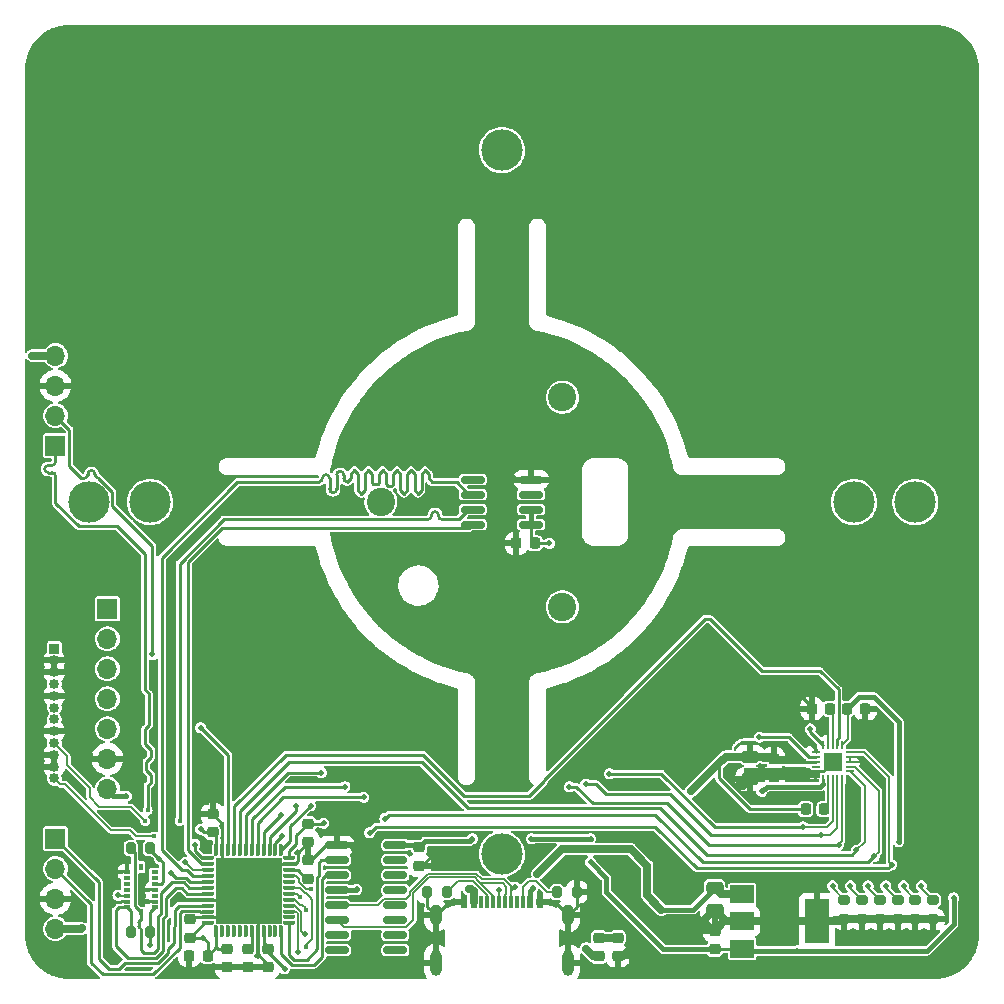
<source format=gbr>
%TF.GenerationSoftware,KiCad,Pcbnew,(6.0.5)*%
%TF.CreationDate,2023-11-22T15:14:02+07:00*%
%TF.ProjectId,view_base,76696577-5f62-4617-9365-2e6b69636164,rev?*%
%TF.SameCoordinates,Original*%
%TF.FileFunction,Copper,L1,Top*%
%TF.FilePolarity,Positive*%
%FSLAX46Y46*%
G04 Gerber Fmt 4.6, Leading zero omitted, Abs format (unit mm)*
G04 Created by KiCad (PCBNEW (6.0.5)) date 2023-11-22 15:14:02*
%MOMM*%
%LPD*%
G01*
G04 APERTURE LIST*
G04 Aperture macros list*
%AMRoundRect*
0 Rectangle with rounded corners*
0 $1 Rounding radius*
0 $2 $3 $4 $5 $6 $7 $8 $9 X,Y pos of 4 corners*
0 Add a 4 corners polygon primitive as box body*
4,1,4,$2,$3,$4,$5,$6,$7,$8,$9,$2,$3,0*
0 Add four circle primitives for the rounded corners*
1,1,$1+$1,$2,$3*
1,1,$1+$1,$4,$5*
1,1,$1+$1,$6,$7*
1,1,$1+$1,$8,$9*
0 Add four rect primitives between the rounded corners*
20,1,$1+$1,$2,$3,$4,$5,0*
20,1,$1+$1,$4,$5,$6,$7,0*
20,1,$1+$1,$6,$7,$8,$9,0*
20,1,$1+$1,$8,$9,$2,$3,0*%
G04 Aperture macros list end*
%TA.AperFunction,ComponentPad*%
%ADD10C,2.400000*%
%TD*%
%TA.AperFunction,ComponentPad*%
%ADD11C,3.500000*%
%TD*%
%TA.AperFunction,SMDPad,CuDef*%
%ADD12R,0.600000X1.090000*%
%TD*%
%TA.AperFunction,SMDPad,CuDef*%
%ADD13R,0.300000X1.090000*%
%TD*%
%TA.AperFunction,ComponentPad*%
%ADD14O,1.000000X2.200000*%
%TD*%
%TA.AperFunction,ComponentPad*%
%ADD15O,1.000000X1.800000*%
%TD*%
%TA.AperFunction,SMDPad,CuDef*%
%ADD16RoundRect,0.200000X0.200000X0.275000X-0.200000X0.275000X-0.200000X-0.275000X0.200000X-0.275000X0*%
%TD*%
%TA.AperFunction,SMDPad,CuDef*%
%ADD17RoundRect,0.200000X-0.200000X-0.275000X0.200000X-0.275000X0.200000X0.275000X-0.200000X0.275000X0*%
%TD*%
%TA.AperFunction,SMDPad,CuDef*%
%ADD18RoundRect,0.008100X0.126900X-0.426900X0.126900X0.426900X-0.126900X0.426900X-0.126900X-0.426900X0*%
%TD*%
%TA.AperFunction,SMDPad,CuDef*%
%ADD19RoundRect,0.008100X0.426900X0.126900X-0.426900X0.126900X-0.426900X-0.126900X0.426900X-0.126900X0*%
%TD*%
%TA.AperFunction,SMDPad,CuDef*%
%ADD20R,5.600000X5.600000*%
%TD*%
%TA.AperFunction,SMDPad,CuDef*%
%ADD21RoundRect,0.225000X-0.250000X0.225000X-0.250000X-0.225000X0.250000X-0.225000X0.250000X0.225000X0*%
%TD*%
%TA.AperFunction,SMDPad,CuDef*%
%ADD22RoundRect,0.250000X-0.475000X0.250000X-0.475000X-0.250000X0.475000X-0.250000X0.475000X0.250000X0*%
%TD*%
%TA.AperFunction,SMDPad,CuDef*%
%ADD23RoundRect,0.225000X-0.225000X-0.250000X0.225000X-0.250000X0.225000X0.250000X-0.225000X0.250000X0*%
%TD*%
%TA.AperFunction,SMDPad,CuDef*%
%ADD24R,2.000000X1.500000*%
%TD*%
%TA.AperFunction,SMDPad,CuDef*%
%ADD25R,2.000000X3.800000*%
%TD*%
%TA.AperFunction,SMDPad,CuDef*%
%ADD26RoundRect,0.150000X-0.825000X-0.150000X0.825000X-0.150000X0.825000X0.150000X-0.825000X0.150000X0*%
%TD*%
%TA.AperFunction,SMDPad,CuDef*%
%ADD27RoundRect,0.050000X0.050000X-0.300000X0.050000X0.300000X-0.050000X0.300000X-0.050000X-0.300000X0*%
%TD*%
%TA.AperFunction,SMDPad,CuDef*%
%ADD28RoundRect,0.050000X0.300000X-0.050000X0.300000X0.050000X-0.300000X0.050000X-0.300000X-0.050000X0*%
%TD*%
%TA.AperFunction,ComponentPad*%
%ADD29C,0.600000*%
%TD*%
%TA.AperFunction,SMDPad,CuDef*%
%ADD30R,1.500000X1.500000*%
%TD*%
%TA.AperFunction,SMDPad,CuDef*%
%ADD31RoundRect,0.225000X0.225000X0.250000X-0.225000X0.250000X-0.225000X-0.250000X0.225000X-0.250000X0*%
%TD*%
%TA.AperFunction,SMDPad,CuDef*%
%ADD32RoundRect,0.150000X0.825000X0.150000X-0.825000X0.150000X-0.825000X-0.150000X0.825000X-0.150000X0*%
%TD*%
%TA.AperFunction,SMDPad,CuDef*%
%ADD33RoundRect,0.200000X-0.275000X0.200000X-0.275000X-0.200000X0.275000X-0.200000X0.275000X0.200000X0*%
%TD*%
%TA.AperFunction,SMDPad,CuDef*%
%ADD34RoundRect,0.225000X0.250000X-0.225000X0.250000X0.225000X-0.250000X0.225000X-0.250000X-0.225000X0*%
%TD*%
%TA.AperFunction,ComponentPad*%
%ADD35R,1.700000X1.700000*%
%TD*%
%TA.AperFunction,ComponentPad*%
%ADD36O,1.700000X1.700000*%
%TD*%
%TA.AperFunction,SMDPad,CuDef*%
%ADD37R,0.590000X0.350000*%
%TD*%
%TA.AperFunction,SMDPad,CuDef*%
%ADD38R,0.350000X0.590000*%
%TD*%
%TA.AperFunction,ComponentPad*%
%ADD39R,0.850000X0.850000*%
%TD*%
%TA.AperFunction,ComponentPad*%
%ADD40O,0.850000X0.850000*%
%TD*%
%TA.AperFunction,ViaPad*%
%ADD41C,0.400000*%
%TD*%
%TA.AperFunction,ViaPad*%
%ADD42C,0.500000*%
%TD*%
%TA.AperFunction,Conductor*%
%ADD43C,0.250000*%
%TD*%
%TA.AperFunction,Conductor*%
%ADD44C,0.650000*%
%TD*%
%TA.AperFunction,Conductor*%
%ADD45C,0.150000*%
%TD*%
%TA.AperFunction,Conductor*%
%ADD46C,0.400000*%
%TD*%
G04 APERTURE END LIST*
D10*
%TO.P,H3,1,1*%
%TO.N,unconnected-(H3-Pad1)*%
X105125400Y-91122500D03*
%TD*%
%TO.P,H1,1,1*%
%TO.N,unconnected-(H1-Pad1)*%
X105125400Y-108877500D03*
%TD*%
%TO.P,H2,1,1*%
%TO.N,unconnected-(H2-Pad1)*%
X89749100Y-100000000D03*
%TD*%
D11*
%TO.P,H4,1,1*%
%TO.N,unconnected-(H4-Pad1)*%
X100000000Y-129800000D03*
%TD*%
%TO.P,H5,1,1*%
%TO.N,unconnected-(H5-Pad1)*%
X70200000Y-100000000D03*
%TD*%
%TO.P,H6,1,1*%
%TO.N,unconnected-(H6-Pad1)*%
X100000000Y-70200000D03*
%TD*%
%TO.P,H7,1,1*%
%TO.N,unconnected-(H7-Pad1)*%
X129800000Y-100000000D03*
%TD*%
D12*
%TO.P,J2,A1,GND*%
%TO.N,GND*%
X96800000Y-133850000D03*
%TO.P,J2,A4,VBUS*%
%TO.N,+5V*%
X97600000Y-133850000D03*
D13*
%TO.P,J2,A5,CC1*%
%TO.N,/USB_CC1*%
X98750000Y-133850000D03*
%TO.P,J2,A6,D+*%
%TO.N,/USB_D+*%
X99750000Y-133850000D03*
%TO.P,J2,A7,D-*%
%TO.N,/USB_D-*%
X100250000Y-133850000D03*
%TO.P,J2,A8,SBU1*%
%TO.N,unconnected-(J2-PadA8)*%
X101250000Y-133850000D03*
D12*
%TO.P,J2,A9,VBUS*%
%TO.N,+5V*%
X102400000Y-133850000D03*
%TO.P,J2,A12,GND*%
%TO.N,GND*%
X103200000Y-133850000D03*
%TO.P,J2,B1,GND*%
X103200000Y-133850000D03*
%TO.P,J2,B4,VBUS*%
%TO.N,+5V*%
X102400000Y-133850000D03*
D13*
%TO.P,J2,B5,CC2*%
%TO.N,/USB_CC2*%
X101750000Y-133850000D03*
%TO.P,J2,B6,D+*%
%TO.N,/USB_D+*%
X100750000Y-133850000D03*
%TO.P,J2,B7,D-*%
%TO.N,/USB_D-*%
X99250000Y-133850000D03*
%TO.P,J2,B8,SBU2*%
%TO.N,unconnected-(J2-PadB8)*%
X98250000Y-133850000D03*
D12*
%TO.P,J2,B9,VBUS*%
%TO.N,+5V*%
X97600000Y-133850000D03*
%TO.P,J2,B12,GND*%
%TO.N,GND*%
X96800000Y-133850000D03*
D14*
%TO.P,J2,S1,SHIELD*%
X94380000Y-139000000D03*
X105620000Y-139000000D03*
D15*
X105620000Y-135000000D03*
X94380000Y-135000000D03*
%TD*%
D16*
%TO.P,R1,1*%
%TO.N,/USB_CC1*%
X95325000Y-133000000D03*
%TO.P,R1,2*%
%TO.N,GND*%
X93675000Y-133000000D03*
%TD*%
D17*
%TO.P,R2,1*%
%TO.N,/USB_CC2*%
X104675000Y-133000000D03*
%TO.P,R2,2*%
%TO.N,GND*%
X106325000Y-133000000D03*
%TD*%
D18*
%TO.P,U2,1,VBAT*%
%TO.N,+3V3*%
X75825000Y-136355000D03*
%TO.P,U2,2,PC13-ANTI_TAMP*%
%TO.N,unconnected-(U2-Pad2)*%
X76325000Y-136355000D03*
%TO.P,U2,3,PC14-OSC32_IN*%
%TO.N,unconnected-(U2-Pad3)*%
X76825000Y-136355000D03*
%TO.P,U2,4,PC15-OSC32_OUT*%
%TO.N,unconnected-(U2-Pad4)*%
X77325000Y-136355000D03*
%TO.P,U2,5,PH0-OSC_IN*%
%TO.N,unconnected-(U2-Pad5)*%
X77825000Y-136355000D03*
%TO.P,U2,6,PH1-OSC_OUT*%
%TO.N,unconnected-(U2-Pad6)*%
X78325000Y-136355000D03*
%TO.P,U2,7,NRST*%
%TO.N,Net-(C12-Pad2)*%
X78825000Y-136355000D03*
%TO.P,U2,8,VSSA*%
%TO.N,GND*%
X79325000Y-136355000D03*
%TO.P,U2,9,VREF+*%
%TO.N,+3V3*%
X79825000Y-136355000D03*
%TO.P,U2,10,PA0-WKUP*%
%TO.N,unconnected-(U2-Pad10)*%
X80325000Y-136355000D03*
%TO.P,U2,11,PA1*%
%TO.N,unconnected-(U2-Pad11)*%
X80825000Y-136355000D03*
%TO.P,U2,12,PA2*%
%TO.N,/USB_SERIAL_RXI*%
X81325000Y-136355000D03*
D19*
%TO.P,U2,13,PA3*%
%TO.N,/USB_SERIAL_TXO*%
X82005000Y-135675000D03*
%TO.P,U2,14,PA4*%
%TO.N,unconnected-(U2-Pad14)*%
X82005000Y-135175000D03*
%TO.P,U2,15,PA5*%
%TO.N,/MAG_CLK*%
X82005000Y-134675000D03*
%TO.P,U2,16,PA6*%
%TO.N,/TMC_WL*%
X82005000Y-134175000D03*
%TO.P,U2,17,PA7*%
%TO.N,/TMC_VL*%
X82005000Y-133675000D03*
%TO.P,U2,18,PB0*%
%TO.N,/GP1*%
X82005000Y-133175000D03*
%TO.P,U2,19,PB1*%
%TO.N,/GP2*%
X82005000Y-132675000D03*
%TO.P,U2,20,PB2*%
%TO.N,unconnected-(U2-Pad20)*%
X82005000Y-132175000D03*
%TO.P,U2,21,PB10*%
%TO.N,/LiD_SCL*%
X82005000Y-131675000D03*
%TO.P,U2,22,VCAP_1*%
%TO.N,Net-(C16-Pad1)*%
X82005000Y-131175000D03*
%TO.P,U2,23,VSS*%
%TO.N,GND*%
X82005000Y-130675000D03*
%TO.P,U2,24,VDD*%
%TO.N,+3V3*%
X82005000Y-130175000D03*
D18*
%TO.P,U2,25,PB12*%
%TO.N,/LCD_CSN*%
X81325000Y-129495000D03*
%TO.P,U2,26,PB13*%
%TO.N,/LCD_SCK*%
X80825000Y-129495000D03*
%TO.P,U2,27,PB14*%
%TO.N,/LCD_DC*%
X80325000Y-129495000D03*
%TO.P,U2,28,PB15*%
%TO.N,/LCD_MOSI*%
X79825000Y-129495000D03*
%TO.P,U2,29,PA8*%
%TO.N,/TMC_UH*%
X79325000Y-129495000D03*
%TO.P,U2,30,PA9*%
%TO.N,/TMC_VH*%
X78825000Y-129495000D03*
%TO.P,U2,31,PA10*%
%TO.N,/TMC_WH*%
X78325000Y-129495000D03*
%TO.P,U2,32,PA11*%
%TO.N,/TMC_UL*%
X77825000Y-129495000D03*
%TO.P,U2,33,PA12*%
%TO.N,/TMC_DIAG*%
X77325000Y-129495000D03*
%TO.P,U2,34,PA13*%
%TO.N,/SWDIO*%
X76825000Y-129495000D03*
%TO.P,U2,35,VSS*%
%TO.N,GND*%
X76325000Y-129495000D03*
%TO.P,U2,36,VDD*%
%TO.N,+3V3*%
X75825000Y-129495000D03*
D19*
%TO.P,U2,37,PA14*%
%TO.N,/SWCLK*%
X75145000Y-130175000D03*
%TO.P,U2,38,PA15*%
%TO.N,/MAG_CSN*%
X75145000Y-130675000D03*
%TO.P,U2,39,PB3*%
%TO.N,/LiD_SDA*%
X75145000Y-131175000D03*
%TO.P,U2,40,PB4*%
%TO.N,/MAG_DO*%
X75145000Y-131675000D03*
%TO.P,U2,41,PB5*%
%TO.N,/LCD_RST*%
X75145000Y-132175000D03*
%TO.P,U2,42,PB6*%
%TO.N,/IMU_SCL*%
X75145000Y-132675000D03*
%TO.P,U2,43,PB7*%
%TO.N,/IMU_SDA*%
X75145000Y-133175000D03*
%TO.P,U2,44,BOOT0*%
%TO.N,GND*%
X75145000Y-133675000D03*
%TO.P,U2,45,PB8*%
%TO.N,/LC_DAT*%
X75145000Y-134175000D03*
%TO.P,U2,46,PB9*%
%TO.N,/LC_CLK*%
X75145000Y-134675000D03*
%TO.P,U2,47,VSS*%
%TO.N,GND*%
X75145000Y-135175000D03*
%TO.P,U2,48,VDD*%
%TO.N,+3V3*%
X75145000Y-135675000D03*
D20*
%TO.P,U2,49,VSS*%
%TO.N,GND*%
X78575000Y-132925000D03*
%TD*%
D21*
%TO.P,C11,1*%
%TO.N,+3V3*%
X93000000Y-129225000D03*
%TO.P,C11,2*%
%TO.N,GND*%
X93000000Y-130775000D03*
%TD*%
D22*
%TO.P,C13,1*%
%TO.N,+5V*%
X121000000Y-121550000D03*
%TO.P,C13,2*%
%TO.N,GND*%
X121000000Y-123450000D03*
%TD*%
D21*
%TO.P,C14,1*%
%TO.N,+5V*%
X123000000Y-121725000D03*
%TO.P,C14,2*%
%TO.N,GND*%
X123000000Y-123275000D03*
%TD*%
D23*
%TO.P,C15,1*%
%TO.N,+5V*%
X125725000Y-126000000D03*
%TO.P,C15,2*%
%TO.N,Net-(C15-Pad2)*%
X127275000Y-126000000D03*
%TD*%
%TO.P,C17,1*%
%TO.N,+3V3*%
X129225000Y-117500000D03*
%TO.P,C17,2*%
%TO.N,GND*%
X130775000Y-117500000D03*
%TD*%
D24*
%TO.P,U6,1,VI*%
%TO.N,+5V*%
X120350000Y-133200000D03*
D25*
%TO.P,U6,2,GND*%
%TO.N,GND*%
X126650000Y-135500000D03*
D24*
X120350000Y-135500000D03*
%TO.P,U6,3,VO*%
%TO.N,+3V3*%
X120350000Y-137800000D03*
%TD*%
D26*
%TO.P,U3,1,GND*%
%TO.N,GND*%
X86025000Y-129055000D03*
%TO.P,U3,2,TXD*%
%TO.N,/USB_SERIAL_TXO*%
X86025000Y-130325000D03*
%TO.P,U3,3,RXD*%
%TO.N,/USB_SERIAL_RXI*%
X86025000Y-131595000D03*
%TO.P,U3,4,V3*%
%TO.N,+3V3*%
X86025000Y-132865000D03*
%TO.P,U3,5,UD+*%
%TO.N,/USB_D+*%
X86025000Y-134135000D03*
%TO.P,U3,6,UD-*%
%TO.N,/USB_D-*%
X86025000Y-135405000D03*
%TO.P,U3,7,NC*%
%TO.N,unconnected-(U3-Pad7)*%
X86025000Y-136675000D03*
%TO.P,U3,8,NC*%
%TO.N,unconnected-(U3-Pad8)*%
X86025000Y-137945000D03*
%TO.P,U3,9,~{CTS}*%
%TO.N,unconnected-(U3-Pad9)*%
X90975000Y-137945000D03*
%TO.P,U3,10,~{DSR}*%
%TO.N,unconnected-(U3-Pad10)*%
X90975000Y-136675000D03*
%TO.P,U3,11,~{RI}*%
%TO.N,unconnected-(U3-Pad11)*%
X90975000Y-135405000D03*
%TO.P,U3,12,~{DCD}*%
%TO.N,unconnected-(U3-Pad12)*%
X90975000Y-134135000D03*
%TO.P,U3,13,~{DTR}*%
%TO.N,unconnected-(U3-Pad13)*%
X90975000Y-132865000D03*
%TO.P,U3,14,~{RTS}*%
%TO.N,unconnected-(U3-Pad14)*%
X90975000Y-131595000D03*
%TO.P,U3,15,R232*%
%TO.N,unconnected-(U3-Pad15)*%
X90975000Y-130325000D03*
%TO.P,U3,16,VCC*%
%TO.N,+3V3*%
X90975000Y-129055000D03*
%TD*%
D27*
%TO.P,U5,1,W*%
%TO.N,Net-(J1-Pad1)*%
X127200000Y-123450000D03*
%TO.P,U5,2,VCP*%
%TO.N,Net-(C15-Pad2)*%
X127600000Y-123450000D03*
%TO.P,U5,3,UH*%
%TO.N,/TMC_UH*%
X128000000Y-123450000D03*
%TO.P,U5,4,VH*%
%TO.N,/TMC_VH*%
X128400000Y-123450000D03*
%TO.P,U5,5,WH*%
%TO.N,/TMC_WH*%
X128800000Y-123450000D03*
D28*
%TO.P,U5,6,UL*%
%TO.N,/TMC_UL*%
X129450000Y-122800000D03*
%TO.P,U5,7,WL*%
%TO.N,/TMC_WL*%
X129450000Y-122400000D03*
%TO.P,U5,8,GND*%
%TO.N,GND*%
X129450000Y-122000000D03*
%TO.P,U5,9,GND*%
X129450000Y-121600000D03*
%TO.P,U5,10,VL*%
%TO.N,/TMC_VL*%
X129450000Y-121200000D03*
D27*
%TO.P,U5,11,VIO/~{STDBY}*%
%TO.N,+3V3*%
X128800000Y-120550000D03*
%TO.P,U5,12,DIAG*%
%TO.N,/TMC_DIAG*%
X128400000Y-120550000D03*
%TO.P,U5,13,1V8OUT*%
%TO.N,Net-(C21-Pad1)*%
X128000000Y-120550000D03*
%TO.P,U5,14,GND*%
%TO.N,GND*%
X127600000Y-120550000D03*
%TO.P,U5,15,U*%
%TO.N,Net-(J1-Pad3)*%
X127200000Y-120550000D03*
D28*
%TO.P,U5,16,BRUV*%
%TO.N,GND*%
X126550000Y-121200000D03*
%TO.P,U5,17,V*%
%TO.N,Net-(J1-Pad2)*%
X126550000Y-121600000D03*
%TO.P,U5,18,VS*%
%TO.N,+5V*%
X126550000Y-122000000D03*
%TO.P,U5,19,NC*%
%TO.N,unconnected-(U5-Pad19)*%
X126550000Y-122400000D03*
%TO.P,U5,20,BRW*%
%TO.N,GND*%
X126550000Y-122800000D03*
D29*
%TO.P,U5,PAD,PAD*%
X127500000Y-122500000D03*
D30*
X128000000Y-122000000D03*
D29*
X128500000Y-121500000D03*
X128500000Y-122500000D03*
X127500000Y-121500000D03*
%TD*%
D31*
%TO.P,C21,1*%
%TO.N,Net-(C21-Pad1)*%
X127775000Y-117500000D03*
%TO.P,C21,2*%
%TO.N,GND*%
X126225000Y-117500000D03*
%TD*%
D32*
%TO.P,U1,1,VDD*%
%TO.N,+3V3*%
X102475000Y-101905000D03*
%TO.P,U1,2,MODE*%
X102475000Y-100635000D03*
%TO.P,U1,3,ANALOG/PWM*%
%TO.N,unconnected-(U1-Pad3)*%
X102475000Y-99365000D03*
%TO.P,U1,4,GND*%
%TO.N,GND*%
X102475000Y-98095000D03*
%TO.P,U1,5,PUSH*%
%TO.N,unconnected-(U1-Pad5)*%
X97525000Y-98095000D03*
%TO.P,U1,6,A/U/SDA/DO*%
%TO.N,/MAG_DO*%
X97525000Y-99365000D03*
%TO.P,U1,7,B/V/SCL/CLK*%
%TO.N,/MAG_CLK*%
X97525000Y-100635000D03*
%TO.P,U1,8,Z/W/CSN*%
%TO.N,/MAG_CSN*%
X97525000Y-101905000D03*
%TD*%
D31*
%TO.P,C20,1*%
%TO.N,+3V3*%
X102775000Y-103500000D03*
%TO.P,C20,2*%
%TO.N,GND*%
X101225000Y-103500000D03*
%TD*%
D33*
%TO.P,R7,1*%
%TO.N,/TMC_UH*%
X129000000Y-133675000D03*
%TO.P,R7,2*%
%TO.N,GND*%
X129000000Y-135325000D03*
%TD*%
%TO.P,R8,1*%
%TO.N,/TMC_VH*%
X130500000Y-133675000D03*
%TO.P,R8,2*%
%TO.N,GND*%
X130500000Y-135325000D03*
%TD*%
%TO.P,R12,1*%
%TO.N,/TMC_VL*%
X136500000Y-133675000D03*
%TO.P,R12,2*%
%TO.N,GND*%
X136500000Y-135325000D03*
%TD*%
%TO.P,R9,1*%
%TO.N,/TMC_WH*%
X132000000Y-133675000D03*
%TO.P,R9,2*%
%TO.N,GND*%
X132000000Y-135325000D03*
%TD*%
%TO.P,R10,1*%
%TO.N,/TMC_UL*%
X133500000Y-133675000D03*
%TO.P,R10,2*%
%TO.N,GND*%
X133500000Y-135325000D03*
%TD*%
%TO.P,R11,1*%
%TO.N,/TMC_WL*%
X135000000Y-133675000D03*
%TO.P,R11,2*%
%TO.N,GND*%
X135000000Y-135325000D03*
%TD*%
D22*
%TO.P,C10,1*%
%TO.N,+5V*%
X118000000Y-132650000D03*
%TO.P,C10,2*%
%TO.N,GND*%
X118000000Y-134550000D03*
%TD*%
D34*
%TO.P,C9,1*%
%TO.N,+3V3*%
X118000000Y-137875000D03*
%TO.P,C9,2*%
%TO.N,GND*%
X118000000Y-136325000D03*
%TD*%
D11*
%TO.P,H8,1,1*%
%TO.N,unconnected-(H8-Pad1)*%
X135000000Y-100000000D03*
%TD*%
%TO.P,H9,1,1*%
%TO.N,unconnected-(H9-Pad1)*%
X65000000Y-100000000D03*
%TD*%
D16*
%TO.P,R3,1*%
%TO.N,+3V3*%
X70222500Y-136425000D03*
%TO.P,R3,2*%
%TO.N,/IMU_SDA*%
X68572500Y-136425000D03*
%TD*%
D35*
%TO.P,J6,1,Pin_1*%
%TO.N,/LCD_RST*%
X66600000Y-109040000D03*
D36*
%TO.P,J6,2,Pin_2*%
%TO.N,/LCD_CSN*%
X66600000Y-111580000D03*
%TO.P,J6,3,Pin_3*%
%TO.N,/LCD_DC*%
X66600000Y-114120000D03*
%TO.P,J6,4,Pin_4*%
%TO.N,/LCD_MOSI*%
X66600000Y-116660000D03*
%TO.P,J6,5,Pin_5*%
%TO.N,/LCD_SCK*%
X66600000Y-119200000D03*
%TO.P,J6,6,Pin_6*%
%TO.N,GND*%
X66600000Y-121740000D03*
%TO.P,J6,7,Pin_7*%
%TO.N,+3V3*%
X66600000Y-124280000D03*
%TD*%
D34*
%TO.P,C1,1*%
%TO.N,+3V3*%
X73600000Y-136875000D03*
%TO.P,C1,2*%
%TO.N,GND*%
X73600000Y-135325000D03*
%TD*%
D31*
%TO.P,C4,1*%
%TO.N,+3V3*%
X75075000Y-138400000D03*
%TO.P,C4,2*%
%TO.N,GND*%
X73525000Y-138400000D03*
%TD*%
D34*
%TO.P,C2,1*%
%TO.N,+3V3*%
X75500000Y-127975000D03*
%TO.P,C2,2*%
%TO.N,GND*%
X75500000Y-126425000D03*
%TD*%
D35*
%TO.P,J5,1,Pin_1*%
%TO.N,/LC_DAT*%
X62200000Y-128500000D03*
D36*
%TO.P,J5,2,Pin_2*%
%TO.N,/LC_CLK*%
X62200000Y-131040000D03*
%TO.P,J5,3,Pin_3*%
%TO.N,GND*%
X62200000Y-133580000D03*
%TO.P,J5,4,Pin_4*%
%TO.N,+3V3*%
X62200000Y-136120000D03*
%TD*%
D34*
%TO.P,C12,1*%
%TO.N,GND*%
X78500000Y-139375000D03*
%TO.P,C12,2*%
%TO.N,Net-(C12-Pad2)*%
X78500000Y-137825000D03*
%TD*%
D21*
%TO.P,C5,1*%
%TO.N,Net-(C3-Pad2)*%
X109800000Y-136900000D03*
%TO.P,C5,2*%
%TO.N,GND*%
X109800000Y-138450000D03*
%TD*%
D16*
%TO.P,R4,1*%
%TO.N,+3V3*%
X70222500Y-129325000D03*
%TO.P,R4,2*%
%TO.N,/IMU_SCL*%
X68572500Y-129325000D03*
%TD*%
D34*
%TO.P,C16,1*%
%TO.N,Net-(C16-Pad1)*%
X83600000Y-131875000D03*
%TO.P,C16,2*%
%TO.N,GND*%
X83600000Y-130325000D03*
%TD*%
D21*
%TO.P,C8,1*%
%TO.N,+3V3*%
X76700000Y-137825000D03*
%TO.P,C8,2*%
%TO.N,GND*%
X76700000Y-139375000D03*
%TD*%
D34*
%TO.P,C3,1*%
%TO.N,+3V3*%
X108200000Y-138450000D03*
%TO.P,C3,2*%
%TO.N,Net-(C3-Pad2)*%
X108200000Y-136900000D03*
%TD*%
D21*
%TO.P,C7,1*%
%TO.N,+3V3*%
X83600000Y-127225000D03*
%TO.P,C7,2*%
%TO.N,GND*%
X83600000Y-128775000D03*
%TD*%
D37*
%TO.P,U4,1,INT2*%
%TO.N,unconnected-(U4-Pad1)*%
X70600000Y-131325000D03*
%TO.P,U4,2,NC*%
%TO.N,unconnected-(U4-Pad2)*%
X70600000Y-131825000D03*
%TO.P,U4,3,VDD*%
%TO.N,+3V3*%
X70600000Y-132325000D03*
%TO.P,U4,4,GNDA*%
%TO.N,GND*%
X70600000Y-132825000D03*
%TO.P,U4,5,CSB2*%
%TO.N,unconnected-(U4-Pad5)*%
X70600000Y-133325000D03*
%TO.P,U4,6,GNDIO*%
%TO.N,GND*%
X70600000Y-133825000D03*
%TO.P,U4,7,PS*%
%TO.N,+3V3*%
X70600000Y-134325000D03*
D38*
%TO.P,U4,8,SCL/SCK*%
%TO.N,/IMU_SCL*%
X69435000Y-134740000D03*
D37*
%TO.P,U4,9,SDA/SDI*%
%TO.N,/IMU_SDA*%
X68270000Y-134325000D03*
%TO.P,U4,10,SDO2*%
%TO.N,GND*%
X68270000Y-133825000D03*
%TO.P,U4,11,VDDIO*%
%TO.N,+3V3*%
X68270000Y-133325000D03*
%TO.P,U4,12,INT3*%
%TO.N,unconnected-(U4-Pad12)*%
X68270000Y-132825000D03*
%TO.P,U4,13,INT4*%
%TO.N,unconnected-(U4-Pad13)*%
X68270000Y-132325000D03*
%TO.P,U4,14,CSB1*%
%TO.N,unconnected-(U4-Pad14)*%
X68270000Y-131825000D03*
%TO.P,U4,15,SDO1*%
%TO.N,GND*%
X68270000Y-131325000D03*
D38*
%TO.P,U4,16,INT1*%
%TO.N,unconnected-(U4-Pad16)*%
X69435000Y-130910000D03*
%TD*%
D39*
%TO.P,J7,1,Pin_1*%
%TO.N,/LiD_SCL*%
X62100000Y-112400000D03*
D40*
%TO.P,J7,2,Pin_2*%
%TO.N,GND*%
X62100000Y-113400000D03*
%TO.P,J7,3,Pin_3*%
X62100000Y-114400000D03*
%TO.P,J7,4,Pin_4*%
%TO.N,/GP1*%
X62100000Y-115400000D03*
%TO.P,J7,5,Pin_5*%
%TO.N,GND*%
X62100000Y-116400000D03*
%TO.P,J7,6,Pin_6*%
%TO.N,+3V3*%
X62100000Y-117400000D03*
%TO.P,J7,7,Pin_7*%
%TO.N,/VSYNC_RST*%
X62100000Y-118400000D03*
%TO.P,J7,8,Pin_8*%
%TO.N,GND*%
X62100000Y-119400000D03*
%TO.P,J7,9,Pin_9*%
%TO.N,/GP2*%
X62100000Y-120400000D03*
%TO.P,J7,10,Pin_10*%
%TO.N,GND*%
X62100000Y-121400000D03*
%TO.P,J7,11,Pin_11*%
X62100000Y-122400000D03*
%TO.P,J7,12,Pin_12*%
%TO.N,/LiD_SDA*%
X62100000Y-123400000D03*
%TD*%
D35*
%TO.P,J3,1,Pin_1*%
%TO.N,/SWCLK*%
X62200000Y-95220000D03*
D36*
%TO.P,J3,2,Pin_2*%
%TO.N,/SWDIO*%
X62200000Y-92680000D03*
%TO.P,J3,3,Pin_3*%
%TO.N,GND*%
X62200000Y-90140000D03*
%TO.P,J3,4,Pin_4*%
%TO.N,+3V3*%
X62200000Y-87600000D03*
%TD*%
D21*
%TO.P,C6,1*%
%TO.N,+3V3*%
X80200000Y-137825000D03*
%TO.P,C6,2*%
%TO.N,GND*%
X80200000Y-139375000D03*
%TD*%
D41*
%TO.N,GND*%
X94300000Y-97000000D03*
D42*
X137000000Y-139500000D03*
D41*
X65200000Y-139800000D03*
D42*
X120000000Y-124000000D03*
X77800000Y-130800000D03*
X80900000Y-131700000D03*
D41*
X72000000Y-106700000D03*
D42*
X76400000Y-131700000D03*
D41*
X99000000Y-99000000D03*
X60100000Y-123500000D03*
X72000000Y-107900000D03*
D42*
X78800000Y-110100000D03*
D41*
X86200000Y-96700000D03*
X75000000Y-99900000D03*
X81400000Y-99000000D03*
X89900000Y-96700000D03*
X63500000Y-113500000D03*
X86900000Y-99000000D03*
X63600000Y-112200000D03*
D42*
X76100000Y-107700000D03*
D41*
X65000000Y-116500000D03*
X71700000Y-139500000D03*
X66500000Y-135300000D03*
X64100000Y-129500000D03*
D42*
X125300000Y-116400000D03*
D41*
X63900000Y-119000000D03*
D42*
X79800000Y-132500000D03*
X114000000Y-120500000D03*
X137000000Y-129000000D03*
D41*
X67600000Y-129200000D03*
X65000000Y-117100000D03*
D42*
X123900000Y-118800000D03*
X72600000Y-133500000D03*
D41*
X64300000Y-122100000D03*
D42*
X79900000Y-130800000D03*
D41*
X60100000Y-119300000D03*
D42*
X130500000Y-122000000D03*
D41*
X63200000Y-123400000D03*
D42*
X78900000Y-131700000D03*
D41*
X72000000Y-102800000D03*
D42*
X117000000Y-135500000D03*
D41*
X66400000Y-131800000D03*
X71100000Y-103800000D03*
D42*
X133500000Y-115000000D03*
D41*
X65000000Y-113400000D03*
X70600000Y-124200000D03*
X70700000Y-116600000D03*
X65000000Y-117700000D03*
X60100000Y-122200000D03*
D42*
X119500000Y-115000000D03*
D41*
X87600000Y-100900000D03*
X72200000Y-104700000D03*
X63900000Y-116100000D03*
X69500000Y-131900000D03*
D42*
X77400000Y-108900000D03*
D41*
X66500000Y-137200000D03*
D42*
X77300000Y-132600000D03*
D41*
X63800000Y-125400000D03*
X67600000Y-130000000D03*
D42*
X76800000Y-98200000D03*
D41*
X71800000Y-135600000D03*
X66500000Y-126600000D03*
X60100000Y-120700000D03*
X64700000Y-138900000D03*
X65200000Y-127000000D03*
X87500000Y-96700000D03*
X68200000Y-123600000D03*
X72100000Y-110100000D03*
X65000000Y-118900000D03*
X95200000Y-97600000D03*
D42*
X101000000Y-98000000D03*
D41*
X82000000Y-100800000D03*
X72300000Y-138900000D03*
X68800000Y-122500000D03*
X63900000Y-114700000D03*
X74200000Y-102600000D03*
D42*
X100000000Y-103500000D03*
D41*
X67900000Y-122500000D03*
X62600000Y-124400000D03*
X92600000Y-100900000D03*
X63900000Y-117600000D03*
X65000000Y-115300000D03*
D42*
X122101000Y-123000000D03*
X74800000Y-107700000D03*
D41*
X93900000Y-98900000D03*
X88600000Y-96700000D03*
D42*
X129500000Y-127500000D03*
D41*
X68900000Y-120700000D03*
X72100000Y-109000000D03*
D42*
X74800000Y-110100000D03*
X125989000Y-120347000D03*
D41*
X86600000Y-100900000D03*
X91300000Y-96700000D03*
X69700000Y-139500000D03*
X68100000Y-127200000D03*
X66500000Y-132900000D03*
X64600000Y-137100000D03*
X67500000Y-127200000D03*
D42*
X87500000Y-129500000D03*
D41*
X77100000Y-99800000D03*
X64600000Y-130000000D03*
X83800000Y-99000000D03*
D42*
X76100000Y-110100000D03*
D41*
X69600000Y-121300000D03*
X63200000Y-124900000D03*
X94800000Y-100300000D03*
X69500000Y-132700000D03*
X71100000Y-140100000D03*
X95700000Y-100900000D03*
X68800000Y-124000000D03*
X72000000Y-114600000D03*
D42*
X76500000Y-100700000D03*
D41*
X95300000Y-98900000D03*
X65000000Y-114100000D03*
D42*
X78150000Y-133350000D03*
D41*
X64800000Y-126600000D03*
D42*
X115000000Y-139500000D03*
D41*
X61600000Y-126300000D03*
X63900000Y-120500000D03*
X72000000Y-115600000D03*
X65000000Y-119500000D03*
X68400000Y-128400000D03*
X65200000Y-123000000D03*
X63900000Y-116900000D03*
D42*
X78800000Y-107700000D03*
D41*
X64100000Y-131200000D03*
X91600000Y-100900000D03*
D42*
X126500000Y-115000000D03*
X80300000Y-133900000D03*
D41*
X63800000Y-123900000D03*
X69500000Y-133700000D03*
X75900000Y-99000000D03*
D42*
X127200000Y-118900000D03*
D41*
X64500000Y-112900000D03*
X59900000Y-126400000D03*
X65000000Y-114700000D03*
X70600000Y-119400000D03*
D42*
X94000000Y-130000000D03*
D41*
X99000000Y-100600000D03*
X74100000Y-100800000D03*
X60100000Y-117900000D03*
D42*
X77400000Y-110100000D03*
D41*
X80700000Y-100800000D03*
X63600000Y-129000000D03*
X66600000Y-128200000D03*
X69300000Y-124500000D03*
D42*
X137000000Y-124000000D03*
D41*
X79000000Y-98900000D03*
X66500000Y-136300000D03*
X77800000Y-100800000D03*
X72100000Y-112400000D03*
X63900000Y-115400000D03*
D42*
X80000000Y-108900000D03*
D41*
X78900000Y-100800000D03*
X63900000Y-121300000D03*
X60100000Y-116600000D03*
X64000000Y-112600000D03*
X74000000Y-123800000D03*
X66900000Y-127000000D03*
D42*
X130000000Y-139500000D03*
X77400000Y-107700000D03*
D41*
X69500000Y-123100000D03*
X73100000Y-101800000D03*
X64400000Y-124500000D03*
X71900000Y-123400000D03*
D42*
X79325000Y-133875000D03*
D41*
X65800000Y-131200000D03*
X66100000Y-127800000D03*
X72400000Y-129000000D03*
X68600000Y-139500000D03*
X72100000Y-111300000D03*
X77900000Y-99000000D03*
X66500000Y-134000000D03*
X64800000Y-131900000D03*
X72000000Y-120700000D03*
X65000000Y-120200000D03*
X80200000Y-99000000D03*
D42*
X125000000Y-139500000D03*
D41*
X75300000Y-101500000D03*
X99000000Y-99800000D03*
X70600000Y-122100000D03*
D42*
X137000000Y-119000000D03*
D41*
X75000000Y-125500000D03*
D42*
X78800000Y-108900000D03*
X110900000Y-137800000D03*
D41*
X67100000Y-138700000D03*
X60900000Y-125700000D03*
X86400000Y-99700000D03*
X85500000Y-100800000D03*
X65000000Y-115900000D03*
X93600000Y-100400000D03*
X66500000Y-138100000D03*
X87900000Y-99800000D03*
X74000000Y-125500000D03*
X63900000Y-119700000D03*
X92300000Y-99600000D03*
X65200000Y-130600000D03*
D42*
X120000000Y-139500000D03*
D41*
X85000000Y-99700000D03*
X82700000Y-99000000D03*
D42*
X130300000Y-118600000D03*
X80000000Y-107700000D03*
X118000000Y-125500000D03*
D41*
X65600000Y-127400000D03*
D42*
X80000000Y-110100000D03*
D41*
X64600000Y-138100000D03*
X65000000Y-118300000D03*
X63900000Y-118400000D03*
X92600000Y-96600000D03*
X67500000Y-128400000D03*
X83200000Y-100800000D03*
X65200000Y-121400000D03*
X72000000Y-105600000D03*
X71900000Y-117800000D03*
D42*
X74800000Y-108900000D03*
D41*
X84300000Y-100800000D03*
X72800000Y-129400000D03*
X60400000Y-125200000D03*
X79800000Y-100800000D03*
D42*
X76100000Y-108900000D03*
D41*
X71800000Y-125400000D03*
X65000000Y-120800000D03*
X73200000Y-103700000D03*
X64700000Y-122600000D03*
X63900000Y-114000000D03*
D42*
%TO.N,/USB_D+*%
X101100000Y-132600000D03*
X99749000Y-132875000D03*
%TO.N,Net-(J1-Pad3)*%
X126100000Y-119200000D03*
%TO.N,Net-(J1-Pad2)*%
X121800000Y-119900000D03*
%TO.N,Net-(J1-Pad1)*%
X122000000Y-124500000D03*
%TO.N,/MAG_CLK*%
X82700000Y-138100000D03*
D41*
X72700000Y-127000000D03*
D42*
%TO.N,/TMC_UH*%
X109100000Y-123000000D03*
X125500000Y-127500000D03*
X88300000Y-125000000D03*
X128000000Y-132500000D03*
%TO.N,/TMC_VH*%
X86700000Y-124100000D03*
X107100000Y-123900000D03*
X127000000Y-128200000D03*
X129500000Y-132500000D03*
%TO.N,/TMC_WH*%
X105700000Y-124100000D03*
X84700000Y-122900000D03*
X128500000Y-129000000D03*
X131000000Y-132500000D03*
%TO.N,/TMC_UL*%
X130000000Y-129500000D03*
X132500000Y-132500000D03*
%TO.N,/TMC_WL*%
X131500000Y-130000000D03*
X90100000Y-126800000D03*
X134000000Y-132500000D03*
X83300000Y-136600000D03*
D41*
%TO.N,/TMC_VL*%
X83400000Y-134500000D03*
D42*
X88800000Y-128000000D03*
X133000000Y-130700000D03*
X135500000Y-132500000D03*
%TO.N,+5V*%
X102600000Y-132700000D03*
X103007000Y-131459000D03*
X116000000Y-124500000D03*
X113500000Y-134500000D03*
X111000000Y-129500000D03*
X97207900Y-132761000D03*
%TO.N,+3V3*%
X87700000Y-132800000D03*
X74700000Y-136900000D03*
X81598609Y-139513193D03*
X107100000Y-137800000D03*
X74500000Y-127700000D03*
X125000000Y-138000000D03*
X97500000Y-128500000D03*
X102500000Y-128500000D03*
X68200000Y-124900000D03*
X71000000Y-130200000D03*
X138250000Y-133500000D03*
X67500000Y-133300000D03*
X107500000Y-128500000D03*
X107500000Y-130500000D03*
X84900000Y-127200000D03*
X133600000Y-128750000D03*
X64420000Y-136080000D03*
X60200000Y-87620000D03*
X104000000Y-103500000D03*
X70235000Y-137540000D03*
D41*
%TO.N,/LiD_SCL*%
X83800000Y-132800000D03*
D42*
%TO.N,/SWCLK*%
X74000000Y-129000000D03*
D41*
X70000000Y-126100000D03*
%TO.N,/LiD_SDA*%
X70500000Y-128300000D03*
D42*
X73200000Y-130500000D03*
%TO.N,/LCD_CSN*%
X83800000Y-125700000D03*
%TO.N,/LCD_SCK*%
X81418373Y-128235515D03*
%TO.N,/LCD_MOSI*%
X81273056Y-126473056D03*
%TO.N,/SWDIO*%
X70400000Y-112900000D03*
X74500000Y-119100000D03*
%TO.N,/LCD_DC*%
X82523056Y-125700000D03*
%TO.N,/LCD_RST*%
X72000000Y-131400000D03*
D41*
%TO.N,/GP1*%
X82900000Y-133400000D03*
%TO.N,/GP2*%
X83400000Y-137700000D03*
X69800000Y-127000000D03*
%TD*%
D43*
%TO.N,GND*%
X106325000Y-133000000D02*
X106325000Y-134295000D01*
X76325000Y-130675000D02*
X78575000Y-132925000D01*
D44*
X117825000Y-136325000D02*
X117000000Y-135500000D01*
D43*
X80825000Y-130675000D02*
X78575000Y-132925000D01*
D45*
X127200000Y-118900000D02*
X127600000Y-119300000D01*
D43*
X79325000Y-133675000D02*
X78575000Y-132925000D01*
X80200000Y-139375000D02*
X80200000Y-139175000D01*
D44*
X122000000Y-122950000D02*
X121182000Y-122950000D01*
X109800000Y-138450000D02*
X110250000Y-138450000D01*
X110250000Y-138450000D02*
X110900000Y-137800000D01*
D43*
X130300000Y-118600000D02*
X130775000Y-118125000D01*
X72775000Y-133675000D02*
X72600000Y-133500000D01*
X82005000Y-130675000D02*
X82458485Y-130675000D01*
X83600000Y-130525000D02*
X85070000Y-129055000D01*
X75145000Y-133675000D02*
X77825000Y-133675000D01*
D44*
X132000000Y-135325000D02*
X133500000Y-135325000D01*
D43*
X82714520Y-129685480D02*
X83600000Y-128800000D01*
X79325000Y-136355000D02*
X79325000Y-138300000D01*
D46*
X124000000Y-122775000D02*
X125934000Y-122775000D01*
D43*
X93675000Y-133000000D02*
X93675000Y-134295000D01*
X93225000Y-130775000D02*
X94000000Y-130000000D01*
X75145000Y-133675000D02*
X72775000Y-133675000D01*
X96800000Y-133850000D02*
X95530000Y-133850000D01*
X77825000Y-133675000D02*
X78150000Y-133350000D01*
D44*
X120450000Y-124000000D02*
X121000000Y-123450000D01*
D43*
X106325000Y-134295000D02*
X105620000Y-135000000D01*
X78150000Y-133350000D02*
X78575000Y-132925000D01*
D44*
X126650000Y-135500000D02*
X120350000Y-135500000D01*
D43*
X75145000Y-135175000D02*
X76325000Y-135175000D01*
X86025000Y-129055000D02*
X87055000Y-129055000D01*
X83600000Y-128800000D02*
X83600000Y-128775000D01*
X95530000Y-133850000D02*
X94380000Y-135000000D01*
X79325000Y-136355000D02*
X79325000Y-133875000D01*
D44*
X133500000Y-135325000D02*
X135000000Y-135325000D01*
D45*
X127600000Y-119300000D02*
X127600000Y-120550000D01*
D44*
X128825000Y-135500000D02*
X129000000Y-135325000D01*
D43*
X80200000Y-139175000D02*
X79325000Y-138300000D01*
X76325000Y-129495000D02*
X76325000Y-130675000D01*
X104470000Y-133850000D02*
X105620000Y-135000000D01*
X76325000Y-129495000D02*
X76325000Y-127250000D01*
X101225000Y-103500000D02*
X100000000Y-103500000D01*
D44*
X120350000Y-135500000D02*
X118950000Y-135500000D01*
D43*
X76325000Y-135175000D02*
X77825000Y-133675000D01*
X75145000Y-135175000D02*
X73750000Y-135175000D01*
X82714520Y-130418965D02*
X82714520Y-129685480D01*
X79325000Y-133875000D02*
X79325000Y-133675000D01*
X76325000Y-127250000D02*
X75500000Y-126425000D01*
D44*
X129000000Y-135325000D02*
X130500000Y-135325000D01*
X126650000Y-135500000D02*
X128825000Y-135500000D01*
D43*
X93000000Y-130775000D02*
X93225000Y-130775000D01*
X117000000Y-135500000D02*
X117050000Y-135500000D01*
X117050000Y-135500000D02*
X117175000Y-135500000D01*
X85070000Y-129055000D02*
X86025000Y-129055000D01*
X102475000Y-98095000D02*
X101095000Y-98095000D01*
X82458485Y-130675000D02*
X82714520Y-130418965D01*
D44*
X118825000Y-135500000D02*
X118000000Y-136325000D01*
X117950000Y-134550000D02*
X117000000Y-135500000D01*
X136500000Y-135325000D02*
X135000000Y-135325000D01*
D43*
X101095000Y-98095000D02*
X101000000Y-98000000D01*
X103200000Y-133850000D02*
X104470000Y-133850000D01*
X127200000Y-122800000D02*
X127500000Y-122500000D01*
X126225000Y-117325000D02*
X126225000Y-117500000D01*
X77825000Y-133675000D02*
X78575000Y-132925000D01*
D44*
X118000000Y-136325000D02*
X117825000Y-136325000D01*
X118950000Y-135500000D02*
X118825000Y-135500000D01*
D43*
X126550000Y-122800000D02*
X127200000Y-122800000D01*
D45*
X129450000Y-121600000D02*
X130100000Y-121600000D01*
D43*
X124025000Y-122800000D02*
X124000000Y-122775000D01*
D45*
X129450000Y-122000000D02*
X130500000Y-122000000D01*
D43*
X126550000Y-121200000D02*
X126550000Y-120908000D01*
D44*
X120350000Y-135500000D02*
X118950000Y-135500000D01*
D43*
X125300000Y-116400000D02*
X126225000Y-117325000D01*
X73750000Y-135175000D02*
X73600000Y-135325000D01*
X117000000Y-135500000D02*
X117050000Y-135500000D01*
D44*
X130500000Y-135325000D02*
X132000000Y-135325000D01*
D45*
X130100000Y-121600000D02*
X130500000Y-122000000D01*
D43*
X130775000Y-118125000D02*
X130775000Y-117500000D01*
X126550000Y-120908000D02*
X125989000Y-120347000D01*
X126550000Y-122800000D02*
X124025000Y-122800000D01*
X93675000Y-134295000D02*
X94380000Y-135000000D01*
D44*
X118000000Y-134550000D02*
X117950000Y-134550000D01*
X122048000Y-122998000D02*
X122000000Y-122950000D01*
D43*
X87055000Y-129055000D02*
X87500000Y-129500000D01*
D44*
X118950000Y-135500000D02*
X118000000Y-134550000D01*
X120000000Y-124000000D02*
X120450000Y-124000000D01*
D43*
X82005000Y-130675000D02*
X80825000Y-130675000D01*
D45*
%TO.N,/USB_CC1*%
X97570000Y-132075000D02*
X98750000Y-133255000D01*
X96250000Y-132075000D02*
X97570000Y-132075000D01*
X95325000Y-133000000D02*
X96250000Y-132075000D01*
X98750000Y-133255000D02*
X98750000Y-133850000D01*
%TO.N,/USB_D-*%
X92500000Y-135400000D02*
X92495000Y-135405000D01*
X91884651Y-136000000D02*
X86620000Y-136000000D01*
X92500000Y-133099000D02*
X92500000Y-135400000D01*
X99250000Y-133375000D02*
X99250000Y-133850000D01*
X100374000Y-132575000D02*
X100049000Y-132250000D01*
X99250000Y-133331000D02*
X98169300Y-132250000D01*
X86620000Y-136000000D02*
X86025000Y-135405000D01*
X100049000Y-132250000D02*
X98169300Y-132250000D01*
X97694300Y-131775000D02*
X93824000Y-131775000D01*
X98169200Y-132250000D02*
X97964300Y-132045000D01*
X100250000Y-133299000D02*
X100374000Y-133175000D01*
X100374000Y-133175000D02*
X100374000Y-132575000D01*
X97964300Y-132045000D02*
X97694300Y-131775000D01*
X99250000Y-133850000D02*
X99250000Y-133375000D01*
X93824000Y-131775000D02*
X92500000Y-133099000D01*
X98169300Y-132250000D02*
X97964300Y-132045000D01*
X92495000Y-135405000D02*
X92479651Y-135405000D01*
X92479651Y-135405000D02*
X91884651Y-136000000D01*
X100250000Y-133850000D02*
X100250000Y-133299000D01*
X99250000Y-133375000D02*
X99250000Y-133331000D01*
X98169300Y-132250000D02*
X98169200Y-132250000D01*
%TO.N,/USB_D+*%
X89994700Y-133610000D02*
X89469700Y-134135000D01*
X100750000Y-132950000D02*
X100750000Y-132527000D01*
X100750000Y-132527000D02*
X100173000Y-131950000D01*
X92200000Y-133300000D02*
X91890000Y-133610000D01*
X99750000Y-133850000D02*
X99750000Y-132876000D01*
X98293500Y-131950000D02*
X97818500Y-131475000D01*
X99750000Y-132876000D02*
X99749000Y-132875000D01*
X100750000Y-133850000D02*
X100750000Y-132950000D01*
X89469700Y-134135000D02*
X86025000Y-134135000D01*
X97818500Y-131475000D02*
X93699700Y-131475000D01*
X100750000Y-132950000D02*
X100750000Y-133850000D01*
X93699700Y-131475000D02*
X92200000Y-132975000D01*
X100173000Y-131950000D02*
X98293500Y-131950000D01*
X91890000Y-133610000D02*
X89994700Y-133610000D01*
X92200000Y-132975000D02*
X92200000Y-133300000D01*
X101100000Y-132600000D02*
X100750000Y-132950000D01*
%TO.N,/USB_CC2*%
X102300000Y-132075000D02*
X102900000Y-132075000D01*
X101750000Y-132625000D02*
X102300000Y-132075000D01*
X103825000Y-133000000D02*
X104675000Y-133000000D01*
X101750000Y-133850000D02*
X101750000Y-132625000D01*
X102900000Y-132075000D02*
X103825000Y-133000000D01*
%TO.N,Net-(C15-Pad2)*%
X127600000Y-125675000D02*
X127600000Y-123450000D01*
X127275000Y-126000000D02*
X127600000Y-125675000D01*
%TO.N,Net-(C21-Pad1)*%
X128000000Y-120550000D02*
X128000000Y-117725000D01*
X128000000Y-117725000D02*
X127775000Y-117500000D01*
D43*
%TO.N,Net-(J1-Pad3)*%
X126100000Y-119200000D02*
X126100000Y-119450000D01*
X126100000Y-119450000D02*
X127200000Y-120550000D01*
%TO.N,Net-(J1-Pad2)*%
X126000000Y-121600000D02*
X124300000Y-119900000D01*
X126550000Y-121600000D02*
X126000000Y-121600000D01*
X124300000Y-119900000D02*
X121800000Y-119900000D01*
D46*
%TO.N,Net-(J1-Pad1)*%
X126900000Y-124100000D02*
X122400000Y-124100000D01*
X126900000Y-124100000D02*
X127150000Y-123850000D01*
D43*
X127150000Y-123850000D02*
X126900000Y-124100000D01*
D46*
X122400000Y-124100000D02*
X122000000Y-124500000D01*
D43*
X127200000Y-123800000D02*
X127150000Y-123850000D01*
X127200000Y-123450000D02*
X127200000Y-123800000D01*
D44*
%TO.N,Net-(C3-Pad2)*%
X108200000Y-136900000D02*
X109800000Y-136900000D01*
D43*
%TO.N,Net-(C12-Pad2)*%
X78825000Y-137500000D02*
X78600000Y-137725000D01*
X78825000Y-136355000D02*
X78825000Y-137500000D01*
%TO.N,/USB_SERIAL_RXI*%
X84775480Y-131948520D02*
X85129000Y-131595000D01*
X82255120Y-139174030D02*
X84125970Y-139174030D01*
X85129000Y-131595000D02*
X86025000Y-131595000D01*
X84775480Y-138524520D02*
X84775480Y-131948520D01*
X81325000Y-136355000D02*
X81325000Y-138243910D01*
X84125970Y-139174030D02*
X84775480Y-138524520D01*
X81325000Y-138243910D02*
X82255120Y-139174030D01*
%TO.N,/USB_SERIAL_TXO*%
X84699500Y-130325000D02*
X86025000Y-130325000D01*
X83474489Y-138774511D02*
X84375960Y-137873040D01*
X82420607Y-138774511D02*
X83474489Y-138774511D01*
X84500000Y-131658994D02*
X84500000Y-130524500D01*
X84500000Y-130524500D02*
X84699500Y-130325000D01*
X82005000Y-138358904D02*
X82420607Y-138774511D01*
X84375960Y-131783034D02*
X84500000Y-131658994D01*
X84375960Y-137873040D02*
X84375960Y-131783034D01*
X82005000Y-135675000D02*
X82005000Y-138358904D01*
%TO.N,/MAG_DO*%
X89000000Y-97600000D02*
X88700000Y-97300000D01*
X73809994Y-131675000D02*
X75145000Y-131675000D01*
X97525000Y-99365000D02*
X97219600Y-99365000D01*
X91400000Y-97600000D02*
X91100000Y-97300000D01*
X85400000Y-98300000D02*
X85400000Y-97990715D01*
X91100000Y-97300000D02*
X90800000Y-97600000D01*
X90200000Y-97600000D02*
X89900000Y-97300000D01*
X87200000Y-98000000D02*
X86900000Y-98300000D01*
X73309505Y-131174511D02*
X73809994Y-131675000D01*
X89100000Y-98500000D02*
X89000000Y-98400000D01*
X84800000Y-97990715D02*
X84800000Y-98000000D01*
X92000000Y-97600000D02*
X92000000Y-99000000D01*
X72920607Y-131174511D02*
X73309505Y-131174511D01*
X88400000Y-97600000D02*
X88400000Y-99000000D01*
X88700000Y-97300000D02*
X88400000Y-97600000D01*
X86000000Y-97690715D02*
X86000000Y-98000000D01*
X87800000Y-99000000D02*
X87800000Y-97600000D01*
X90650000Y-98600000D02*
X90350000Y-98600000D01*
X91700000Y-99300000D02*
X91400000Y-99000000D01*
X92000000Y-99000000D02*
X91700000Y-99300000D01*
X82819085Y-98300000D02*
X77600000Y-98300000D01*
X90800000Y-98450000D02*
X90650000Y-98600000D01*
X92900000Y-99300000D02*
X92600000Y-99000000D01*
X84500000Y-98300000D02*
X82819085Y-98300000D01*
X77600000Y-98300000D02*
X71200000Y-104700000D01*
X87500000Y-97300000D02*
X87200000Y-97600000D01*
X90200000Y-98450000D02*
X90200000Y-97600000D01*
X92600000Y-99000000D02*
X92600000Y-97600000D01*
X93800000Y-97600000D02*
X93500000Y-97300000D01*
X90350000Y-98600000D02*
X90200000Y-98450000D01*
X89000000Y-98400000D02*
X89000000Y-97600000D01*
X86600000Y-98000000D02*
X86600000Y-97690715D01*
X93800000Y-98000000D02*
X93800000Y-97600000D01*
X92300000Y-97300000D02*
X92000000Y-97600000D01*
X89600000Y-98400000D02*
X89500000Y-98500000D01*
X94100000Y-98300000D02*
X93800000Y-98000000D01*
X87800000Y-97600000D02*
X87500000Y-97300000D01*
X85400000Y-98909285D02*
X85400000Y-98300000D01*
X97219600Y-99365000D02*
X96154600Y-98300000D01*
X88400000Y-99000000D02*
X88100000Y-99300000D01*
X93200000Y-99000000D02*
X92900000Y-99300000D01*
X92600000Y-97600000D02*
X92300000Y-97300000D01*
X96154600Y-98300000D02*
X94100000Y-98300000D01*
X89600000Y-97600000D02*
X89600000Y-98400000D01*
X91400000Y-99000000D02*
X91400000Y-97600000D01*
X93500000Y-97300000D02*
X93200000Y-97600000D01*
X90800000Y-97600000D02*
X90800000Y-98450000D01*
X88100000Y-99300000D02*
X87800000Y-99000000D01*
X86000000Y-98000000D02*
X86000000Y-98909285D01*
X87200000Y-97600000D02*
X87200000Y-98000000D01*
X89500000Y-98500000D02*
X89100000Y-98500000D01*
X71200000Y-129453904D02*
X72920607Y-131174511D01*
X89900000Y-97300000D02*
X89600000Y-97600000D01*
X93200000Y-97600000D02*
X93200000Y-99000000D01*
X71200000Y-104700000D02*
X71200000Y-129453904D01*
X85700000Y-99209300D02*
G75*
G03*
X86000000Y-98909285I0J300000D01*
G01*
X86300000Y-97390700D02*
G75*
G02*
X86600000Y-97690715I0J-300000D01*
G01*
X86600000Y-98000000D02*
G75*
G03*
X86900000Y-98300000I300000J0D01*
G01*
X86000015Y-97690715D02*
G75*
G02*
X86300000Y-97390715I299985J15D01*
G01*
X84800015Y-97990715D02*
G75*
G02*
X85100000Y-97690715I299985J15D01*
G01*
X85400015Y-98909285D02*
G75*
G03*
X85700000Y-99209285I299985J-15D01*
G01*
X85100000Y-97690700D02*
G75*
G02*
X85400000Y-97990715I0J-300000D01*
G01*
X84500000Y-98300000D02*
G75*
G03*
X84800000Y-98000000I0J300000D01*
G01*
%TO.N,/MAG_CLK*%
X97165000Y-100635000D02*
X96325489Y-101474511D01*
X94625489Y-101174511D02*
X94625489Y-101107367D01*
D45*
X82700000Y-134800000D02*
X82575000Y-134675000D01*
D43*
X72700000Y-105234994D02*
X72700000Y-127000000D01*
X94025489Y-101107367D02*
X94025489Y-101174511D01*
D45*
X82575000Y-134675000D02*
X82005000Y-134675000D01*
D43*
X96325489Y-101474511D02*
X94925489Y-101474511D01*
X76460483Y-101474511D02*
X72700000Y-105234994D01*
X93725489Y-101474511D02*
X93675489Y-101474511D01*
D45*
X82700000Y-138100000D02*
X82700000Y-134800000D01*
D43*
X93675489Y-101474511D02*
X76460483Y-101474511D01*
X94025467Y-101107367D02*
G75*
G02*
X94325489Y-100807367I300033J-33D01*
G01*
X94325489Y-100807411D02*
G75*
G02*
X94625489Y-101107367I11J-299989D01*
G01*
X94625489Y-101174511D02*
G75*
G03*
X94925489Y-101474511I300011J11D01*
G01*
X93725489Y-101474489D02*
G75*
G03*
X94025489Y-101174511I11J299989D01*
G01*
%TO.N,/MAG_CSN*%
X76300000Y-102200000D02*
X97230000Y-102200000D01*
X74578900Y-130675000D02*
X73400000Y-129496100D01*
X73400000Y-105100000D02*
X76300000Y-102200000D01*
X73400000Y-129496100D02*
X73400000Y-105100000D01*
X97230000Y-102200000D02*
X97525000Y-101905000D01*
X75145000Y-130675000D02*
X74578900Y-130675000D01*
%TO.N,/TMC_UH*%
X79325000Y-127175000D02*
X79325000Y-129495000D01*
X113500000Y-123000000D02*
X118000000Y-127500000D01*
X81500000Y-125000000D02*
X79325000Y-127175000D01*
D45*
X128000000Y-127000000D02*
X127500000Y-127500000D01*
X128000000Y-132675000D02*
X128000000Y-132500000D01*
X127500000Y-127500000D02*
X125500000Y-127500000D01*
X128000000Y-123450000D02*
X128000000Y-127000000D01*
D43*
X88300000Y-125000000D02*
X81500000Y-125000000D01*
D45*
X129000000Y-133675000D02*
X128000000Y-132675000D01*
D43*
X118000000Y-127500000D02*
X125500000Y-127500000D01*
X109100000Y-123000000D02*
X113500000Y-123000000D01*
%TO.N,/TMC_VH*%
X117700000Y-128200000D02*
X127000000Y-128200000D01*
X81600000Y-124100000D02*
X78825000Y-126875000D01*
D45*
X129500000Y-132500000D02*
X129500000Y-132675000D01*
X127800000Y-128200000D02*
X127000000Y-128200000D01*
D43*
X108000000Y-123900000D02*
X108850000Y-124750000D01*
D45*
X128400000Y-123450000D02*
X128400000Y-127600000D01*
D43*
X114250000Y-124750000D02*
X117700000Y-128200000D01*
X86700000Y-124100000D02*
X81600000Y-124100000D01*
X108850000Y-124750000D02*
X114250000Y-124750000D01*
D45*
X129500000Y-132675000D02*
X130500000Y-133675000D01*
X128400000Y-127600000D02*
X127800000Y-128200000D01*
D43*
X78825000Y-126875000D02*
X78825000Y-129495000D01*
X107100000Y-123900000D02*
X108000000Y-123900000D01*
%TO.N,/TMC_WH*%
X78325000Y-126475000D02*
X78325000Y-129495000D01*
X84700000Y-122900000D02*
X81900000Y-122900000D01*
X114000000Y-125500000D02*
X117500000Y-129000000D01*
X105700000Y-124100000D02*
X106300000Y-124100000D01*
D45*
X128500000Y-129000000D02*
X128800000Y-128700000D01*
X131000000Y-132500000D02*
X131000000Y-132675000D01*
X131000000Y-132675000D02*
X132000000Y-133675000D01*
D43*
X107700000Y-125500000D02*
X114000000Y-125500000D01*
D45*
X128800000Y-128700000D02*
X128800000Y-123450000D01*
D43*
X117500000Y-129000000D02*
X128500000Y-129000000D01*
X81900000Y-122900000D02*
X78325000Y-126475000D01*
X106300000Y-124100000D02*
X107700000Y-125500000D01*
D45*
%TO.N,/TMC_UL*%
X130700000Y-124050000D02*
X130700000Y-128800000D01*
X132500000Y-132500000D02*
X132500000Y-132675000D01*
D43*
X83300000Y-122000000D02*
X82000000Y-122000000D01*
X83300000Y-122000000D02*
X93200000Y-122000000D01*
X97099500Y-125900000D02*
X113400000Y-125900000D01*
X77825000Y-126175000D02*
X77825000Y-129495000D01*
D45*
X132500000Y-132675000D02*
X133500000Y-133675000D01*
D43*
X117400000Y-129900000D02*
X129600000Y-129900000D01*
X113400000Y-125900000D02*
X117400000Y-129900000D01*
X129600000Y-129900000D02*
X130000000Y-129500000D01*
X82000000Y-122000000D02*
X77825000Y-126175000D01*
D45*
X129450000Y-122800000D02*
X130700000Y-124050000D01*
X130700000Y-128800000D02*
X130000000Y-129500000D01*
D43*
X93200000Y-122000000D02*
X97099500Y-125900000D01*
D45*
%TO.N,/TMC_WL*%
X134000000Y-132675000D02*
X134000000Y-132500000D01*
X82999520Y-136299520D02*
X82999520Y-134675934D01*
D43*
X90100000Y-126800000D02*
X90400000Y-126500000D01*
D45*
X135000000Y-133675000D02*
X134000000Y-132675000D01*
X129875000Y-122400000D02*
X131900000Y-124425000D01*
X131900000Y-124425000D02*
X131900000Y-129600000D01*
X82498586Y-134175000D02*
X82005000Y-134175000D01*
X83300000Y-136600000D02*
X82999520Y-136299520D01*
D43*
X131000000Y-130500000D02*
X131500000Y-130000000D01*
D45*
X82999520Y-134675934D02*
X82498586Y-134175000D01*
D43*
X113000000Y-126500000D02*
X117000000Y-130500000D01*
X90400000Y-126500000D02*
X113000000Y-126500000D01*
X117000000Y-130500000D02*
X131000000Y-130500000D01*
D45*
X131900000Y-129600000D02*
X131500000Y-130000000D01*
X129450000Y-122400000D02*
X129875000Y-122400000D01*
D43*
%TO.N,/TMC_VL*%
X89300000Y-127500000D02*
X113000000Y-127500000D01*
X116500000Y-131000000D02*
X132700000Y-131000000D01*
X88800000Y-128000000D02*
X89300000Y-127500000D01*
D45*
X83400000Y-134400000D02*
X83400000Y-134500000D01*
X132800000Y-123305000D02*
X130695000Y-121200000D01*
X136500000Y-133675000D02*
X135500000Y-132675000D01*
X82475000Y-133675000D02*
X82900000Y-134100000D01*
X82422172Y-133675000D02*
X82005000Y-133675000D01*
X130695000Y-121200000D02*
X129450000Y-121200000D01*
X82005000Y-133675000D02*
X82475000Y-133675000D01*
D43*
X132700000Y-131000000D02*
X133000000Y-130700000D01*
D45*
X82900000Y-134100000D02*
X83100000Y-134100000D01*
X133000000Y-130700000D02*
X132800000Y-130500000D01*
X83100000Y-134100000D02*
X83400000Y-134400000D01*
X132800000Y-130500000D02*
X132800000Y-123305000D01*
D43*
X113000000Y-127500000D02*
X116500000Y-131000000D01*
D45*
X135500000Y-132675000D02*
X135500000Y-132500000D01*
D43*
%TO.N,/TMC_DIAG*%
X122025489Y-114325489D02*
X126956427Y-114325489D01*
X117600000Y-109900000D02*
X122025489Y-114325489D01*
X77325000Y-129495000D02*
X77325000Y-125775000D01*
X128499520Y-115868582D02*
X128499520Y-119975489D01*
X102284424Y-124900000D02*
X103589187Y-123595237D01*
X77325000Y-125775000D02*
X81700000Y-121400000D01*
X126956427Y-114325489D02*
X128499520Y-115868582D01*
X128499520Y-119975489D02*
X128400000Y-120075009D01*
X103589187Y-123595237D02*
X103589187Y-123510813D01*
X96800000Y-124900000D02*
X102284424Y-124900000D01*
X128400000Y-120075009D02*
X128400000Y-120550000D01*
X81700000Y-121400000D02*
X93300000Y-121400000D01*
X117200000Y-109900000D02*
X117600000Y-109900000D01*
X93300000Y-121400000D02*
X96800000Y-124900000D01*
X103589187Y-123510813D02*
X117200000Y-109900000D01*
D44*
%TO.N,+5V*%
X111000000Y-129500000D02*
X112300000Y-130800000D01*
X112300000Y-133300000D02*
X113500000Y-134500000D01*
D43*
X126550000Y-122000000D02*
X123275000Y-122000000D01*
D46*
X113500000Y-134500000D02*
X116150000Y-134500000D01*
X116150000Y-134500000D02*
X118000000Y-132650000D01*
D43*
X121000000Y-126000000D02*
X118375000Y-123375000D01*
D44*
X97600000Y-133850000D02*
X97600000Y-132945000D01*
X105066000Y-129400000D02*
X110900000Y-129400000D01*
X112300000Y-130800000D02*
X112300000Y-133300000D01*
D43*
X123275000Y-122000000D02*
X123000000Y-121725000D01*
D44*
X120350000Y-133200000D02*
X118550000Y-133200000D01*
D43*
X118375000Y-123375000D02*
X118375000Y-122125000D01*
D44*
X103007000Y-131459000D02*
X105066000Y-129400000D01*
X118550000Y-133200000D02*
X118000000Y-132650000D01*
X118950000Y-121550000D02*
X121000000Y-121550000D01*
D46*
X102400000Y-133850000D02*
X102400000Y-132900000D01*
D43*
X125725000Y-126000000D02*
X121000000Y-126000000D01*
D44*
X121000000Y-121550000D02*
X122825000Y-121550000D01*
X110900000Y-129400000D02*
X111000000Y-129500000D01*
D46*
X102400000Y-132900000D02*
X102600000Y-132700000D01*
D44*
X97415700Y-132761000D02*
X97207900Y-132761000D01*
X122825000Y-121550000D02*
X123000000Y-121725000D01*
X118375000Y-122125000D02*
X118950000Y-121550000D01*
X116000000Y-124500000D02*
X118375000Y-122125000D01*
X97600000Y-132945000D02*
X97415700Y-132761000D01*
D43*
%TO.N,+3V3*%
X71300000Y-130500000D02*
X71000000Y-130200000D01*
D46*
X108850000Y-131850000D02*
X108850000Y-133050000D01*
X93500000Y-128725000D02*
X97275000Y-128725000D01*
D45*
X68270000Y-133325000D02*
X67525000Y-133325000D01*
D43*
X79825000Y-136355000D02*
X79825000Y-137250000D01*
X70222500Y-137528000D02*
X70235000Y-137540000D01*
D46*
X120350000Y-137800000D02*
X120550000Y-138000000D01*
D43*
X120275000Y-137875000D02*
X120350000Y-137800000D01*
X74500000Y-127700000D02*
X74775000Y-127975000D01*
X102775000Y-103500000D02*
X104000000Y-103500000D01*
D46*
X102475000Y-100635000D02*
X102475000Y-101905000D01*
D43*
X70222500Y-129422500D02*
X71000000Y-130200000D01*
D46*
X90975000Y-129055000D02*
X92830000Y-129055000D01*
D43*
X74775000Y-127975000D02*
X75500000Y-127975000D01*
X74800000Y-135675000D02*
X73600000Y-136875000D01*
D45*
X67525000Y-133325000D02*
X67500000Y-133300000D01*
D46*
X87635000Y-132865000D02*
X87700000Y-132800000D01*
D43*
X76900000Y-137825000D02*
X76000000Y-137825000D01*
X75075000Y-138400000D02*
X75075000Y-137275000D01*
D46*
X92830000Y-129055000D02*
X93000000Y-129225000D01*
X86025000Y-132865000D02*
X87635000Y-132865000D01*
X136000000Y-138000000D02*
X125000000Y-138000000D01*
D43*
X82005000Y-130175000D02*
X82005000Y-129585000D01*
X75825000Y-128300000D02*
X75500000Y-127975000D01*
X75825000Y-137650000D02*
X75075000Y-138400000D01*
D46*
X120550000Y-138000000D02*
X125000000Y-138000000D01*
D43*
X70222500Y-136425000D02*
X70222500Y-134702000D01*
D46*
X131500000Y-116500000D02*
X130225000Y-116500000D01*
X133600000Y-128750000D02*
X133600000Y-118600000D01*
D43*
X80200000Y-138114584D02*
X81598609Y-139513193D01*
X70222500Y-136425000D02*
X70222500Y-137528000D01*
X82005000Y-129585000D02*
X82600000Y-128990000D01*
D46*
X108850000Y-133050000D02*
X113675000Y-137875000D01*
X113675000Y-137875000D02*
X118000000Y-137875000D01*
D43*
X118000000Y-137875000D02*
X120275000Y-137875000D01*
X83600000Y-127225000D02*
X84875000Y-127225000D01*
D46*
X130225000Y-116500000D02*
X129225000Y-117500000D01*
X93000000Y-129225000D02*
X93500000Y-128725000D01*
D43*
X75825000Y-136355000D02*
X75825000Y-137650000D01*
D46*
X133600000Y-118600000D02*
X131500000Y-116500000D01*
D43*
X102475000Y-103200000D02*
X102775000Y-103500000D01*
X80200000Y-137825000D02*
X80200000Y-138114584D01*
X74675000Y-136875000D02*
X74700000Y-136900000D01*
D45*
X129300000Y-120050000D02*
X129300000Y-117575000D01*
D43*
X71300000Y-132144022D02*
X71300000Y-130500000D01*
X76000000Y-137825000D02*
X75825000Y-137650000D01*
D46*
X120275000Y-137875000D02*
X120350000Y-137800000D01*
X66600000Y-124400000D02*
X67100000Y-124900000D01*
D43*
X75145000Y-135675000D02*
X74800000Y-135675000D01*
X75075000Y-137275000D02*
X74700000Y-136900000D01*
D44*
X62200000Y-136120000D02*
X64380000Y-136120000D01*
X60220000Y-87600000D02*
X62200000Y-87600000D01*
D43*
X79825000Y-137250000D02*
X80400000Y-137825000D01*
D44*
X107750000Y-138450000D02*
X107100000Y-137800000D01*
D46*
X138250000Y-135750000D02*
X136000000Y-138000000D01*
D44*
X64380000Y-136120000D02*
X64420000Y-136080000D01*
D46*
X97275000Y-128725000D02*
X97500000Y-128500000D01*
D43*
X70222500Y-134702000D02*
X70600000Y-134325000D01*
X73600000Y-136875000D02*
X74675000Y-136875000D01*
D46*
X102500000Y-128500000D02*
X107500000Y-128500000D01*
D43*
X82600000Y-128990000D02*
X82600000Y-128225000D01*
D45*
X129300000Y-117575000D02*
X129225000Y-117500000D01*
D44*
X108200000Y-138450000D02*
X107750000Y-138450000D01*
D46*
X66600000Y-124280000D02*
X66600000Y-124400000D01*
D43*
X75825000Y-129495000D02*
X75825000Y-128300000D01*
X102475000Y-101905000D02*
X102475000Y-103200000D01*
X70600000Y-132325000D02*
X70625000Y-132300000D01*
D46*
X138250000Y-133500000D02*
X138250000Y-135750000D01*
X107500000Y-130500000D02*
X108850000Y-131850000D01*
X67100000Y-124900000D02*
X68200000Y-124900000D01*
D43*
X71144022Y-132300000D02*
X71300000Y-132144022D01*
X70625000Y-132300000D02*
X71144022Y-132300000D01*
D45*
X128800000Y-120550000D02*
X129300000Y-120050000D01*
D43*
X82600000Y-128225000D02*
X83600000Y-127225000D01*
%TO.N,Net-(C16-Pad1)*%
X82700000Y-131175000D02*
X83600000Y-132075000D01*
X82005000Y-131175000D02*
X82700000Y-131175000D01*
%TO.N,/IMU_SDA*%
X71309030Y-137984880D02*
X71309031Y-137095121D01*
D46*
X68572500Y-136200000D02*
X68572500Y-136425000D01*
D43*
X71300000Y-137086090D02*
X71300000Y-135265006D01*
X68314031Y-138614031D02*
X70679879Y-138614031D01*
X73375000Y-133175000D02*
X75145000Y-133175000D01*
X71309031Y-137095121D02*
X71300000Y-137086090D01*
X68572500Y-136200000D02*
X68572500Y-134628000D01*
X72900000Y-132700000D02*
X73375000Y-133175000D01*
X67300000Y-134580000D02*
X67300000Y-137600000D01*
X71569031Y-134995975D02*
X71569031Y-133530969D01*
X68572500Y-136425000D02*
X68572500Y-136200000D01*
X70679879Y-138614031D02*
X71309030Y-137984880D01*
X67300000Y-137600000D02*
X68314031Y-138614031D01*
X68270000Y-134325000D02*
X67555000Y-134325000D01*
X68572500Y-134628000D02*
X68270000Y-134325000D01*
X72350000Y-132700000D02*
X72850000Y-132700000D01*
X71300000Y-135265006D02*
X71569031Y-134995975D01*
X67555000Y-134325000D02*
X67300000Y-134580000D01*
X71569031Y-133530969D02*
X72400000Y-132700000D01*
%TO.N,/IMU_SCL*%
X70909511Y-137819393D02*
X70909511Y-137260607D01*
X69435000Y-136160296D02*
X69435000Y-136565000D01*
X68900000Y-134205000D02*
X68900000Y-129652500D01*
X71169511Y-134830489D02*
X71169511Y-133130489D01*
X70909511Y-137260607D02*
X70900000Y-137251096D01*
X69337351Y-136062648D02*
X69337352Y-136062648D01*
X69435000Y-137935000D02*
X69714511Y-138214511D01*
X69435000Y-134740000D02*
X69435000Y-135365000D01*
X69337352Y-135462648D02*
X69337351Y-135462648D01*
X68900000Y-129652500D02*
X68572500Y-129325000D01*
X69714511Y-138214511D02*
X70514393Y-138214511D01*
X70900000Y-137251096D02*
X70900000Y-135100000D01*
X71169511Y-133130489D02*
X72100000Y-132200000D01*
X69435000Y-136565000D02*
X69435000Y-137935000D01*
X72100000Y-132200000D02*
X73058257Y-132200000D01*
X69239703Y-135560296D02*
X69239703Y-135965000D01*
X70514393Y-138214511D02*
X70909511Y-137819393D01*
X73058257Y-132200000D02*
X73533257Y-132675000D01*
X69435000Y-134740000D02*
X68900000Y-134205000D01*
X73533257Y-132675000D02*
X75145000Y-132675000D01*
X70900000Y-135100000D02*
X71169511Y-134830489D01*
X69337352Y-135462600D02*
G75*
G03*
X69435000Y-135365000I48J97600D01*
G01*
X69337351Y-136062597D02*
G75*
G02*
X69239703Y-135965000I-51J97597D01*
G01*
X69239648Y-135560296D02*
G75*
G02*
X69337351Y-135462648I97652J-4D01*
G01*
X69435052Y-136160296D02*
G75*
G03*
X69337352Y-136062648I-97652J-4D01*
G01*
D45*
%TO.N,/LiD_SCL*%
X82575000Y-131675000D02*
X82005000Y-131675000D01*
X82800000Y-131900000D02*
X82575000Y-131675000D01*
X83800000Y-132800000D02*
X83414283Y-132800000D01*
X83414283Y-132800000D02*
X82800000Y-132185717D01*
X82800000Y-132185717D02*
X82800000Y-131900000D01*
D43*
%TO.N,/SWCLK*%
X62200000Y-95220000D02*
X62200000Y-96600000D01*
X70100000Y-118900000D02*
X69800000Y-119200000D01*
X74643900Y-130175000D02*
X74000000Y-129531000D01*
X62200000Y-97800000D02*
X62200000Y-100063092D01*
X64161419Y-102024511D02*
X67424511Y-102024511D01*
X70100000Y-116200000D02*
X70100000Y-118900000D01*
X70300000Y-121600000D02*
X69900000Y-122000000D01*
X61589935Y-97500000D02*
X61900000Y-97500000D01*
X69800000Y-120500000D02*
X70300000Y-121000000D01*
X69800000Y-104400000D02*
X69800000Y-115900000D01*
X69800000Y-119200000D02*
X69800000Y-120500000D01*
X69900000Y-122700000D02*
X70300000Y-123100000D01*
X62200000Y-100063092D02*
X64161419Y-102024511D01*
X70000000Y-124000000D02*
X70000000Y-126100000D01*
X61900000Y-96900000D02*
X61589935Y-96900000D01*
X70300000Y-123100000D02*
X70300000Y-123700000D01*
X70300000Y-121000000D02*
X70300000Y-121600000D01*
X69900000Y-122000000D02*
X69900000Y-122700000D01*
X74000000Y-129531000D02*
X74000000Y-129000000D01*
X75145000Y-130175000D02*
X74643900Y-130175000D01*
X69800000Y-115900000D02*
X70100000Y-116200000D01*
X70300000Y-123700000D02*
X70000000Y-124000000D01*
X67424511Y-102024511D02*
X69800000Y-104400000D01*
X62200000Y-97800000D02*
G75*
G03*
X61900000Y-97500000I-300000J0D01*
G01*
X61589935Y-97499965D02*
G75*
G02*
X61289935Y-97200000I-35J299965D01*
G01*
X61900000Y-96900000D02*
G75*
G03*
X62200000Y-96600000I0J300000D01*
G01*
X61289900Y-97200000D02*
G75*
G02*
X61589935Y-96900000I300000J0D01*
G01*
D45*
%TO.N,/LiD_SDA*%
X73200000Y-130500000D02*
X73875000Y-131175000D01*
X66900000Y-127800000D02*
X63000000Y-123900000D01*
X70500000Y-128300000D02*
X69000000Y-128300000D01*
X68500000Y-127800000D02*
X66900000Y-127800000D01*
X63000000Y-123900000D02*
X62600000Y-123900000D01*
X69000000Y-128300000D02*
X68500000Y-127800000D01*
X73875000Y-131175000D02*
X75145000Y-131175000D01*
X62600000Y-123900000D02*
X62100000Y-123400000D01*
D43*
%TO.N,/LC_DAT*%
X62200000Y-128500000D02*
X65900000Y-132200000D01*
X72300000Y-135900480D02*
X72300000Y-134499038D01*
X67600000Y-139500000D02*
X68086449Y-139013551D01*
X70845366Y-139013550D02*
X71708550Y-138150366D01*
X72300000Y-134499038D02*
X72624038Y-134175000D01*
X66700000Y-139500000D02*
X67600000Y-139500000D01*
X71708550Y-138150366D02*
X71708549Y-137819393D01*
X65900000Y-132200000D02*
X65900000Y-138700000D01*
X72200000Y-137327942D02*
X72200000Y-136000480D01*
X72624038Y-134175000D02*
X75145000Y-134175000D01*
X71708549Y-137819393D02*
X72200000Y-137327942D01*
X68086449Y-139013551D02*
X70845366Y-139013550D01*
X65900000Y-138700000D02*
X66700000Y-139500000D01*
X72200000Y-136000480D02*
X72300000Y-135900480D01*
%TO.N,/LC_CLK*%
X72700000Y-137723922D02*
X70423922Y-140000000D01*
X74400000Y-134600000D02*
X72900000Y-134600000D01*
X70423922Y-140000000D02*
X66200000Y-140000000D01*
X72900000Y-134600000D02*
X72700000Y-134800000D01*
X65200000Y-139000000D02*
X65200000Y-134040000D01*
X74475000Y-134675000D02*
X74400000Y-134600000D01*
X66200000Y-140000000D02*
X65200000Y-139000000D01*
X75145000Y-134675000D02*
X74475000Y-134675000D01*
X65200000Y-134040000D02*
X62200000Y-131040000D01*
X72700000Y-134800000D02*
X72700000Y-137723922D01*
%TO.N,/LCD_CSN*%
X83800000Y-125700000D02*
X82092884Y-127407116D01*
X82092884Y-128727116D02*
X81325000Y-129495000D01*
X82092884Y-127407116D02*
X82092884Y-128727116D01*
%TO.N,/LCD_SCK*%
X80825000Y-128828888D02*
X80825000Y-129495000D01*
X81418373Y-128235515D02*
X80825000Y-128828888D01*
%TO.N,/LCD_MOSI*%
X81273056Y-126473056D02*
X79825000Y-127921112D01*
X79825000Y-127921112D02*
X79825000Y-129495000D01*
%TO.N,/SWDIO*%
X67024511Y-99161419D02*
X65838581Y-97975489D01*
X65538581Y-97675489D02*
X65538581Y-97617901D01*
X70400000Y-103700000D02*
X67024511Y-100324511D01*
X63380000Y-93860000D02*
X62200000Y-92680000D01*
X76825000Y-129495000D02*
X76825000Y-121425000D01*
X64588581Y-97975489D02*
X64375489Y-97975489D01*
X64638581Y-97975489D02*
X64588581Y-97975489D01*
X70400000Y-112900000D02*
X70400000Y-103700000D01*
X76825000Y-121425000D02*
X74500000Y-119100000D01*
X63380000Y-96980000D02*
X63380000Y-93860000D01*
X67024511Y-100324511D02*
X67024511Y-99161419D01*
X64375489Y-97975489D02*
X63380000Y-96980000D01*
X64938581Y-97617901D02*
X64938581Y-97675489D01*
X65238581Y-97317919D02*
G75*
G02*
X65538581Y-97617901I19J-299981D01*
G01*
X64638581Y-97975481D02*
G75*
G03*
X64938581Y-97675489I19J299981D01*
G01*
X64938601Y-97617901D02*
G75*
G02*
X65238581Y-97317901I299999J1D01*
G01*
X65538611Y-97675489D02*
G75*
G03*
X65838581Y-97975489I299989J-11D01*
G01*
%TO.N,/LCD_DC*%
X80325000Y-128375000D02*
X80325000Y-129495000D01*
X82523056Y-125700000D02*
X82523056Y-126176944D01*
X82523056Y-126176944D02*
X80325000Y-128375000D01*
%TO.N,/LCD_RST*%
X72400000Y-131800000D02*
X72000000Y-131400000D01*
X73598263Y-132175000D02*
X73223263Y-131800000D01*
X75145000Y-132175000D02*
X73598263Y-132175000D01*
X73223263Y-131800000D02*
X72400000Y-131800000D01*
D45*
%TO.N,/GP1*%
X82675000Y-133175000D02*
X82900000Y-133400000D01*
X82005000Y-133175000D02*
X82675000Y-133175000D01*
%TO.N,/GP2*%
X83290697Y-133100000D02*
X83400000Y-133100000D01*
X83400000Y-137500000D02*
X83900000Y-137000000D01*
X82865697Y-132675000D02*
X83290697Y-133100000D01*
X65100000Y-125000000D02*
X65900000Y-125800000D01*
X63200000Y-121500000D02*
X63200000Y-122300000D01*
X68600000Y-125800000D02*
X69800000Y-127000000D01*
X65900000Y-125800000D02*
X68600000Y-125800000D01*
X83900000Y-137000000D02*
X83900000Y-133700000D01*
X83800000Y-133500000D02*
X83800000Y-133600000D01*
X62100000Y-120400000D02*
X63200000Y-121500000D01*
X82005000Y-132675000D02*
X82865697Y-132675000D01*
X83400000Y-133100000D02*
X83800000Y-133500000D01*
X63200000Y-122300000D02*
X65100000Y-124200000D01*
X83900000Y-133700000D02*
X83800000Y-133600000D01*
X65100000Y-124200000D02*
X65100000Y-125000000D01*
X83400000Y-137700000D02*
X83400000Y-137500000D01*
%TD*%
%TA.AperFunction,Conductor*%
%TO.N,GND*%
G36*
X126061133Y-122528231D02*
G01*
X126105448Y-122594552D01*
X126171769Y-122638867D01*
X126216295Y-122647724D01*
X126226682Y-122649790D01*
X126226683Y-122649790D01*
X126230252Y-122650500D01*
X126869748Y-122650500D01*
X126873317Y-122649790D01*
X126873318Y-122649790D01*
X126878409Y-122648777D01*
X126900000Y-122644482D01*
X126900000Y-123400000D01*
X120500000Y-123400000D01*
X120500000Y-122500000D01*
X126055518Y-122500000D01*
X126061133Y-122528231D01*
G37*
%TD.AperFunction*%
%TD*%
%TA.AperFunction,Conductor*%
%TO.N,GND*%
G36*
X92944504Y-133745816D02*
G01*
X93030712Y-133832024D01*
X93040035Y-133839333D01*
X93176403Y-133921921D01*
X93187203Y-133926798D01*
X93340021Y-133974687D01*
X93350256Y-133976737D01*
X93411123Y-133982330D01*
X93467339Y-134006483D01*
X93498623Y-134059066D01*
X93493024Y-134119995D01*
X93488818Y-134128609D01*
X93451364Y-134196738D01*
X93447564Y-134205602D01*
X93390721Y-134384796D01*
X93388717Y-134394224D01*
X93372309Y-134540505D01*
X93372000Y-134546034D01*
X93372000Y-134730320D01*
X93376122Y-134743005D01*
X93380243Y-134746000D01*
X94535000Y-134746000D01*
X94593191Y-134764907D01*
X94629155Y-134814407D01*
X94634000Y-134845000D01*
X94634000Y-136360359D01*
X94637673Y-136371663D01*
X94648362Y-136371812D01*
X94754783Y-136340491D01*
X94763724Y-136336878D01*
X94930323Y-136249782D01*
X94938389Y-136244504D01*
X95018467Y-136180121D01*
X95075664Y-136158394D01*
X95134709Y-136174437D01*
X95173048Y-136222121D01*
X95179500Y-136257276D01*
X95179500Y-137542743D01*
X95160593Y-137600934D01*
X95111093Y-137636898D01*
X95049907Y-137636898D01*
X95017395Y-137619024D01*
X94950121Y-137563370D01*
X94942138Y-137557986D01*
X94776760Y-137468566D01*
X94767889Y-137464837D01*
X94648977Y-137428028D01*
X94637339Y-137428191D01*
X94634000Y-137438717D01*
X94634000Y-139155000D01*
X94615093Y-139213191D01*
X94565593Y-139249155D01*
X94535000Y-139254000D01*
X93387680Y-139254000D01*
X93374995Y-139258122D01*
X93372000Y-139262243D01*
X93372000Y-139647324D01*
X93372235Y-139652139D01*
X93385941Y-139791919D01*
X93387812Y-139801370D01*
X93442149Y-139981341D01*
X93445824Y-139990257D01*
X93534079Y-140156241D01*
X93539415Y-140164272D01*
X93599488Y-140237929D01*
X93621615Y-140294974D01*
X93605985Y-140354129D01*
X93558570Y-140392800D01*
X93522769Y-140399500D01*
X80899158Y-140399500D01*
X80840968Y-140380593D01*
X80805004Y-140331093D01*
X80805004Y-140269907D01*
X80840968Y-140220407D01*
X80847063Y-140216315D01*
X80903515Y-140181381D01*
X80912463Y-140174289D01*
X81025095Y-140061461D01*
X81032174Y-140052497D01*
X81115830Y-139916782D01*
X81123088Y-139901216D01*
X81124451Y-139901852D01*
X81156572Y-139858202D01*
X81214877Y-139839650D01*
X81272952Y-139858911D01*
X81277899Y-139862928D01*
X81281781Y-139867546D01*
X81393971Y-139942226D01*
X81522611Y-139982416D01*
X81589986Y-139983651D01*
X81650308Y-139984757D01*
X81650310Y-139984757D01*
X81657361Y-139984886D01*
X81664164Y-139983031D01*
X81664166Y-139983031D01*
X81774550Y-139952937D01*
X81787388Y-139949437D01*
X81902240Y-139878918D01*
X81912534Y-139867546D01*
X81987947Y-139784230D01*
X81992682Y-139778999D01*
X82051445Y-139657711D01*
X82065780Y-139572506D01*
X82094080Y-139518259D01*
X82148860Y-139491006D01*
X82189029Y-139493304D01*
X82217947Y-139501052D01*
X82217950Y-139501052D01*
X82226313Y-139503293D01*
X82265016Y-139499907D01*
X82273645Y-139499530D01*
X84107436Y-139499530D01*
X84116065Y-139499907D01*
X84154777Y-139503294D01*
X84169119Y-139499451D01*
X84192319Y-139493234D01*
X84200754Y-139491364D01*
X84230487Y-139486122D01*
X84230489Y-139486121D01*
X84239015Y-139484618D01*
X84246514Y-139480288D01*
X84251999Y-139478292D01*
X84257286Y-139475826D01*
X84265654Y-139473584D01*
X84297481Y-139451298D01*
X84304765Y-139446657D01*
X84338425Y-139427224D01*
X84363401Y-139397459D01*
X84369235Y-139391091D01*
X84992537Y-138767789D01*
X84998905Y-138761954D01*
X85017918Y-138746000D01*
X85028674Y-138736975D01*
X85032516Y-138730320D01*
X93372000Y-138730320D01*
X93376122Y-138743005D01*
X93380243Y-138746000D01*
X94110320Y-138746000D01*
X94123005Y-138741878D01*
X94126000Y-138737757D01*
X94126000Y-137439641D01*
X94122327Y-137428337D01*
X94111638Y-137428188D01*
X94005217Y-137459509D01*
X93996276Y-137463122D01*
X93829677Y-137550218D01*
X93821616Y-137555492D01*
X93675094Y-137673299D01*
X93668220Y-137680030D01*
X93547371Y-137824052D01*
X93541930Y-137832000D01*
X93451363Y-137996739D01*
X93447564Y-138005602D01*
X93390721Y-138184796D01*
X93388717Y-138194224D01*
X93372309Y-138340505D01*
X93372000Y-138346034D01*
X93372000Y-138730320D01*
X85032516Y-138730320D01*
X85048109Y-138703312D01*
X85052748Y-138696031D01*
X85056409Y-138690803D01*
X85075034Y-138664204D01*
X85077276Y-138655836D01*
X85079742Y-138650549D01*
X85081738Y-138645064D01*
X85086068Y-138637565D01*
X85092814Y-138599303D01*
X85094684Y-138590869D01*
X85102502Y-138561694D01*
X85104744Y-138553327D01*
X85103989Y-138544698D01*
X85104744Y-138536070D01*
X85108559Y-138536404D01*
X85118595Y-138493338D01*
X85164854Y-138453291D01*
X85203350Y-138445500D01*
X86883218Y-138445500D01*
X86886801Y-138444972D01*
X86886808Y-138444972D01*
X86944499Y-138436479D01*
X86944501Y-138436478D01*
X86952112Y-138435358D01*
X86960712Y-138431136D01*
X86998274Y-138412694D01*
X87056855Y-138383932D01*
X87088057Y-138352676D01*
X87118135Y-138322545D01*
X87139293Y-138301350D01*
X87190536Y-138196518D01*
X87191645Y-138188916D01*
X87191646Y-138188913D01*
X87199983Y-138131763D01*
X87199983Y-138131761D01*
X87200500Y-138128218D01*
X89799500Y-138128218D01*
X89800028Y-138131801D01*
X89800028Y-138131808D01*
X89806956Y-138178865D01*
X89809642Y-138197112D01*
X89861068Y-138301855D01*
X89943650Y-138384293D01*
X90048482Y-138435536D01*
X90056084Y-138436645D01*
X90056087Y-138436646D01*
X90113237Y-138444983D01*
X90113239Y-138444983D01*
X90116782Y-138445500D01*
X91833218Y-138445500D01*
X91836801Y-138444972D01*
X91836808Y-138444972D01*
X91894499Y-138436479D01*
X91894501Y-138436478D01*
X91902112Y-138435358D01*
X91910712Y-138431136D01*
X91948274Y-138412694D01*
X92006855Y-138383932D01*
X92038057Y-138352676D01*
X92068135Y-138322545D01*
X92089293Y-138301350D01*
X92140536Y-138196518D01*
X92141645Y-138188916D01*
X92141646Y-138188913D01*
X92149983Y-138131763D01*
X92149983Y-138131761D01*
X92150500Y-138128218D01*
X92150500Y-137761782D01*
X92149561Y-137755397D01*
X92141479Y-137700501D01*
X92141478Y-137700499D01*
X92140358Y-137692888D01*
X92131470Y-137674784D01*
X92104659Y-137620178D01*
X92088932Y-137588145D01*
X92066844Y-137566095D01*
X92035413Y-137534719D01*
X92006350Y-137505707D01*
X91901518Y-137454464D01*
X91893916Y-137453355D01*
X91893913Y-137453354D01*
X91836763Y-137445017D01*
X91836761Y-137445017D01*
X91833218Y-137444500D01*
X90116782Y-137444500D01*
X90113199Y-137445028D01*
X90113192Y-137445028D01*
X90055501Y-137453521D01*
X90055499Y-137453522D01*
X90047888Y-137454642D01*
X90040982Y-137458033D01*
X90040981Y-137458033D01*
X90007442Y-137474500D01*
X89943145Y-137506068D01*
X89937364Y-137511859D01*
X89918663Y-137530593D01*
X89860707Y-137588650D01*
X89809464Y-137693482D01*
X89808355Y-137701084D01*
X89808354Y-137701087D01*
X89801044Y-137751200D01*
X89799500Y-137761782D01*
X89799500Y-138128218D01*
X87200500Y-138128218D01*
X87200500Y-137761782D01*
X87199561Y-137755397D01*
X87191479Y-137700501D01*
X87191478Y-137700499D01*
X87190358Y-137692888D01*
X87181470Y-137674784D01*
X87154659Y-137620178D01*
X87138932Y-137588145D01*
X87116844Y-137566095D01*
X87085413Y-137534719D01*
X87056350Y-137505707D01*
X86951518Y-137454464D01*
X86943916Y-137453355D01*
X86943913Y-137453354D01*
X86886763Y-137445017D01*
X86886761Y-137445017D01*
X86883218Y-137444500D01*
X85199980Y-137444500D01*
X85141789Y-137425593D01*
X85105825Y-137376093D01*
X85100980Y-137345500D01*
X85100980Y-137274500D01*
X85119887Y-137216309D01*
X85169387Y-137180345D01*
X85199980Y-137175500D01*
X86883218Y-137175500D01*
X86886801Y-137174972D01*
X86886808Y-137174972D01*
X86944499Y-137166479D01*
X86944501Y-137166478D01*
X86952112Y-137165358D01*
X86980273Y-137151532D01*
X87013301Y-137135316D01*
X87056855Y-137113932D01*
X87065746Y-137105026D01*
X87133513Y-137037140D01*
X87139293Y-137031350D01*
X87190536Y-136926518D01*
X87191645Y-136918916D01*
X87191646Y-136918913D01*
X87199983Y-136861763D01*
X87199983Y-136861761D01*
X87200500Y-136858218D01*
X87200500Y-136491782D01*
X87197638Y-136472337D01*
X87191479Y-136430501D01*
X87191478Y-136430499D01*
X87190358Y-136422888D01*
X87186967Y-136415981D01*
X87184684Y-136408634D01*
X87186579Y-136408045D01*
X87179347Y-136357571D01*
X87207927Y-136303471D01*
X87262847Y-136276501D01*
X87276889Y-136275500D01*
X89723212Y-136275500D01*
X89781403Y-136294407D01*
X89817367Y-136343907D01*
X89817367Y-136405093D01*
X89813221Y-136415340D01*
X89812838Y-136416580D01*
X89809464Y-136423482D01*
X89808355Y-136431084D01*
X89808354Y-136431087D01*
X89801219Y-136480000D01*
X89799500Y-136491782D01*
X89799500Y-136858218D01*
X89800028Y-136861801D01*
X89800028Y-136861808D01*
X89808435Y-136918913D01*
X89809642Y-136927112D01*
X89813033Y-136934018D01*
X89813033Y-136934019D01*
X89816383Y-136940842D01*
X89861068Y-137031855D01*
X89943650Y-137114293D01*
X90048482Y-137165536D01*
X90056084Y-137166645D01*
X90056087Y-137166646D01*
X90113237Y-137174983D01*
X90113239Y-137174983D01*
X90116782Y-137175500D01*
X91833218Y-137175500D01*
X91836801Y-137174972D01*
X91836808Y-137174972D01*
X91894499Y-137166479D01*
X91894501Y-137166478D01*
X91902112Y-137165358D01*
X91930273Y-137151532D01*
X91963301Y-137135316D01*
X92006855Y-137113932D01*
X92015746Y-137105026D01*
X92083513Y-137037140D01*
X92089293Y-137031350D01*
X92140536Y-136926518D01*
X92141645Y-136918916D01*
X92141646Y-136918913D01*
X92149983Y-136861763D01*
X92149983Y-136861761D01*
X92150500Y-136858218D01*
X92150500Y-136491782D01*
X92147638Y-136472337D01*
X92141479Y-136430501D01*
X92141478Y-136430499D01*
X92140358Y-136422888D01*
X92133360Y-136408634D01*
X92092540Y-136325493D01*
X92092539Y-136325492D01*
X92088932Y-136318145D01*
X92083427Y-136312650D01*
X92064992Y-136254535D01*
X92083534Y-136198797D01*
X92083275Y-136198624D01*
X92083905Y-136197682D01*
X92083906Y-136197680D01*
X92086114Y-136194376D01*
X92086116Y-136194373D01*
X92093225Y-136183733D01*
X92105536Y-136168731D01*
X92617472Y-135656795D01*
X92632475Y-135644483D01*
X92647944Y-135634147D01*
X92670622Y-135618994D01*
X92670623Y-135618993D01*
X92685525Y-135609036D01*
X92685526Y-135609035D01*
X92693624Y-135603624D01*
X92695627Y-135600627D01*
X92698624Y-135598624D01*
X92708983Y-135583122D01*
X92754096Y-135515605D01*
X92759515Y-135507495D01*
X92771484Y-135447324D01*
X93372000Y-135447324D01*
X93372235Y-135452139D01*
X93385941Y-135591919D01*
X93387812Y-135601370D01*
X93442149Y-135781341D01*
X93445824Y-135790257D01*
X93534079Y-135956241D01*
X93539415Y-135964272D01*
X93658232Y-136109956D01*
X93665021Y-136116793D01*
X93809879Y-136236630D01*
X93817862Y-136242014D01*
X93983240Y-136331434D01*
X93992111Y-136335163D01*
X94111023Y-136371972D01*
X94122661Y-136371809D01*
X94126000Y-136361283D01*
X94126000Y-135269680D01*
X94121878Y-135256995D01*
X94117757Y-135254000D01*
X93387680Y-135254000D01*
X93374995Y-135258122D01*
X93372000Y-135262243D01*
X93372000Y-135447324D01*
X92771484Y-135447324D01*
X92775500Y-135427133D01*
X92775500Y-135427132D01*
X92780897Y-135400000D01*
X92777402Y-135382429D01*
X92775500Y-135363116D01*
X92775500Y-133815820D01*
X92794407Y-133757629D01*
X92843907Y-133721665D01*
X92905093Y-133721665D01*
X92944504Y-133745816D01*
G37*
%TD.AperFunction*%
%TA.AperFunction,Conductor*%
G36*
X136588169Y-59603018D02*
G01*
X136599641Y-59605656D01*
X136610518Y-59603195D01*
X136618820Y-59603209D01*
X136631937Y-59602069D01*
X136795841Y-59610121D01*
X136967561Y-59618557D01*
X136977220Y-59619509D01*
X137336446Y-59672794D01*
X137345964Y-59674688D01*
X137522664Y-59718949D01*
X137698217Y-59762923D01*
X137707514Y-59765743D01*
X138049427Y-59888082D01*
X138058403Y-59891800D01*
X138386678Y-60047062D01*
X138395246Y-60051642D01*
X138706721Y-60238333D01*
X138714787Y-60243722D01*
X139006490Y-60460064D01*
X139013971Y-60466205D01*
X139125313Y-60567119D01*
X139283048Y-60710082D01*
X139289918Y-60716952D01*
X139533795Y-60986029D01*
X139539936Y-60993510D01*
X139756278Y-61285213D01*
X139761667Y-61293279D01*
X139948358Y-61604754D01*
X139952938Y-61613322D01*
X140108200Y-61941597D01*
X140111918Y-61950573D01*
X140234257Y-62292486D01*
X140237077Y-62301783D01*
X140325311Y-62654030D01*
X140327207Y-62663559D01*
X140380491Y-63022776D01*
X140381443Y-63032444D01*
X140397906Y-63367541D01*
X140396859Y-63379339D01*
X140396842Y-63388777D01*
X140394344Y-63399641D01*
X140396804Y-63410513D01*
X140397059Y-63411638D01*
X140399500Y-63433488D01*
X140399500Y-136565982D01*
X140396982Y-136588168D01*
X140394344Y-136599640D01*
X140396805Y-136610517D01*
X140396791Y-136618819D01*
X140397931Y-136631936D01*
X140389879Y-136795840D01*
X140382092Y-136954353D01*
X140381443Y-136967555D01*
X140380491Y-136977219D01*
X140328306Y-137329033D01*
X140327207Y-137336440D01*
X140325312Y-137345963D01*
X140295451Y-137465174D01*
X140237077Y-137698216D01*
X140234257Y-137707513D01*
X140111919Y-138049426D01*
X140108201Y-138058402D01*
X139952938Y-138386677D01*
X139948358Y-138395245D01*
X139919722Y-138443022D01*
X139761666Y-138706723D01*
X139756281Y-138714783D01*
X139569578Y-138966523D01*
X139539948Y-139006475D01*
X139533784Y-139013985D01*
X139289919Y-139283048D01*
X139283049Y-139289918D01*
X139107731Y-139448817D01*
X139036704Y-139513193D01*
X139013986Y-139533783D01*
X139006476Y-139539946D01*
X138714792Y-139756274D01*
X138706723Y-139761666D01*
X138511100Y-139878918D01*
X138395246Y-139948358D01*
X138386678Y-139952938D01*
X138058403Y-140108200D01*
X138049427Y-140111918D01*
X137707514Y-140234257D01*
X137698217Y-140237077D01*
X137522664Y-140281051D01*
X137345964Y-140325312D01*
X137336446Y-140327206D01*
X136977220Y-140380491D01*
X136967561Y-140381443D01*
X136632457Y-140397906D01*
X136620662Y-140396859D01*
X136611227Y-140396842D01*
X136600359Y-140394343D01*
X136588359Y-140397058D01*
X136566512Y-140399499D01*
X136366972Y-140399499D01*
X106477353Y-140399500D01*
X106419162Y-140380593D01*
X106383198Y-140331093D01*
X106383198Y-140269907D01*
X106401514Y-140236864D01*
X106452629Y-140175948D01*
X106458070Y-140168000D01*
X106548637Y-140003261D01*
X106552436Y-139994398D01*
X106609279Y-139815204D01*
X106611283Y-139805776D01*
X106627691Y-139659495D01*
X106628000Y-139653966D01*
X106628000Y-139269680D01*
X106623878Y-139256995D01*
X106619757Y-139254000D01*
X105465000Y-139254000D01*
X105406809Y-139235093D01*
X105370845Y-139185593D01*
X105366000Y-139155000D01*
X105366000Y-138730320D01*
X105874000Y-138730320D01*
X105878122Y-138743005D01*
X105882243Y-138746000D01*
X106612320Y-138746000D01*
X106625005Y-138741878D01*
X106628000Y-138737757D01*
X106628000Y-138352676D01*
X106627765Y-138347856D01*
X106624642Y-138316006D01*
X106637782Y-138256249D01*
X106683537Y-138215627D01*
X106744430Y-138209657D01*
X106793174Y-138236343D01*
X107368601Y-138811770D01*
X107371471Y-138814763D01*
X107411884Y-138858712D01*
X107417621Y-138862269D01*
X107417622Y-138862270D01*
X107448035Y-138881127D01*
X107455721Y-138886409D01*
X107489605Y-138912128D01*
X107495877Y-138914611D01*
X107495880Y-138914613D01*
X107504718Y-138918112D01*
X107520437Y-138926018D01*
X107523989Y-138928220D01*
X107534250Y-138934582D01*
X107557983Y-138941477D01*
X107575096Y-138946449D01*
X107583920Y-138949470D01*
X107623473Y-138965130D01*
X107622921Y-138966523D01*
X107661531Y-138988279D01*
X107696780Y-139023528D01*
X107703717Y-139027063D01*
X107703719Y-139027064D01*
X107808580Y-139080493D01*
X107816874Y-139084719D01*
X107824568Y-139085938D01*
X107824569Y-139085938D01*
X107912666Y-139099891D01*
X107912668Y-139099891D01*
X107916512Y-139100500D01*
X108483488Y-139100500D01*
X108487332Y-139099891D01*
X108487334Y-139099891D01*
X108575431Y-139085938D01*
X108575432Y-139085938D01*
X108583126Y-139084719D01*
X108591420Y-139080493D01*
X108696281Y-139027064D01*
X108696283Y-139027063D01*
X108703220Y-139023528D01*
X108738631Y-138988117D01*
X108793148Y-138960340D01*
X108853580Y-138969911D01*
X108892820Y-139006026D01*
X108968617Y-139128512D01*
X108975711Y-139137463D01*
X109088539Y-139250095D01*
X109097503Y-139257174D01*
X109233218Y-139340830D01*
X109243568Y-139345656D01*
X109395217Y-139395956D01*
X109405723Y-139398208D01*
X109498771Y-139407741D01*
X109503829Y-139408000D01*
X109530320Y-139408000D01*
X109543005Y-139403878D01*
X109546000Y-139399757D01*
X109546000Y-139392320D01*
X110054000Y-139392320D01*
X110058122Y-139405005D01*
X110062243Y-139408000D01*
X110096135Y-139408000D01*
X110101262Y-139407735D01*
X110195525Y-139397953D01*
X110206054Y-139395680D01*
X110357600Y-139345121D01*
X110367947Y-139340274D01*
X110503512Y-139256384D01*
X110512463Y-139249289D01*
X110625095Y-139136461D01*
X110632174Y-139127497D01*
X110715830Y-138991782D01*
X110720656Y-138981432D01*
X110770956Y-138829783D01*
X110773208Y-138819277D01*
X110782741Y-138726229D01*
X110783000Y-138721171D01*
X110783000Y-138719680D01*
X110778878Y-138706995D01*
X110774757Y-138704000D01*
X110069680Y-138704000D01*
X110056995Y-138708122D01*
X110054000Y-138712243D01*
X110054000Y-139392320D01*
X109546000Y-139392320D01*
X109546000Y-138295000D01*
X109564907Y-138236809D01*
X109614407Y-138200845D01*
X109645000Y-138196000D01*
X110767320Y-138196000D01*
X110780005Y-138191878D01*
X110783000Y-138187757D01*
X110783000Y-138178865D01*
X110782735Y-138173738D01*
X110772953Y-138079475D01*
X110770680Y-138068946D01*
X110720121Y-137917400D01*
X110715274Y-137907053D01*
X110631384Y-137771488D01*
X110624289Y-137762537D01*
X110511461Y-137649905D01*
X110502497Y-137642826D01*
X110381092Y-137567992D01*
X110341477Y-137521362D01*
X110336836Y-137460353D01*
X110363036Y-137413712D01*
X110398528Y-137378220D01*
X110403047Y-137369352D01*
X110456183Y-137265066D01*
X110456183Y-137265065D01*
X110459719Y-137258126D01*
X110462546Y-137240281D01*
X110474891Y-137162334D01*
X110474891Y-137162332D01*
X110475500Y-137158488D01*
X110475500Y-136641512D01*
X110473983Y-136631936D01*
X110460938Y-136549569D01*
X110460938Y-136549568D01*
X110459719Y-136541874D01*
X110456183Y-136534934D01*
X110402064Y-136428719D01*
X110402063Y-136428717D01*
X110398528Y-136421780D01*
X110303220Y-136326472D01*
X110296283Y-136322937D01*
X110296281Y-136322936D01*
X110190066Y-136268817D01*
X110190065Y-136268817D01*
X110183126Y-136265281D01*
X110175432Y-136264062D01*
X110175431Y-136264062D01*
X110087334Y-136250109D01*
X110087332Y-136250109D01*
X110083488Y-136249500D01*
X109516512Y-136249500D01*
X109512668Y-136250109D01*
X109512666Y-136250109D01*
X109424569Y-136264062D01*
X109424568Y-136264062D01*
X109416874Y-136265281D01*
X109409935Y-136268817D01*
X109409934Y-136268817D01*
X109303719Y-136322936D01*
X109303717Y-136322937D01*
X109296780Y-136326472D01*
X109277748Y-136345504D01*
X109223231Y-136373281D01*
X109207744Y-136374500D01*
X108792256Y-136374500D01*
X108734065Y-136355593D01*
X108722252Y-136345504D01*
X108703220Y-136326472D01*
X108696283Y-136322937D01*
X108696281Y-136322936D01*
X108590066Y-136268817D01*
X108590065Y-136268817D01*
X108583126Y-136265281D01*
X108575432Y-136264062D01*
X108575431Y-136264062D01*
X108487334Y-136250109D01*
X108487332Y-136250109D01*
X108483488Y-136249500D01*
X107916512Y-136249500D01*
X107912668Y-136250109D01*
X107912666Y-136250109D01*
X107824569Y-136264062D01*
X107824568Y-136264062D01*
X107816874Y-136265281D01*
X107809935Y-136268817D01*
X107809934Y-136268817D01*
X107703719Y-136322936D01*
X107703717Y-136322937D01*
X107696780Y-136326472D01*
X107601472Y-136421780D01*
X107597937Y-136428717D01*
X107597936Y-136428719D01*
X107543817Y-136534934D01*
X107540281Y-136541874D01*
X107539062Y-136549568D01*
X107539062Y-136549569D01*
X107526017Y-136631936D01*
X107524500Y-136641512D01*
X107524500Y-137158488D01*
X107525109Y-137162332D01*
X107525109Y-137162334D01*
X107540281Y-137258126D01*
X107537641Y-137258544D01*
X107537645Y-137307239D01*
X107501685Y-137356741D01*
X107443495Y-137375653D01*
X107383633Y-137355510D01*
X107373014Y-137347450D01*
X107360396Y-137337872D01*
X107354121Y-137335388D01*
X107354120Y-137335387D01*
X107232803Y-137287355D01*
X107232800Y-137287354D01*
X107226528Y-137284871D01*
X107083338Y-137269821D01*
X107076686Y-137270946D01*
X107076687Y-137270946D01*
X106948025Y-137292707D01*
X106948022Y-137292708D01*
X106941376Y-137293832D01*
X106908107Y-137309487D01*
X106817208Y-137352260D01*
X106817206Y-137352261D01*
X106811101Y-137355134D01*
X106702110Y-137449214D01*
X106689147Y-137468725D01*
X106626170Y-137563511D01*
X106626168Y-137563514D01*
X106622434Y-137569135D01*
X106620349Y-137575552D01*
X106620348Y-137575554D01*
X106583963Y-137687537D01*
X106577942Y-137706067D01*
X106577659Y-137712811D01*
X106576497Y-137719273D01*
X106547585Y-137773196D01*
X106492499Y-137799828D01*
X106432281Y-137788994D01*
X106402341Y-137764315D01*
X106341763Y-137690038D01*
X106334979Y-137683207D01*
X106190121Y-137563370D01*
X106182138Y-137557986D01*
X106016760Y-137468566D01*
X106007889Y-137464837D01*
X105888977Y-137428028D01*
X105877339Y-137428191D01*
X105874000Y-137438717D01*
X105874000Y-138730320D01*
X105366000Y-138730320D01*
X105366000Y-137439641D01*
X105362327Y-137428337D01*
X105351638Y-137428188D01*
X105245217Y-137459509D01*
X105236276Y-137463122D01*
X105069677Y-137550218D01*
X105061611Y-137555496D01*
X104981533Y-137619879D01*
X104924336Y-137641606D01*
X104865291Y-137625563D01*
X104826952Y-137577879D01*
X104820500Y-137542724D01*
X104820500Y-136257257D01*
X104839407Y-136199066D01*
X104888907Y-136163102D01*
X104950093Y-136163102D01*
X104982605Y-136180976D01*
X105049879Y-136236630D01*
X105057862Y-136242014D01*
X105223240Y-136331434D01*
X105232111Y-136335163D01*
X105351023Y-136371972D01*
X105362661Y-136371809D01*
X105366000Y-136361283D01*
X105366000Y-136360359D01*
X105874000Y-136360359D01*
X105877673Y-136371663D01*
X105888362Y-136371812D01*
X105994783Y-136340491D01*
X106003724Y-136336878D01*
X106170323Y-136249782D01*
X106178384Y-136244508D01*
X106324906Y-136126701D01*
X106331780Y-136119970D01*
X106452629Y-135975948D01*
X106458070Y-135968000D01*
X106548637Y-135803261D01*
X106552436Y-135794398D01*
X106609279Y-135615204D01*
X106611283Y-135605776D01*
X106627691Y-135459495D01*
X106628000Y-135453966D01*
X106628000Y-135269680D01*
X106623878Y-135256995D01*
X106619757Y-135254000D01*
X105889680Y-135254000D01*
X105876995Y-135258122D01*
X105874000Y-135262243D01*
X105874000Y-136360359D01*
X105366000Y-136360359D01*
X105366000Y-134845000D01*
X105384907Y-134786809D01*
X105434407Y-134750845D01*
X105465000Y-134746000D01*
X106612320Y-134746000D01*
X106625005Y-134741878D01*
X106628000Y-134737757D01*
X106628000Y-134552676D01*
X106627765Y-134547861D01*
X106614059Y-134408081D01*
X106612188Y-134398630D01*
X106557851Y-134218659D01*
X106554176Y-134209743D01*
X106510395Y-134127403D01*
X106499771Y-134067147D01*
X106526593Y-134012154D01*
X106580616Y-133983430D01*
X106588750Y-133982341D01*
X106649744Y-133976737D01*
X106659978Y-133974688D01*
X106812797Y-133926798D01*
X106823597Y-133921921D01*
X106959965Y-133839333D01*
X106969288Y-133832024D01*
X107082024Y-133719288D01*
X107089333Y-133709965D01*
X107171921Y-133573597D01*
X107176798Y-133562797D01*
X107224687Y-133409979D01*
X107226737Y-133399743D01*
X107232793Y-133333837D01*
X107233000Y-133329328D01*
X107233000Y-133269680D01*
X107228878Y-133256995D01*
X107224757Y-133254000D01*
X106170000Y-133254000D01*
X106111809Y-133235093D01*
X106075845Y-133185593D01*
X106071000Y-133155000D01*
X106071000Y-132730320D01*
X106579000Y-132730320D01*
X106583122Y-132743005D01*
X106587243Y-132746000D01*
X107217319Y-132746000D01*
X107230004Y-132741878D01*
X107232999Y-132737757D01*
X107232999Y-132670673D01*
X107232792Y-132666163D01*
X107226737Y-132600256D01*
X107224688Y-132590022D01*
X107176798Y-132437203D01*
X107171921Y-132426403D01*
X107089333Y-132290035D01*
X107082024Y-132280712D01*
X106969288Y-132167976D01*
X106959965Y-132160667D01*
X106823597Y-132078079D01*
X106812797Y-132073202D01*
X106659979Y-132025313D01*
X106649743Y-132023263D01*
X106591794Y-132017938D01*
X106581995Y-132021122D01*
X106579000Y-132025243D01*
X106579000Y-132730320D01*
X106071000Y-132730320D01*
X106071000Y-132032681D01*
X106066878Y-132019996D01*
X106063391Y-132017462D01*
X106000256Y-132023263D01*
X105990022Y-132025312D01*
X105837203Y-132073202D01*
X105826403Y-132078079D01*
X105690035Y-132160667D01*
X105680712Y-132167976D01*
X105567976Y-132280712D01*
X105560667Y-132290035D01*
X105478079Y-132426403D01*
X105473202Y-132437203D01*
X105433272Y-132564623D01*
X105397829Y-132614497D01*
X105339839Y-132634013D01*
X105281454Y-132615716D01*
X105250593Y-132579964D01*
X105206588Y-132493600D01*
X105206585Y-132493596D01*
X105203050Y-132486658D01*
X105113342Y-132396950D01*
X105106405Y-132393415D01*
X105106403Y-132393414D01*
X105007244Y-132342890D01*
X105007243Y-132342890D01*
X105000304Y-132339354D01*
X104992610Y-132338135D01*
X104992609Y-132338135D01*
X104910365Y-132325109D01*
X104910363Y-132325109D01*
X104906519Y-132324500D01*
X104675030Y-132324500D01*
X104443482Y-132324501D01*
X104439639Y-132325110D01*
X104439634Y-132325110D01*
X104402783Y-132330947D01*
X104349696Y-132339354D01*
X104299330Y-132365017D01*
X104243597Y-132393414D01*
X104243595Y-132393415D01*
X104236658Y-132396950D01*
X104146950Y-132486658D01*
X104143415Y-132493595D01*
X104143414Y-132493597D01*
X104099408Y-132579964D01*
X104089354Y-132599696D01*
X104088135Y-132607390D01*
X104088135Y-132607391D01*
X104082814Y-132640987D01*
X104055036Y-132695504D01*
X104000520Y-132723281D01*
X103985033Y-132724500D01*
X103980124Y-132724500D01*
X103921933Y-132705593D01*
X103910120Y-132695504D01*
X103272089Y-132057473D01*
X103244312Y-132002956D01*
X103253883Y-131942524D01*
X103294399Y-131900715D01*
X103323263Y-131884847D01*
X103331005Y-131878164D01*
X105254673Y-129954496D01*
X105309190Y-129926719D01*
X105324677Y-129925500D01*
X107186302Y-129925500D01*
X107244493Y-129944407D01*
X107280457Y-129993907D01*
X107280457Y-130055093D01*
X107244493Y-130104593D01*
X107239130Y-130108227D01*
X107191924Y-130138012D01*
X107102709Y-130239029D01*
X107045432Y-130361025D01*
X107024697Y-130494193D01*
X107025612Y-130501190D01*
X107025612Y-130501191D01*
X107029204Y-130528660D01*
X107042172Y-130627828D01*
X107045010Y-130634279D01*
X107045011Y-130634281D01*
X107093611Y-130744734D01*
X107093613Y-130744737D01*
X107096451Y-130751187D01*
X107183172Y-130854353D01*
X107189043Y-130858261D01*
X107189044Y-130858262D01*
X107222592Y-130880593D01*
X107295362Y-130929033D01*
X107302093Y-130931136D01*
X107369956Y-130952338D01*
X107410437Y-130976830D01*
X107916923Y-131483315D01*
X108420504Y-131986896D01*
X108448281Y-132041413D01*
X108449500Y-132056900D01*
X108449500Y-133113433D01*
X108456264Y-133134249D01*
X108456955Y-133136375D01*
X108460581Y-133151481D01*
X108462682Y-133164744D01*
X108464354Y-133175304D01*
X108475305Y-133196797D01*
X108481248Y-133211143D01*
X108488704Y-133234090D01*
X108493285Y-133240395D01*
X108502883Y-133253605D01*
X108510998Y-133266846D01*
X108521950Y-133288342D01*
X108544513Y-133310905D01*
X108544516Y-133310909D01*
X113346950Y-138113342D01*
X113436658Y-138203050D01*
X113458156Y-138214004D01*
X113471386Y-138222111D01*
X113490910Y-138236296D01*
X113498320Y-138238704D01*
X113498321Y-138238704D01*
X113513855Y-138243751D01*
X113528204Y-138249695D01*
X113549696Y-138260646D01*
X113557392Y-138261865D01*
X113573524Y-138264420D01*
X113588627Y-138268046D01*
X113604157Y-138273092D01*
X113604160Y-138273093D01*
X113611567Y-138275499D01*
X113643477Y-138275499D01*
X113643481Y-138275500D01*
X117301204Y-138275500D01*
X117359395Y-138294407D01*
X117389414Y-138329555D01*
X117397811Y-138346034D01*
X117401472Y-138353220D01*
X117496780Y-138448528D01*
X117503717Y-138452063D01*
X117503719Y-138452064D01*
X117596818Y-138499500D01*
X117616874Y-138509719D01*
X117624568Y-138510938D01*
X117624569Y-138510938D01*
X117712666Y-138524891D01*
X117712668Y-138524891D01*
X117716512Y-138525500D01*
X118283488Y-138525500D01*
X118287332Y-138524891D01*
X118287334Y-138524891D01*
X118375431Y-138510938D01*
X118375432Y-138510938D01*
X118383126Y-138509719D01*
X118403182Y-138499500D01*
X118496281Y-138452064D01*
X118496283Y-138452063D01*
X118503220Y-138448528D01*
X118598528Y-138353220D01*
X118602190Y-138346034D01*
X118639546Y-138272717D01*
X118648801Y-138254554D01*
X118692065Y-138211290D01*
X118737010Y-138200500D01*
X119050500Y-138200500D01*
X119108691Y-138219407D01*
X119144655Y-138268907D01*
X119149500Y-138299500D01*
X119149500Y-138569748D01*
X119161133Y-138628231D01*
X119205448Y-138694552D01*
X119271769Y-138738867D01*
X119281332Y-138740769D01*
X119281334Y-138740770D01*
X119304005Y-138745279D01*
X119330252Y-138750500D01*
X121369748Y-138750500D01*
X121395995Y-138745279D01*
X121418666Y-138740770D01*
X121418668Y-138740769D01*
X121428231Y-138738867D01*
X121494552Y-138694552D01*
X121538867Y-138628231D01*
X121550500Y-138569748D01*
X121550500Y-138499500D01*
X121569407Y-138441309D01*
X121618907Y-138405345D01*
X121649500Y-138400500D01*
X124722561Y-138400500D01*
X124777419Y-138417089D01*
X124795362Y-138429033D01*
X124924002Y-138469223D01*
X124991377Y-138470458D01*
X125051699Y-138471564D01*
X125051701Y-138471564D01*
X125058752Y-138471693D01*
X125065555Y-138469838D01*
X125065557Y-138469838D01*
X125156724Y-138444983D01*
X125188779Y-138436244D01*
X125223160Y-138415134D01*
X125274961Y-138400500D01*
X136063433Y-138400500D01*
X136086380Y-138393044D01*
X136101481Y-138389419D01*
X136117609Y-138386865D01*
X136117611Y-138386864D01*
X136125304Y-138385646D01*
X136146797Y-138374695D01*
X136161143Y-138368752D01*
X136176679Y-138363704D01*
X136184090Y-138361296D01*
X136203607Y-138347116D01*
X136216846Y-138339002D01*
X136238342Y-138328050D01*
X136260905Y-138305487D01*
X136260909Y-138305484D01*
X138555484Y-136010909D01*
X138555487Y-136010905D01*
X138578050Y-135988342D01*
X138588999Y-135966854D01*
X138597113Y-135953613D01*
X138606717Y-135940394D01*
X138606719Y-135940390D01*
X138611297Y-135934089D01*
X138618753Y-135911141D01*
X138624695Y-135896797D01*
X138635646Y-135875304D01*
X138637944Y-135860796D01*
X138639419Y-135851483D01*
X138643045Y-135836379D01*
X138648093Y-135820842D01*
X138648093Y-135820840D01*
X138650500Y-135813433D01*
X138650500Y-133775260D01*
X138660406Y-133732095D01*
X138699761Y-133650865D01*
X138702836Y-133644518D01*
X138704135Y-133636799D01*
X138724562Y-133515384D01*
X138724562Y-133515381D01*
X138725196Y-133511614D01*
X138725338Y-133500000D01*
X138706232Y-133366588D01*
X138650450Y-133243902D01*
X138562475Y-133141803D01*
X138449382Y-133068499D01*
X138442627Y-133066479D01*
X138442623Y-133066477D01*
X138327020Y-133031905D01*
X138320259Y-133029883D01*
X138238454Y-133029383D01*
X138192540Y-133029103D01*
X138185489Y-133029060D01*
X138178712Y-133030997D01*
X138178711Y-133030997D01*
X138062685Y-133064157D01*
X138062683Y-133064158D01*
X138055905Y-133066095D01*
X137941924Y-133138012D01*
X137852709Y-133239029D01*
X137795432Y-133361025D01*
X137774697Y-133494193D01*
X137792172Y-133627828D01*
X137795010Y-133634279D01*
X137795011Y-133634281D01*
X137841116Y-133739062D01*
X137849500Y-133778934D01*
X137849500Y-135543099D01*
X137830593Y-135601290D01*
X137820504Y-135613103D01*
X137623252Y-135810355D01*
X137568735Y-135838132D01*
X137508303Y-135828561D01*
X137465038Y-135785296D01*
X137455467Y-135724864D01*
X137458778Y-135710746D01*
X137474687Y-135659979D01*
X137476737Y-135649743D01*
X137482062Y-135591794D01*
X137478878Y-135581995D01*
X137474757Y-135579000D01*
X136769680Y-135579000D01*
X136756995Y-135583122D01*
X136754000Y-135587243D01*
X136754000Y-136217319D01*
X136758122Y-136230004D01*
X136762243Y-136232999D01*
X136829327Y-136232999D01*
X136833837Y-136232792D01*
X136899744Y-136226737D01*
X136909978Y-136224688D01*
X136960746Y-136208778D01*
X137021928Y-136209419D01*
X137071049Y-136245899D01*
X137089346Y-136304285D01*
X137069830Y-136362274D01*
X137060355Y-136373252D01*
X135863103Y-137570504D01*
X135808586Y-137598281D01*
X135793099Y-137599500D01*
X128251889Y-137599500D01*
X128193698Y-137580593D01*
X128157734Y-137531093D01*
X128153468Y-137489808D01*
X128157711Y-137450748D01*
X128158000Y-137445414D01*
X128158000Y-136185067D01*
X128176907Y-136126876D01*
X128226407Y-136090912D01*
X128287593Y-136090912D01*
X128308285Y-136100386D01*
X128426403Y-136171921D01*
X128437203Y-136176798D01*
X128590021Y-136224687D01*
X128600257Y-136226737D01*
X128666163Y-136232793D01*
X128670672Y-136233000D01*
X128730320Y-136233000D01*
X128743005Y-136228878D01*
X128746000Y-136224757D01*
X128746000Y-136217319D01*
X129254000Y-136217319D01*
X129258122Y-136230004D01*
X129262243Y-136232999D01*
X129329327Y-136232999D01*
X129333837Y-136232792D01*
X129399744Y-136226737D01*
X129409978Y-136224688D01*
X129562797Y-136176798D01*
X129573597Y-136171921D01*
X129698715Y-136096147D01*
X129758284Y-136082175D01*
X129801285Y-136096147D01*
X129926403Y-136171921D01*
X129937203Y-136176798D01*
X130090021Y-136224687D01*
X130100257Y-136226737D01*
X130166163Y-136232793D01*
X130170672Y-136233000D01*
X130230320Y-136233000D01*
X130243005Y-136228878D01*
X130246000Y-136224757D01*
X130246000Y-136217319D01*
X130754000Y-136217319D01*
X130758122Y-136230004D01*
X130762243Y-136232999D01*
X130829327Y-136232999D01*
X130833837Y-136232792D01*
X130899744Y-136226737D01*
X130909978Y-136224688D01*
X131062797Y-136176798D01*
X131073597Y-136171921D01*
X131198715Y-136096147D01*
X131258284Y-136082175D01*
X131301285Y-136096147D01*
X131426403Y-136171921D01*
X131437203Y-136176798D01*
X131590021Y-136224687D01*
X131600257Y-136226737D01*
X131666163Y-136232793D01*
X131670672Y-136233000D01*
X131730320Y-136233000D01*
X131743005Y-136228878D01*
X131746000Y-136224757D01*
X131746000Y-136217319D01*
X132254000Y-136217319D01*
X132258122Y-136230004D01*
X132262243Y-136232999D01*
X132329327Y-136232999D01*
X132333837Y-136232792D01*
X132399744Y-136226737D01*
X132409978Y-136224688D01*
X132562797Y-136176798D01*
X132573597Y-136171921D01*
X132698715Y-136096147D01*
X132758284Y-136082175D01*
X132801285Y-136096147D01*
X132926403Y-136171921D01*
X132937203Y-136176798D01*
X133090021Y-136224687D01*
X133100257Y-136226737D01*
X133166163Y-136232793D01*
X133170672Y-136233000D01*
X133230320Y-136233000D01*
X133243005Y-136228878D01*
X133246000Y-136224757D01*
X133246000Y-136217319D01*
X133754000Y-136217319D01*
X133758122Y-136230004D01*
X133762243Y-136232999D01*
X133829327Y-136232999D01*
X133833837Y-136232792D01*
X133899744Y-136226737D01*
X133909978Y-136224688D01*
X134062797Y-136176798D01*
X134073597Y-136171921D01*
X134198715Y-136096147D01*
X134258284Y-136082175D01*
X134301285Y-136096147D01*
X134426403Y-136171921D01*
X134437203Y-136176798D01*
X134590021Y-136224687D01*
X134600257Y-136226737D01*
X134666163Y-136232793D01*
X134670672Y-136233000D01*
X134730320Y-136233000D01*
X134743005Y-136228878D01*
X134746000Y-136224757D01*
X134746000Y-136217319D01*
X135254000Y-136217319D01*
X135258122Y-136230004D01*
X135262243Y-136232999D01*
X135329327Y-136232999D01*
X135333837Y-136232792D01*
X135399744Y-136226737D01*
X135409978Y-136224688D01*
X135562797Y-136176798D01*
X135573597Y-136171921D01*
X135698715Y-136096147D01*
X135758284Y-136082175D01*
X135801285Y-136096147D01*
X135926403Y-136171921D01*
X135937203Y-136176798D01*
X136090021Y-136224687D01*
X136100257Y-136226737D01*
X136166163Y-136232793D01*
X136170672Y-136233000D01*
X136230320Y-136233000D01*
X136243005Y-136228878D01*
X136246000Y-136224757D01*
X136246000Y-135594680D01*
X136241878Y-135581995D01*
X136237757Y-135579000D01*
X135269680Y-135579000D01*
X135256995Y-135583122D01*
X135254000Y-135587243D01*
X135254000Y-136217319D01*
X134746000Y-136217319D01*
X134746000Y-135594680D01*
X134741878Y-135581995D01*
X134737757Y-135579000D01*
X133769680Y-135579000D01*
X133756995Y-135583122D01*
X133754000Y-135587243D01*
X133754000Y-136217319D01*
X133246000Y-136217319D01*
X133246000Y-135594680D01*
X133241878Y-135581995D01*
X133237757Y-135579000D01*
X132269680Y-135579000D01*
X132256995Y-135583122D01*
X132254000Y-135587243D01*
X132254000Y-136217319D01*
X131746000Y-136217319D01*
X131746000Y-135594680D01*
X131741878Y-135581995D01*
X131737757Y-135579000D01*
X130769680Y-135579000D01*
X130756995Y-135583122D01*
X130754000Y-135587243D01*
X130754000Y-136217319D01*
X130246000Y-136217319D01*
X130246000Y-135594680D01*
X130241878Y-135581995D01*
X130237757Y-135579000D01*
X129269680Y-135579000D01*
X129256995Y-135583122D01*
X129254000Y-135587243D01*
X129254000Y-136217319D01*
X128746000Y-136217319D01*
X128746000Y-135594680D01*
X128741878Y-135581995D01*
X128737757Y-135579000D01*
X128213680Y-135579000D01*
X128200995Y-135583122D01*
X128198000Y-135587243D01*
X128198000Y-135655000D01*
X128179093Y-135713191D01*
X128129593Y-135749155D01*
X128099000Y-135754000D01*
X125157681Y-135754000D01*
X125144996Y-135758122D01*
X125142001Y-135762243D01*
X125142001Y-137430715D01*
X125123094Y-137488906D01*
X125073594Y-137524870D01*
X125042397Y-137529713D01*
X124970371Y-137529273D01*
X124942540Y-137529103D01*
X124935489Y-137529060D01*
X124928712Y-137530997D01*
X124928711Y-137530997D01*
X124812685Y-137564157D01*
X124812683Y-137564158D01*
X124805905Y-137566095D01*
X124779335Y-137582860D01*
X124777168Y-137584227D01*
X124724340Y-137599500D01*
X121649500Y-137599500D01*
X121591309Y-137580593D01*
X121555345Y-137531093D01*
X121550500Y-137500500D01*
X121550500Y-137030252D01*
X121543894Y-136997040D01*
X121540770Y-136981334D01*
X121540769Y-136981332D01*
X121538867Y-136971769D01*
X121494552Y-136905448D01*
X121486442Y-136900029D01*
X121479806Y-136893393D01*
X121452029Y-136838876D01*
X121461600Y-136778444D01*
X121504865Y-136735179D01*
X121515058Y-136730689D01*
X121589855Y-136702649D01*
X121602108Y-136695941D01*
X121707256Y-136617137D01*
X121717137Y-136607256D01*
X121795941Y-136502108D01*
X121802649Y-136489855D01*
X121849072Y-136366022D01*
X121851923Y-136354033D01*
X121857711Y-136300748D01*
X121858000Y-136295414D01*
X121858000Y-135769680D01*
X121853878Y-135756995D01*
X121849757Y-135754000D01*
X120195000Y-135754000D01*
X120136809Y-135735093D01*
X120100845Y-135685593D01*
X120096000Y-135655000D01*
X120096000Y-135345000D01*
X120114907Y-135286809D01*
X120164407Y-135250845D01*
X120195000Y-135246000D01*
X121842319Y-135246000D01*
X121855004Y-135241878D01*
X121857999Y-135237757D01*
X121857999Y-135230320D01*
X125142000Y-135230320D01*
X125146122Y-135243005D01*
X125150243Y-135246000D01*
X126380320Y-135246000D01*
X126393005Y-135241878D01*
X126396000Y-135237757D01*
X126396000Y-135230320D01*
X126904000Y-135230320D01*
X126908122Y-135243005D01*
X126912243Y-135246000D01*
X127961320Y-135246000D01*
X127974005Y-135241878D01*
X127977000Y-135237757D01*
X127977000Y-135170000D01*
X127995907Y-135111809D01*
X128045407Y-135075845D01*
X128076000Y-135071000D01*
X137467319Y-135071000D01*
X137480004Y-135066878D01*
X137482538Y-135063391D01*
X137476737Y-135000256D01*
X137474688Y-134990022D01*
X137426798Y-134837203D01*
X137421921Y-134826403D01*
X137339333Y-134690035D01*
X137332024Y-134680712D01*
X137219288Y-134567976D01*
X137209965Y-134560667D01*
X137073597Y-134478079D01*
X137062797Y-134473202D01*
X136935377Y-134433272D01*
X136885503Y-134397829D01*
X136865987Y-134339839D01*
X136884284Y-134281454D01*
X136920036Y-134250593D01*
X137006400Y-134206588D01*
X137006404Y-134206585D01*
X137013342Y-134203050D01*
X137103050Y-134113342D01*
X137107793Y-134104035D01*
X137157110Y-134007244D01*
X137157110Y-134007243D01*
X137160646Y-134000304D01*
X137164704Y-133974687D01*
X137174891Y-133910365D01*
X137174891Y-133910363D01*
X137175500Y-133906519D01*
X137175499Y-133443482D01*
X137170713Y-133413258D01*
X137167960Y-133395880D01*
X137160646Y-133349696D01*
X137125591Y-133280897D01*
X137106586Y-133243597D01*
X137106585Y-133243595D01*
X137103050Y-133236658D01*
X137013342Y-133146950D01*
X137006405Y-133143415D01*
X137006403Y-133143414D01*
X136907244Y-133092890D01*
X136907243Y-133092890D01*
X136900304Y-133089354D01*
X136892610Y-133088135D01*
X136892609Y-133088135D01*
X136810365Y-133075109D01*
X136810363Y-133075109D01*
X136806519Y-133074500D01*
X136761659Y-133074500D01*
X136330125Y-133074501D01*
X136271934Y-133055594D01*
X136260121Y-133045505D01*
X135972017Y-132757401D01*
X135944240Y-132702884D01*
X135947708Y-132657296D01*
X135949759Y-132650868D01*
X135952836Y-132644518D01*
X135967296Y-132558573D01*
X135974562Y-132515384D01*
X135974562Y-132515381D01*
X135975196Y-132511614D01*
X135975338Y-132500000D01*
X135974507Y-132494193D01*
X135958344Y-132381334D01*
X135956232Y-132366588D01*
X135925969Y-132300029D01*
X135903370Y-132250324D01*
X135900450Y-132243902D01*
X135812475Y-132141803D01*
X135699382Y-132068499D01*
X135692627Y-132066479D01*
X135692623Y-132066477D01*
X135577020Y-132031905D01*
X135570259Y-132029883D01*
X135488454Y-132029383D01*
X135442540Y-132029103D01*
X135435489Y-132029060D01*
X135428712Y-132030997D01*
X135428711Y-132030997D01*
X135312685Y-132064157D01*
X135312683Y-132064158D01*
X135305905Y-132066095D01*
X135191924Y-132138012D01*
X135102709Y-132239029D01*
X135045432Y-132361025D01*
X135024697Y-132494193D01*
X135025612Y-132501190D01*
X135025612Y-132501191D01*
X135029900Y-132533978D01*
X135042172Y-132627828D01*
X135045010Y-132634279D01*
X135045011Y-132634281D01*
X135093611Y-132744734D01*
X135093613Y-132744737D01*
X135096451Y-132751187D01*
X135183172Y-132854353D01*
X135241365Y-132893090D01*
X135279328Y-132941072D01*
X135281837Y-133002206D01*
X135247933Y-133053139D01*
X135186507Y-133074500D01*
X134920887Y-133074501D01*
X134830125Y-133074501D01*
X134771934Y-133055594D01*
X134760121Y-133045505D01*
X134472017Y-132757401D01*
X134444240Y-132702884D01*
X134447708Y-132657296D01*
X134449759Y-132650868D01*
X134452836Y-132644518D01*
X134467296Y-132558573D01*
X134474562Y-132515384D01*
X134474562Y-132515381D01*
X134475196Y-132511614D01*
X134475338Y-132500000D01*
X134474507Y-132494193D01*
X134458344Y-132381334D01*
X134456232Y-132366588D01*
X134425969Y-132300029D01*
X134403370Y-132250324D01*
X134400450Y-132243902D01*
X134312475Y-132141803D01*
X134199382Y-132068499D01*
X134192627Y-132066479D01*
X134192623Y-132066477D01*
X134077020Y-132031905D01*
X134070259Y-132029883D01*
X133988454Y-132029383D01*
X133942540Y-132029103D01*
X133935489Y-132029060D01*
X133928712Y-132030997D01*
X133928711Y-132030997D01*
X133812685Y-132064157D01*
X133812683Y-132064158D01*
X133805905Y-132066095D01*
X133691924Y-132138012D01*
X133602709Y-132239029D01*
X133545432Y-132361025D01*
X133524697Y-132494193D01*
X133525612Y-132501190D01*
X133525612Y-132501191D01*
X133529900Y-132533978D01*
X133542172Y-132627828D01*
X133545010Y-132634279D01*
X133545011Y-132634281D01*
X133593611Y-132744734D01*
X133593613Y-132744737D01*
X133596451Y-132751187D01*
X133683172Y-132854353D01*
X133741365Y-132893090D01*
X133779328Y-132941072D01*
X133781837Y-133002206D01*
X133747933Y-133053139D01*
X133686507Y-133074500D01*
X133420887Y-133074501D01*
X133330125Y-133074501D01*
X133271934Y-133055594D01*
X133260121Y-133045505D01*
X132972017Y-132757401D01*
X132944240Y-132702884D01*
X132947708Y-132657296D01*
X132949759Y-132650868D01*
X132952836Y-132644518D01*
X132967296Y-132558573D01*
X132974562Y-132515384D01*
X132974562Y-132515381D01*
X132975196Y-132511614D01*
X132975338Y-132500000D01*
X132974507Y-132494193D01*
X132958344Y-132381334D01*
X132956232Y-132366588D01*
X132925969Y-132300029D01*
X132903370Y-132250324D01*
X132900450Y-132243902D01*
X132812475Y-132141803D01*
X132699382Y-132068499D01*
X132692627Y-132066479D01*
X132692623Y-132066477D01*
X132577020Y-132031905D01*
X132570259Y-132029883D01*
X132488454Y-132029383D01*
X132442540Y-132029103D01*
X132435489Y-132029060D01*
X132428712Y-132030997D01*
X132428711Y-132030997D01*
X132312685Y-132064157D01*
X132312683Y-132064158D01*
X132305905Y-132066095D01*
X132191924Y-132138012D01*
X132102709Y-132239029D01*
X132045432Y-132361025D01*
X132024697Y-132494193D01*
X132025612Y-132501190D01*
X132025612Y-132501191D01*
X132029900Y-132533978D01*
X132042172Y-132627828D01*
X132045010Y-132634279D01*
X132045011Y-132634281D01*
X132093611Y-132744734D01*
X132093613Y-132744737D01*
X132096451Y-132751187D01*
X132183172Y-132854353D01*
X132241365Y-132893090D01*
X132279328Y-132941072D01*
X132281837Y-133002206D01*
X132247933Y-133053139D01*
X132186507Y-133074500D01*
X131920887Y-133074501D01*
X131830125Y-133074501D01*
X131771934Y-133055594D01*
X131760121Y-133045505D01*
X131472017Y-132757401D01*
X131444240Y-132702884D01*
X131447708Y-132657296D01*
X131449759Y-132650868D01*
X131452836Y-132644518D01*
X131467296Y-132558573D01*
X131474562Y-132515384D01*
X131474562Y-132515381D01*
X131475196Y-132511614D01*
X131475338Y-132500000D01*
X131474507Y-132494193D01*
X131458344Y-132381334D01*
X131456232Y-132366588D01*
X131425969Y-132300029D01*
X131403370Y-132250324D01*
X131400450Y-132243902D01*
X131312475Y-132141803D01*
X131199382Y-132068499D01*
X131192627Y-132066479D01*
X131192623Y-132066477D01*
X131077020Y-132031905D01*
X131070259Y-132029883D01*
X130988454Y-132029383D01*
X130942540Y-132029103D01*
X130935489Y-132029060D01*
X130928712Y-132030997D01*
X130928711Y-132030997D01*
X130812685Y-132064157D01*
X130812683Y-132064158D01*
X130805905Y-132066095D01*
X130691924Y-132138012D01*
X130602709Y-132239029D01*
X130545432Y-132361025D01*
X130524697Y-132494193D01*
X130525612Y-132501190D01*
X130525612Y-132501191D01*
X130529900Y-132533978D01*
X130542172Y-132627828D01*
X130545010Y-132634279D01*
X130545011Y-132634281D01*
X130593611Y-132744734D01*
X130593613Y-132744737D01*
X130596451Y-132751187D01*
X130683172Y-132854353D01*
X130741365Y-132893090D01*
X130779328Y-132941072D01*
X130781837Y-133002206D01*
X130747933Y-133053139D01*
X130686507Y-133074500D01*
X130420887Y-133074501D01*
X130330125Y-133074501D01*
X130271934Y-133055594D01*
X130260121Y-133045505D01*
X129972017Y-132757401D01*
X129944240Y-132702884D01*
X129947708Y-132657296D01*
X129949759Y-132650868D01*
X129952836Y-132644518D01*
X129967296Y-132558573D01*
X129974562Y-132515384D01*
X129974562Y-132515381D01*
X129975196Y-132511614D01*
X129975338Y-132500000D01*
X129974507Y-132494193D01*
X129958344Y-132381334D01*
X129956232Y-132366588D01*
X129925969Y-132300029D01*
X129903370Y-132250324D01*
X129900450Y-132243902D01*
X129812475Y-132141803D01*
X129699382Y-132068499D01*
X129692627Y-132066479D01*
X129692623Y-132066477D01*
X129577020Y-132031905D01*
X129570259Y-132029883D01*
X129488454Y-132029383D01*
X129442540Y-132029103D01*
X129435489Y-132029060D01*
X129428712Y-132030997D01*
X129428711Y-132030997D01*
X129312685Y-132064157D01*
X129312683Y-132064158D01*
X129305905Y-132066095D01*
X129191924Y-132138012D01*
X129102709Y-132239029D01*
X129045432Y-132361025D01*
X129024697Y-132494193D01*
X129025612Y-132501190D01*
X129025612Y-132501191D01*
X129029900Y-132533978D01*
X129042172Y-132627828D01*
X129045010Y-132634279D01*
X129045011Y-132634281D01*
X129093611Y-132744734D01*
X129093613Y-132744737D01*
X129096451Y-132751187D01*
X129183172Y-132854353D01*
X129241365Y-132893090D01*
X129279328Y-132941072D01*
X129281837Y-133002206D01*
X129247933Y-133053139D01*
X129186507Y-133074500D01*
X128920887Y-133074501D01*
X128830125Y-133074501D01*
X128771934Y-133055594D01*
X128760121Y-133045505D01*
X128472017Y-132757401D01*
X128444240Y-132702884D01*
X128447708Y-132657296D01*
X128449759Y-132650868D01*
X128452836Y-132644518D01*
X128467296Y-132558573D01*
X128474562Y-132515384D01*
X128474562Y-132515381D01*
X128475196Y-132511614D01*
X128475338Y-132500000D01*
X128474507Y-132494193D01*
X128458344Y-132381334D01*
X128456232Y-132366588D01*
X128425969Y-132300029D01*
X128403370Y-132250324D01*
X128400450Y-132243902D01*
X128312475Y-132141803D01*
X128199382Y-132068499D01*
X128192627Y-132066479D01*
X128192623Y-132066477D01*
X128077020Y-132031905D01*
X128070259Y-132029883D01*
X127988454Y-132029383D01*
X127942540Y-132029103D01*
X127935489Y-132029060D01*
X127928712Y-132030997D01*
X127928711Y-132030997D01*
X127812685Y-132064157D01*
X127812683Y-132064158D01*
X127805905Y-132066095D01*
X127691924Y-132138012D01*
X127602709Y-132239029D01*
X127545432Y-132361025D01*
X127524697Y-132494193D01*
X127525612Y-132501190D01*
X127525612Y-132501191D01*
X127529900Y-132533978D01*
X127542172Y-132627828D01*
X127545010Y-132634279D01*
X127545011Y-132634281D01*
X127593611Y-132744734D01*
X127593613Y-132744737D01*
X127596451Y-132751187D01*
X127683172Y-132854353D01*
X127689043Y-132858261D01*
X127689044Y-132858262D01*
X127769476Y-132911802D01*
X127807439Y-132959785D01*
X127809948Y-133020919D01*
X127776044Y-133071852D01*
X127718677Y-133093130D01*
X127703928Y-133092634D01*
X127700753Y-133092289D01*
X127695414Y-133092000D01*
X126919680Y-133092000D01*
X126906995Y-133096122D01*
X126904000Y-133100243D01*
X126904000Y-135230320D01*
X126396000Y-135230320D01*
X126396000Y-133107681D01*
X126391878Y-133094996D01*
X126387757Y-133092001D01*
X125604589Y-133092001D01*
X125599249Y-133092290D01*
X125545965Y-133098078D01*
X125533980Y-133100927D01*
X125410145Y-133147351D01*
X125397892Y-133154059D01*
X125292744Y-133232863D01*
X125282863Y-133242744D01*
X125204059Y-133347892D01*
X125197351Y-133360145D01*
X125150928Y-133483978D01*
X125148077Y-133495967D01*
X125142289Y-133549252D01*
X125142000Y-133554586D01*
X125142000Y-135230320D01*
X121857999Y-135230320D01*
X121857999Y-134704589D01*
X121857710Y-134699249D01*
X121851922Y-134645965D01*
X121849073Y-134633980D01*
X121802649Y-134510145D01*
X121795941Y-134497892D01*
X121717137Y-134392744D01*
X121707256Y-134382863D01*
X121602108Y-134304059D01*
X121589855Y-134297351D01*
X121515058Y-134269311D01*
X121467207Y-134231180D01*
X121450908Y-134172206D01*
X121472386Y-134114914D01*
X121479806Y-134106607D01*
X121486442Y-134099971D01*
X121494552Y-134094552D01*
X121538867Y-134028231D01*
X121541165Y-134016681D01*
X121547997Y-133982330D01*
X121550500Y-133969748D01*
X121550500Y-132430252D01*
X121544063Y-132397892D01*
X121540770Y-132381334D01*
X121540769Y-132381332D01*
X121538867Y-132371769D01*
X121494552Y-132305448D01*
X121428231Y-132261133D01*
X121418668Y-132259231D01*
X121418666Y-132259230D01*
X121391506Y-132253828D01*
X121369748Y-132249500D01*
X119330252Y-132249500D01*
X119308494Y-132253828D01*
X119281334Y-132259230D01*
X119281332Y-132259231D01*
X119271769Y-132261133D01*
X119205448Y-132305448D01*
X119161133Y-132371769D01*
X119159231Y-132381332D01*
X119159230Y-132381334D01*
X119155937Y-132397892D01*
X119149500Y-132430252D01*
X119149500Y-132575500D01*
X119130593Y-132633691D01*
X119081093Y-132669655D01*
X119050500Y-132674500D01*
X119024500Y-132674500D01*
X118966309Y-132655593D01*
X118930345Y-132606093D01*
X118925500Y-132575500D01*
X118925500Y-132346166D01*
X118925191Y-132342890D01*
X118923087Y-132320639D01*
X118923087Y-132320638D01*
X118922519Y-132314631D01*
X118877634Y-132186816D01*
X118872669Y-132180093D01*
X118801550Y-132083807D01*
X118797150Y-132077850D01*
X118747819Y-132041413D01*
X118694136Y-132001762D01*
X118694135Y-132001761D01*
X118688184Y-131997366D01*
X118560369Y-131952481D01*
X118554362Y-131951913D01*
X118554361Y-131951913D01*
X118531145Y-131949718D01*
X118531135Y-131949718D01*
X118528834Y-131949500D01*
X117471166Y-131949500D01*
X117468865Y-131949718D01*
X117468855Y-131949718D01*
X117445639Y-131951913D01*
X117445638Y-131951913D01*
X117439631Y-131952481D01*
X117311816Y-131997366D01*
X117305865Y-132001761D01*
X117305864Y-132001762D01*
X117252181Y-132041413D01*
X117202850Y-132077850D01*
X117198450Y-132083807D01*
X117127332Y-132180093D01*
X117122366Y-132186816D01*
X117077481Y-132314631D01*
X117076913Y-132320638D01*
X117076913Y-132320639D01*
X117074810Y-132342890D01*
X117074500Y-132346166D01*
X117074500Y-132953834D01*
X117074719Y-132956150D01*
X117074719Y-132956151D01*
X117074890Y-132957965D01*
X117074819Y-132958282D01*
X117074829Y-132958491D01*
X117074772Y-132958494D01*
X117061536Y-133017675D01*
X117046332Y-133037275D01*
X116013103Y-134070504D01*
X115958586Y-134098281D01*
X115943099Y-134099500D01*
X113883677Y-134099500D01*
X113825486Y-134080593D01*
X113813673Y-134070504D01*
X112854496Y-133111327D01*
X112826719Y-133056810D01*
X112825500Y-133041323D01*
X112825500Y-130813877D01*
X112825587Y-130809731D01*
X112827506Y-130763932D01*
X112828087Y-130750081D01*
X112826546Y-130743509D01*
X112826545Y-130743503D01*
X112818374Y-130708667D01*
X112816674Y-130699497D01*
X112811817Y-130664040D01*
X112811817Y-130664039D01*
X112810901Y-130657354D01*
X112806041Y-130646122D01*
X112804447Y-130642438D01*
X112798921Y-130625730D01*
X112798553Y-130624162D01*
X112795210Y-130609907D01*
X112790419Y-130601191D01*
X112778219Y-130579000D01*
X112774714Y-130572625D01*
X112770613Y-130564254D01*
X112756400Y-130531409D01*
X112756398Y-130531406D01*
X112753720Y-130525217D01*
X112746968Y-130516878D01*
X112743495Y-130512590D01*
X112733681Y-130497985D01*
X112725848Y-130483738D01*
X112719165Y-130475995D01*
X112694950Y-130451780D01*
X112688016Y-130444079D01*
X112667358Y-130418568D01*
X112667357Y-130418567D01*
X112663112Y-130413325D01*
X112647023Y-130401891D01*
X112634368Y-130391198D01*
X111346079Y-129102910D01*
X111281399Y-129038230D01*
X111278529Y-129035237D01*
X111273431Y-129029693D01*
X111238116Y-128991288D01*
X111201965Y-128968873D01*
X111194279Y-128963591D01*
X111165770Y-128941951D01*
X111165769Y-128941951D01*
X111160396Y-128937872D01*
X111154125Y-128935389D01*
X111154123Y-128935388D01*
X111145283Y-128931888D01*
X111129558Y-128923979D01*
X111121486Y-128918974D01*
X111121484Y-128918973D01*
X111115750Y-128915418D01*
X111074903Y-128903550D01*
X111066082Y-128900530D01*
X111032806Y-128887356D01*
X111032803Y-128887355D01*
X111026528Y-128884871D01*
X111019815Y-128884165D01*
X111019809Y-128884164D01*
X111010365Y-128883171D01*
X110993096Y-128879783D01*
X110982471Y-128876696D01*
X110982465Y-128876695D01*
X110977488Y-128875249D01*
X110972318Y-128874869D01*
X110972316Y-128874869D01*
X110969089Y-128874632D01*
X110969082Y-128874632D01*
X110967288Y-128874500D01*
X110933046Y-128874500D01*
X110922700Y-128873958D01*
X110883338Y-128869821D01*
X110863869Y-128873114D01*
X110847359Y-128874500D01*
X107999383Y-128874500D01*
X107941192Y-128855593D01*
X107905228Y-128806093D01*
X107905228Y-128744907D01*
X107910285Y-128732345D01*
X107952836Y-128644518D01*
X107957535Y-128616588D01*
X107974562Y-128515384D01*
X107974562Y-128515381D01*
X107975196Y-128511614D01*
X107975338Y-128500000D01*
X107956232Y-128366588D01*
X107920087Y-128287092D01*
X107903370Y-128250324D01*
X107900450Y-128243902D01*
X107812475Y-128141803D01*
X107699382Y-128068499D01*
X107692627Y-128066479D01*
X107692623Y-128066477D01*
X107577020Y-128031905D01*
X107570259Y-128029883D01*
X107485762Y-128029367D01*
X107442540Y-128029103D01*
X107435489Y-128029060D01*
X107428712Y-128030997D01*
X107428711Y-128030997D01*
X107312685Y-128064157D01*
X107312683Y-128064158D01*
X107305905Y-128066095D01*
X107299941Y-128069858D01*
X107277168Y-128084227D01*
X107224340Y-128099500D01*
X102776488Y-128099500D01*
X102722641Y-128083575D01*
X102705302Y-128072336D01*
X102705301Y-128072335D01*
X102699382Y-128068499D01*
X102692627Y-128066479D01*
X102692623Y-128066477D01*
X102577020Y-128031905D01*
X102570259Y-128029883D01*
X102485762Y-128029367D01*
X102442540Y-128029103D01*
X102435489Y-128029060D01*
X102428712Y-128030997D01*
X102428711Y-128030997D01*
X102312685Y-128064157D01*
X102312683Y-128064158D01*
X102305905Y-128066095D01*
X102191924Y-128138012D01*
X102102709Y-128239029D01*
X102045432Y-128361025D01*
X102024697Y-128494193D01*
X102042172Y-128627828D01*
X102045010Y-128634279D01*
X102045011Y-128634281D01*
X102093611Y-128744734D01*
X102093613Y-128744737D01*
X102096451Y-128751187D01*
X102183172Y-128854353D01*
X102189043Y-128858261D01*
X102189044Y-128858262D01*
X102227956Y-128884164D01*
X102295362Y-128929033D01*
X102424002Y-128969223D01*
X102491377Y-128970458D01*
X102551699Y-128971564D01*
X102551701Y-128971564D01*
X102558752Y-128971693D01*
X102565555Y-128969838D01*
X102565557Y-128969838D01*
X102664192Y-128942947D01*
X102688779Y-128936244D01*
X102723160Y-128915134D01*
X102774961Y-128900500D01*
X104583322Y-128900500D01*
X104641513Y-128919407D01*
X104677477Y-128968907D01*
X104677477Y-129030093D01*
X104653326Y-129069504D01*
X103632303Y-130090528D01*
X102609910Y-131112921D01*
X102607879Y-131115597D01*
X102607877Y-131115599D01*
X102565397Y-131171564D01*
X102544872Y-131198604D01*
X102542388Y-131204879D01*
X102542387Y-131204880D01*
X102499940Y-131312092D01*
X102491871Y-131332472D01*
X102483908Y-131408237D01*
X102477779Y-131466552D01*
X102476821Y-131475662D01*
X102477946Y-131482313D01*
X102498534Y-131604035D01*
X102500832Y-131617624D01*
X102503704Y-131623727D01*
X102519995Y-131658348D01*
X102527663Y-131719051D01*
X102498187Y-131772668D01*
X102442824Y-131798719D01*
X102430417Y-131799500D01*
X102336879Y-131799500D01*
X102317566Y-131797598D01*
X102300000Y-131794104D01*
X102290437Y-131796006D01*
X102272876Y-131799499D01*
X102272868Y-131799500D01*
X102272865Y-131799500D01*
X102272860Y-131799501D01*
X102223597Y-131809300D01*
X102196155Y-131814759D01*
X102192505Y-131815485D01*
X102184397Y-131820903D01*
X102184396Y-131820903D01*
X102146061Y-131846518D01*
X102124378Y-131861006D01*
X102124377Y-131861007D01*
X102101376Y-131876376D01*
X102095957Y-131884486D01*
X102091426Y-131891267D01*
X102079115Y-131906269D01*
X101641125Y-132344259D01*
X101586608Y-132372036D01*
X101526176Y-132362465D01*
X101496122Y-132338879D01*
X101417078Y-132247145D01*
X101412475Y-132241803D01*
X101299382Y-132168499D01*
X101292627Y-132166479D01*
X101292623Y-132166477D01*
X101177020Y-132131905D01*
X101170259Y-132129883D01*
X101088454Y-132129383D01*
X101042540Y-132129103D01*
X101035489Y-132129060D01*
X101028712Y-132130997D01*
X101028711Y-132130997D01*
X100912685Y-132164157D01*
X100912683Y-132164158D01*
X100905905Y-132166095D01*
X100899943Y-132169857D01*
X100899938Y-132169859D01*
X100894816Y-132173091D01*
X100835513Y-132188152D01*
X100778684Y-132165479D01*
X100771984Y-132159368D01*
X100463539Y-131850923D01*
X100435762Y-131796406D01*
X100445333Y-131735974D01*
X100488598Y-131692709D01*
X100503691Y-131686527D01*
X100601502Y-131655593D01*
X100719861Y-131618161D01*
X100723019Y-131616645D01*
X100723023Y-131616643D01*
X100965703Y-131500110D01*
X100965709Y-131500107D01*
X100968861Y-131498593D01*
X101133705Y-131388448D01*
X101195617Y-131347080D01*
X101195619Y-131347078D01*
X101198529Y-131345134D01*
X101201137Y-131342798D01*
X101201141Y-131342795D01*
X101401672Y-131163184D01*
X101401675Y-131163181D01*
X101404283Y-131160845D01*
X101582018Y-130949403D01*
X101653385Y-130834970D01*
X101726336Y-130717998D01*
X101726337Y-130717995D01*
X101728188Y-130715028D01*
X101729698Y-130711614D01*
X101778581Y-130601041D01*
X101839875Y-130462396D01*
X101841515Y-130456583D01*
X101870300Y-130354517D01*
X101914853Y-130196547D01*
X101931542Y-130072292D01*
X101951286Y-129925296D01*
X101951286Y-129925294D01*
X101951623Y-129922786D01*
X101951703Y-129920253D01*
X101955403Y-129802528D01*
X101955403Y-129802519D01*
X101955482Y-129800000D01*
X101955247Y-129796669D01*
X101943102Y-129625155D01*
X101935973Y-129524470D01*
X101877837Y-129254438D01*
X101872730Y-129240593D01*
X101783446Y-128998579D01*
X101782233Y-128995291D01*
X101780073Y-128991288D01*
X101652729Y-128755278D01*
X101652728Y-128755276D01*
X101651068Y-128752200D01*
X101645682Y-128744907D01*
X101554522Y-128621487D01*
X101486960Y-128530016D01*
X101293183Y-128333171D01*
X101284977Y-128326908D01*
X101076390Y-128167720D01*
X101076388Y-128167719D01*
X101073604Y-128165594D01*
X100832604Y-128030627D01*
X100796943Y-128016831D01*
X100749494Y-127978201D01*
X100733814Y-127919059D01*
X100755890Y-127861996D01*
X100807292Y-127828806D01*
X100832664Y-127825500D01*
X112824166Y-127825500D01*
X112882357Y-127844407D01*
X112894170Y-127854496D01*
X114578540Y-129538867D01*
X116256742Y-131217069D01*
X116262565Y-131223424D01*
X116287545Y-131253194D01*
X116295042Y-131257523D01*
X116295044Y-131257524D01*
X116310744Y-131266588D01*
X116318312Y-131270957D01*
X116321206Y-131272628D01*
X116328484Y-131277264D01*
X116360316Y-131299553D01*
X116368682Y-131301795D01*
X116373973Y-131304262D01*
X116379450Y-131306255D01*
X116386955Y-131310588D01*
X116416038Y-131315716D01*
X116425231Y-131317337D01*
X116433654Y-131319204D01*
X116471193Y-131329263D01*
X116509896Y-131325877D01*
X116518525Y-131325500D01*
X132681466Y-131325500D01*
X132690095Y-131325877D01*
X132728807Y-131329264D01*
X132737178Y-131327021D01*
X132766349Y-131319204D01*
X132774784Y-131317334D01*
X132804517Y-131312092D01*
X132804519Y-131312091D01*
X132813045Y-131310588D01*
X132820544Y-131306258D01*
X132826029Y-131304262D01*
X132831316Y-131301796D01*
X132839684Y-131299554D01*
X132869817Y-131278454D01*
X132871511Y-131277268D01*
X132878792Y-131272629D01*
X132912455Y-131253194D01*
X132937431Y-131223429D01*
X132943265Y-131217061D01*
X132960145Y-131200181D01*
X133014662Y-131172404D01*
X133031963Y-131171202D01*
X133033050Y-131171222D01*
X133051699Y-131171564D01*
X133051701Y-131171564D01*
X133058752Y-131171693D01*
X133065555Y-131169838D01*
X133065557Y-131169838D01*
X133138322Y-131150000D01*
X133188779Y-131136244D01*
X133303631Y-131065725D01*
X133394073Y-130965806D01*
X133452836Y-130844518D01*
X133456123Y-130824983D01*
X133474562Y-130715384D01*
X133474562Y-130715381D01*
X133475196Y-130711614D01*
X133475338Y-130700000D01*
X133456232Y-130566588D01*
X133421609Y-130490439D01*
X133403370Y-130450324D01*
X133400450Y-130443902D01*
X133312475Y-130341803D01*
X133199382Y-130268499D01*
X133146133Y-130252574D01*
X133095800Y-130217786D01*
X133075500Y-130157725D01*
X133075500Y-129128930D01*
X133094407Y-129070739D01*
X133143907Y-129034775D01*
X133205093Y-129034775D01*
X133250283Y-129065228D01*
X133278632Y-129098953D01*
X133278635Y-129098956D01*
X133283172Y-129104353D01*
X133289043Y-129108261D01*
X133289044Y-129108262D01*
X133320093Y-129128930D01*
X133395362Y-129179033D01*
X133524002Y-129219223D01*
X133591377Y-129220458D01*
X133651699Y-129221564D01*
X133651701Y-129221564D01*
X133658752Y-129221693D01*
X133665555Y-129219838D01*
X133665557Y-129219838D01*
X133754010Y-129195723D01*
X133788779Y-129186244D01*
X133903631Y-129115725D01*
X133913925Y-129104353D01*
X133973776Y-129038230D01*
X133994073Y-129015806D01*
X134052836Y-128894518D01*
X134056802Y-128870946D01*
X134074562Y-128765384D01*
X134074562Y-128765381D01*
X134075196Y-128761614D01*
X134075338Y-128750000D01*
X134056232Y-128616588D01*
X134021367Y-128539907D01*
X134009378Y-128513538D01*
X134000500Y-128472562D01*
X134000500Y-118568481D01*
X134000499Y-118568475D01*
X134000499Y-118536567D01*
X133998093Y-118529160D01*
X133998092Y-118529157D01*
X133993046Y-118513627D01*
X133989420Y-118498524D01*
X133986865Y-118482392D01*
X133985646Y-118474696D01*
X133974695Y-118453204D01*
X133968751Y-118438855D01*
X133963704Y-118423321D01*
X133963704Y-118423320D01*
X133961296Y-118415910D01*
X133947111Y-118396386D01*
X133939004Y-118383156D01*
X133928050Y-118361658D01*
X133838342Y-118271950D01*
X131760909Y-116194516D01*
X131760905Y-116194513D01*
X131738342Y-116171950D01*
X131716846Y-116160998D01*
X131703605Y-116152883D01*
X131690395Y-116143285D01*
X131684090Y-116138704D01*
X131661143Y-116131248D01*
X131646797Y-116125305D01*
X131625304Y-116114354D01*
X131617611Y-116113136D01*
X131617609Y-116113135D01*
X131601481Y-116110581D01*
X131586380Y-116106956D01*
X131563433Y-116099500D01*
X130161567Y-116099500D01*
X130154160Y-116101907D01*
X130154158Y-116101907D01*
X130138621Y-116106955D01*
X130123517Y-116110581D01*
X130107392Y-116113135D01*
X130107391Y-116113135D01*
X130099696Y-116114354D01*
X130078203Y-116125305D01*
X130063859Y-116131247D01*
X130040911Y-116138703D01*
X130034610Y-116143281D01*
X130034606Y-116143283D01*
X130021387Y-116152887D01*
X130008146Y-116161001D01*
X129986658Y-116171950D01*
X129964095Y-116194513D01*
X129964091Y-116194516D01*
X129363103Y-116795504D01*
X129308586Y-116823281D01*
X129293099Y-116824500D01*
X128966512Y-116824500D01*
X128962670Y-116825109D01*
X128962664Y-116825109D01*
X128939506Y-116828777D01*
X128879074Y-116819205D01*
X128835810Y-116775941D01*
X128825020Y-116730996D01*
X128825020Y-115887116D01*
X128825397Y-115878487D01*
X128828029Y-115848404D01*
X128828784Y-115839775D01*
X128818724Y-115802232D01*
X128816854Y-115793798D01*
X128811612Y-115764065D01*
X128811611Y-115764063D01*
X128810108Y-115755537D01*
X128805778Y-115748038D01*
X128803782Y-115742553D01*
X128801316Y-115737266D01*
X128799074Y-115728898D01*
X128776788Y-115697071D01*
X128772147Y-115689787D01*
X128752714Y-115656127D01*
X128722949Y-115631151D01*
X128716581Y-115625317D01*
X127199696Y-114108432D01*
X127193861Y-114102064D01*
X127192510Y-114100454D01*
X127168882Y-114072295D01*
X127135219Y-114052860D01*
X127127938Y-114048221D01*
X127125483Y-114046502D01*
X127096111Y-114025935D01*
X127087743Y-114023693D01*
X127082456Y-114021227D01*
X127076971Y-114019231D01*
X127069472Y-114014901D01*
X127060946Y-114013398D01*
X127060944Y-114013397D01*
X127031211Y-114008155D01*
X127022776Y-114006285D01*
X126993601Y-113998467D01*
X126985234Y-113996225D01*
X126976605Y-113996980D01*
X126946522Y-113999612D01*
X126937893Y-113999989D01*
X122201323Y-113999989D01*
X122143132Y-113981082D01*
X122131319Y-113970993D01*
X117843269Y-109682943D01*
X117837434Y-109676575D01*
X117837425Y-109676564D01*
X117812455Y-109646806D01*
X117778792Y-109627371D01*
X117771511Y-109622732D01*
X117769056Y-109621013D01*
X117739684Y-109600446D01*
X117731316Y-109598204D01*
X117726029Y-109595738D01*
X117720544Y-109593742D01*
X117713045Y-109589412D01*
X117704519Y-109587909D01*
X117704517Y-109587908D01*
X117674784Y-109582666D01*
X117666349Y-109580796D01*
X117637174Y-109572978D01*
X117628807Y-109570736D01*
X117603182Y-109572978D01*
X117590095Y-109574123D01*
X117581466Y-109574500D01*
X117218523Y-109574500D01*
X117209894Y-109574123D01*
X117209884Y-109574122D01*
X117171193Y-109570737D01*
X117162830Y-109572978D01*
X117162827Y-109572978D01*
X117133656Y-109580794D01*
X117125229Y-109582663D01*
X117086955Y-109589412D01*
X117079454Y-109593743D01*
X117073960Y-109595742D01*
X117068678Y-109598205D01*
X117060316Y-109600446D01*
X117053223Y-109605413D01*
X117053222Y-109605413D01*
X117028478Y-109622739D01*
X117021219Y-109627364D01*
X116987545Y-109646806D01*
X116981975Y-109653444D01*
X116962575Y-109676564D01*
X116956741Y-109682932D01*
X110333844Y-116305830D01*
X103869503Y-122770171D01*
X103814986Y-122797948D01*
X103754554Y-122788377D01*
X103711289Y-122745112D01*
X103700499Y-122700167D01*
X103700499Y-116041822D01*
X103703017Y-116019638D01*
X103703156Y-116019032D01*
X103705655Y-116008165D01*
X103703194Y-115997290D01*
X103703200Y-115993949D01*
X103704069Y-115981035D01*
X103704953Y-115974412D01*
X103709222Y-115942398D01*
X103716082Y-115917135D01*
X103736530Y-115868471D01*
X103749769Y-115845894D01*
X103782254Y-115804290D01*
X103800953Y-115785967D01*
X103809247Y-115779758D01*
X103822712Y-115769677D01*
X103843207Y-115754333D01*
X103866051Y-115741554D01*
X103898557Y-115728666D01*
X103922176Y-115722536D01*
X103922336Y-115722515D01*
X103927946Y-115722419D01*
X103928292Y-115722333D01*
X103928296Y-115722333D01*
X103928299Y-115722331D01*
X103928643Y-115722246D01*
X103931388Y-115720854D01*
X103933336Y-115720226D01*
X103936402Y-115719383D01*
X104662822Y-115519619D01*
X104663915Y-115519262D01*
X104663933Y-115519257D01*
X105266455Y-115322679D01*
X105386872Y-115283392D01*
X106099023Y-115013407D01*
X106100078Y-115012949D01*
X106100086Y-115012946D01*
X106476826Y-114849483D01*
X106797702Y-114710259D01*
X106800815Y-114708731D01*
X107480325Y-114375129D01*
X107480327Y-114375128D01*
X107481366Y-114374618D01*
X107519055Y-114353863D01*
X108147481Y-114007789D01*
X108147484Y-114007787D01*
X108148505Y-114007225D01*
X108797644Y-113608891D01*
X108947797Y-113506741D01*
X109426383Y-113181157D01*
X109426396Y-113181148D01*
X109427351Y-113180498D01*
X109428278Y-113179801D01*
X109428294Y-113179790D01*
X109796356Y-112903231D01*
X110036233Y-112722990D01*
X110037119Y-112722257D01*
X110037130Y-112722248D01*
X110622071Y-112238104D01*
X110622947Y-112237379D01*
X111186197Y-111724738D01*
X111724737Y-111186197D01*
X112078968Y-110796997D01*
X112236593Y-110623812D01*
X112236601Y-110623803D01*
X112237379Y-110622948D01*
X112520110Y-110281353D01*
X112722248Y-110037131D01*
X112722257Y-110037120D01*
X112722990Y-110036234D01*
X113180497Y-109427352D01*
X113181157Y-109426383D01*
X113608233Y-108798612D01*
X113608234Y-108798611D01*
X113608891Y-108797645D01*
X114007224Y-108148506D01*
X114007788Y-108147482D01*
X114374062Y-107482375D01*
X114374064Y-107482372D01*
X114374617Y-107481367D01*
X114576051Y-107071067D01*
X114709747Y-106798744D01*
X114709748Y-106798741D01*
X114710258Y-106797703D01*
X114954076Y-106235765D01*
X115012945Y-106100087D01*
X115012948Y-106100079D01*
X115013406Y-106099024D01*
X115283392Y-105386873D01*
X115288151Y-105372288D01*
X115519255Y-104663935D01*
X115519256Y-104663933D01*
X115519618Y-104662823D01*
X115720458Y-103932495D01*
X115722071Y-103929340D01*
X115722157Y-103929000D01*
X115722160Y-103928993D01*
X115722160Y-103928985D01*
X115722246Y-103928644D01*
X115722362Y-103923031D01*
X115722486Y-103922107D01*
X115728570Y-103898830D01*
X115741565Y-103866055D01*
X115754344Y-103843212D01*
X115785977Y-103800960D01*
X115804298Y-103782263D01*
X115833507Y-103759455D01*
X115845900Y-103749778D01*
X115868480Y-103736538D01*
X115917139Y-103716094D01*
X115942399Y-103709234D01*
X115958473Y-103707090D01*
X115981475Y-103704023D01*
X115994732Y-103703154D01*
X115996580Y-103703157D01*
X116007447Y-103705656D01*
X116019448Y-103702941D01*
X116041293Y-103700500D01*
X123255918Y-103700500D01*
X123278273Y-103703057D01*
X123289481Y-103705655D01*
X123290199Y-103705656D01*
X123295655Y-103704411D01*
X123300276Y-103703894D01*
X123301992Y-103703603D01*
X123425964Y-103689635D01*
X123447061Y-103687258D01*
X123452304Y-103685424D01*
X123452306Y-103685423D01*
X123516881Y-103662827D01*
X123596058Y-103635122D01*
X123605036Y-103629481D01*
X123725009Y-103554098D01*
X123725014Y-103554094D01*
X123729717Y-103551139D01*
X123841338Y-103439518D01*
X123887308Y-103366358D01*
X123922364Y-103310567D01*
X123922365Y-103310565D01*
X123925322Y-103305859D01*
X123961023Y-103203830D01*
X123975623Y-103162107D01*
X123975624Y-103162105D01*
X123977458Y-103156862D01*
X123995132Y-103000000D01*
X123977458Y-102843138D01*
X123971150Y-102825109D01*
X123944742Y-102749641D01*
X123925322Y-102694141D01*
X123909284Y-102668616D01*
X123844297Y-102565191D01*
X123844296Y-102565190D01*
X123841338Y-102560482D01*
X123729717Y-102448861D01*
X123725014Y-102445906D01*
X123725009Y-102445902D01*
X123600766Y-102367836D01*
X123600765Y-102367835D01*
X123596058Y-102364878D01*
X123447061Y-102312742D01*
X123441537Y-102312120D01*
X123441530Y-102312118D01*
X123303346Y-102296548D01*
X123300967Y-102296140D01*
X123296385Y-102295612D01*
X123290917Y-102294345D01*
X123290199Y-102294344D01*
X123284747Y-102295588D01*
X123284744Y-102295588D01*
X123278465Y-102297020D01*
X123256447Y-102299500D01*
X115241189Y-102299500D01*
X115218832Y-102296942D01*
X115213096Y-102295612D01*
X115213087Y-102295611D01*
X115207626Y-102294345D01*
X115206908Y-102294344D01*
X115201453Y-102295588D01*
X115201448Y-102295589D01*
X115199296Y-102296080D01*
X115186991Y-102298082D01*
X115074277Y-102309194D01*
X115074274Y-102309195D01*
X115069432Y-102309672D01*
X114985709Y-102335099D01*
X114943605Y-102347886D01*
X114937250Y-102349816D01*
X114932955Y-102352115D01*
X114932952Y-102352116D01*
X114819749Y-102412705D01*
X114815454Y-102415004D01*
X114708737Y-102502724D01*
X114705656Y-102506486D01*
X114705652Y-102506490D01*
X114643826Y-102581981D01*
X114621207Y-102609599D01*
X114556236Y-102731510D01*
X114554829Y-102736173D01*
X114522394Y-102843659D01*
X114517910Y-102855653D01*
X114514734Y-102862717D01*
X114514666Y-102863061D01*
X114514662Y-102863069D01*
X114514662Y-102863078D01*
X114514594Y-102863421D01*
X114514846Y-102871953D01*
X114512516Y-102896420D01*
X114502043Y-102943391D01*
X114361672Y-103572922D01*
X114360495Y-103577649D01*
X114168500Y-104275161D01*
X114167092Y-104279825D01*
X113941012Y-104967051D01*
X113939377Y-104971637D01*
X113916924Y-105030038D01*
X113679754Y-105646923D01*
X113677894Y-105651426D01*
X113385370Y-106313104D01*
X113383291Y-106317510D01*
X113058570Y-106963990D01*
X113056278Y-106968288D01*
X112700132Y-107598031D01*
X112700131Y-107598032D01*
X112697646Y-107602185D01*
X112310943Y-108213653D01*
X112308238Y-108217705D01*
X112099031Y-108515046D01*
X111891930Y-108809394D01*
X111891929Y-108809395D01*
X111889035Y-108813299D01*
X111787491Y-108943504D01*
X111444123Y-109383786D01*
X111441033Y-109387553D01*
X111282430Y-109571492D01*
X110968595Y-109935459D01*
X110965350Y-109939040D01*
X110771383Y-110142797D01*
X110466506Y-110463061D01*
X110463061Y-110466506D01*
X109939039Y-110965351D01*
X109935458Y-110968596D01*
X109598422Y-111259209D01*
X109387552Y-111441034D01*
X109383785Y-111444124D01*
X109222276Y-111570082D01*
X108813298Y-111889036D01*
X108809404Y-111891923D01*
X108649038Y-112004755D01*
X108217704Y-112308238D01*
X108213658Y-112310939D01*
X107602184Y-112697646D01*
X107598041Y-112700125D01*
X107043278Y-113013867D01*
X106968288Y-113056277D01*
X106963989Y-113058570D01*
X106317509Y-113383291D01*
X106313103Y-113385370D01*
X105651425Y-113677894D01*
X105646922Y-113679754D01*
X105370400Y-113786067D01*
X104979792Y-113936242D01*
X104971640Y-113939376D01*
X104967054Y-113941011D01*
X104875915Y-113970993D01*
X104279824Y-114167092D01*
X104275160Y-114168500D01*
X103876561Y-114278218D01*
X103577631Y-114360500D01*
X103572927Y-114361671D01*
X102934931Y-114503928D01*
X102896936Y-114512400D01*
X102872127Y-114514719D01*
X102864124Y-114514455D01*
X102863777Y-114514523D01*
X102863773Y-114514523D01*
X102863770Y-114514524D01*
X102863420Y-114514593D01*
X102856385Y-114517727D01*
X102844709Y-114522069D01*
X102736168Y-114554821D01*
X102736166Y-114554822D01*
X102731506Y-114556228D01*
X102609593Y-114621200D01*
X102502718Y-114708731D01*
X102483478Y-114732138D01*
X102418086Y-114811690D01*
X102418083Y-114811694D01*
X102414996Y-114815450D01*
X102412701Y-114819738D01*
X102412699Y-114819741D01*
X102352104Y-114932957D01*
X102349808Y-114937247D01*
X102348396Y-114941896D01*
X102348394Y-114941901D01*
X102315486Y-115050256D01*
X102309663Y-115069430D01*
X102299220Y-115175351D01*
X102298169Y-115186010D01*
X102296092Y-115198645D01*
X102294343Y-115206190D01*
X102294342Y-115206908D01*
X102295587Y-115212365D01*
X102295587Y-115212366D01*
X102297019Y-115218644D01*
X102299499Y-115240662D01*
X102299499Y-123256182D01*
X102296981Y-123278368D01*
X102294343Y-123289840D01*
X102295704Y-123295857D01*
X102296794Y-123305531D01*
X102296794Y-123305532D01*
X102307867Y-123403807D01*
X102312741Y-123447061D01*
X102364877Y-123596058D01*
X102367834Y-123600764D01*
X102367835Y-123600766D01*
X102443555Y-123721273D01*
X102448861Y-123729717D01*
X102560481Y-123841337D01*
X102565189Y-123844295D01*
X102565190Y-123844296D01*
X102653285Y-123899650D01*
X102692497Y-123946619D01*
X102696613Y-124007666D01*
X102670618Y-124053480D01*
X102178594Y-124545504D01*
X102124077Y-124573281D01*
X102108590Y-124574500D01*
X96975835Y-124574500D01*
X96917644Y-124555593D01*
X96905831Y-124545504D01*
X93543269Y-121182943D01*
X93537434Y-121176575D01*
X93527643Y-121164907D01*
X93512455Y-121146806D01*
X93478792Y-121127371D01*
X93471511Y-121122732D01*
X93462358Y-121116323D01*
X93439684Y-121100446D01*
X93431316Y-121098204D01*
X93426029Y-121095738D01*
X93420544Y-121093742D01*
X93413045Y-121089412D01*
X93404519Y-121087909D01*
X93404517Y-121087908D01*
X93374784Y-121082666D01*
X93366349Y-121080796D01*
X93337174Y-121072978D01*
X93328807Y-121070736D01*
X93303182Y-121072978D01*
X93290095Y-121074123D01*
X93281466Y-121074500D01*
X81718523Y-121074500D01*
X81709894Y-121074123D01*
X81709884Y-121074122D01*
X81671193Y-121070737D01*
X81662830Y-121072978D01*
X81662827Y-121072978D01*
X81633656Y-121080794D01*
X81625229Y-121082663D01*
X81586955Y-121089412D01*
X81579454Y-121093743D01*
X81573960Y-121095742D01*
X81568678Y-121098205D01*
X81560316Y-121100446D01*
X81553223Y-121105413D01*
X81553222Y-121105413D01*
X81528478Y-121122739D01*
X81521219Y-121127364D01*
X81487545Y-121146806D01*
X81481975Y-121153444D01*
X81462575Y-121176564D01*
X81456741Y-121182932D01*
X79305156Y-123334518D01*
X77319504Y-125320170D01*
X77264987Y-125347947D01*
X77204555Y-125338376D01*
X77161290Y-125295111D01*
X77150500Y-125250166D01*
X77150500Y-121443535D01*
X77150877Y-121434906D01*
X77153509Y-121404821D01*
X77154264Y-121396194D01*
X77151104Y-121384399D01*
X77144205Y-121358651D01*
X77142336Y-121350222D01*
X77137092Y-121320485D01*
X77135588Y-121311955D01*
X77131257Y-121304454D01*
X77129259Y-121298964D01*
X77126796Y-121293683D01*
X77124554Y-121285316D01*
X77102268Y-121253489D01*
X77097627Y-121246205D01*
X77082523Y-121220044D01*
X77078194Y-121212545D01*
X77048429Y-121187569D01*
X77042061Y-121181735D01*
X75001168Y-119140842D01*
X74973172Y-119084873D01*
X74957232Y-118973572D01*
X74956232Y-118966588D01*
X74900450Y-118843902D01*
X74812475Y-118741803D01*
X74699382Y-118668499D01*
X74692627Y-118666479D01*
X74692623Y-118666477D01*
X74577020Y-118631905D01*
X74570259Y-118629883D01*
X74488454Y-118629383D01*
X74442540Y-118629103D01*
X74435489Y-118629060D01*
X74428712Y-118630997D01*
X74428711Y-118630997D01*
X74312685Y-118664157D01*
X74312683Y-118664158D01*
X74305905Y-118666095D01*
X74191924Y-118738012D01*
X74102709Y-118839029D01*
X74045432Y-118961025D01*
X74024697Y-119094193D01*
X74025612Y-119101190D01*
X74025612Y-119101191D01*
X74029522Y-119131088D01*
X74042172Y-119227828D01*
X74045010Y-119234279D01*
X74045011Y-119234281D01*
X74093611Y-119344734D01*
X74093613Y-119344737D01*
X74096451Y-119351187D01*
X74183172Y-119454353D01*
X74189043Y-119458261D01*
X74189044Y-119458262D01*
X74204423Y-119468499D01*
X74295362Y-119529033D01*
X74424002Y-119569223D01*
X74462079Y-119569921D01*
X74470539Y-119570076D01*
X74528374Y-119590046D01*
X74538729Y-119599055D01*
X76470504Y-121530830D01*
X76498281Y-121585347D01*
X76499500Y-121600834D01*
X76499500Y-125674310D01*
X76480593Y-125732501D01*
X76431093Y-125768465D01*
X76369907Y-125768465D01*
X76329544Y-125740411D01*
X76328358Y-125741599D01*
X76211461Y-125624905D01*
X76202497Y-125617826D01*
X76066782Y-125534170D01*
X76056432Y-125529344D01*
X75904783Y-125479044D01*
X75894277Y-125476792D01*
X75801229Y-125467259D01*
X75796171Y-125467000D01*
X75769680Y-125467000D01*
X75756995Y-125471122D01*
X75754000Y-125475243D01*
X75754000Y-126580000D01*
X75735093Y-126638191D01*
X75685593Y-126674155D01*
X75655000Y-126679000D01*
X74532680Y-126679000D01*
X74519995Y-126683122D01*
X74517000Y-126687243D01*
X74517000Y-126696135D01*
X74517265Y-126701262D01*
X74527047Y-126795525D01*
X74529320Y-126806054D01*
X74579879Y-126957600D01*
X74584724Y-126967942D01*
X74653312Y-127078778D01*
X74667855Y-127138210D01*
X74644687Y-127194840D01*
X74592658Y-127227037D01*
X74568523Y-127229872D01*
X74442541Y-127229103D01*
X74435489Y-127229060D01*
X74428712Y-127230997D01*
X74428711Y-127230997D01*
X74312685Y-127264157D01*
X74312683Y-127264158D01*
X74305905Y-127266095D01*
X74299941Y-127269858D01*
X74284041Y-127279890D01*
X74191924Y-127338012D01*
X74102709Y-127439029D01*
X74045432Y-127561025D01*
X74024697Y-127694193D01*
X74042172Y-127827828D01*
X74045010Y-127834279D01*
X74045011Y-127834281D01*
X74093611Y-127944734D01*
X74093613Y-127944737D01*
X74096451Y-127951187D01*
X74183172Y-128054353D01*
X74189043Y-128058261D01*
X74189044Y-128058262D01*
X74235483Y-128089174D01*
X74295362Y-128129033D01*
X74424002Y-128169223D01*
X74464404Y-128169963D01*
X74469395Y-128170055D01*
X74527230Y-128190025D01*
X74543419Y-128205402D01*
X74556975Y-128221557D01*
X74556978Y-128221560D01*
X74562545Y-128228194D01*
X74596205Y-128247627D01*
X74603489Y-128252268D01*
X74635316Y-128274554D01*
X74643684Y-128276796D01*
X74648971Y-128279262D01*
X74654456Y-128281258D01*
X74661955Y-128285588D01*
X74670481Y-128287091D01*
X74670483Y-128287092D01*
X74700216Y-128292334D01*
X74708650Y-128294204D01*
X74746193Y-128304264D01*
X74755663Y-128303436D01*
X74756690Y-128303673D01*
X74763450Y-128304264D01*
X74763367Y-128305214D01*
X74815279Y-128317197D01*
X74852503Y-128357113D01*
X74893753Y-128438070D01*
X74901472Y-128453220D01*
X74996780Y-128548528D01*
X75003717Y-128552063D01*
X75003719Y-128552064D01*
X75109934Y-128606183D01*
X75116874Y-128609719D01*
X75124568Y-128610938D01*
X75124569Y-128610938D01*
X75212666Y-128624891D01*
X75212668Y-128624891D01*
X75216512Y-128625500D01*
X75400500Y-128625500D01*
X75458691Y-128644407D01*
X75494655Y-128693907D01*
X75499500Y-128724500D01*
X75499500Y-128987528D01*
X75497598Y-129006842D01*
X75489500Y-129047553D01*
X75489501Y-129441072D01*
X75489501Y-129654563D01*
X75470594Y-129712754D01*
X75449873Y-129733784D01*
X75417744Y-129757863D01*
X75407862Y-129767745D01*
X75383783Y-129799873D01*
X75333755Y-129835098D01*
X75304563Y-129839500D01*
X74899565Y-129839501D01*
X74809755Y-129839501D01*
X74751564Y-129820594D01*
X74739750Y-129810502D01*
X74502565Y-129573281D01*
X74366145Y-129436839D01*
X74338372Y-129382320D01*
X74347948Y-129321889D01*
X74362756Y-129300405D01*
X74389338Y-129271038D01*
X74389340Y-129271035D01*
X74394073Y-129265806D01*
X74452836Y-129144518D01*
X74454564Y-129134249D01*
X74474562Y-129015384D01*
X74474562Y-129015381D01*
X74475196Y-129011614D01*
X74475255Y-129006842D01*
X74475270Y-129005568D01*
X74475338Y-129000000D01*
X74456232Y-128866588D01*
X74400450Y-128743902D01*
X74312475Y-128641803D01*
X74199382Y-128568499D01*
X74192627Y-128566479D01*
X74192623Y-128566477D01*
X74077020Y-128531905D01*
X74070259Y-128529883D01*
X73988454Y-128529383D01*
X73942540Y-128529103D01*
X73935489Y-128529060D01*
X73928708Y-128530998D01*
X73851704Y-128553005D01*
X73790558Y-128550816D01*
X73742377Y-128513104D01*
X73725500Y-128457816D01*
X73725500Y-126155320D01*
X74517000Y-126155320D01*
X74521122Y-126168005D01*
X74525243Y-126171000D01*
X75230320Y-126171000D01*
X75243005Y-126166878D01*
X75246000Y-126162757D01*
X75246000Y-125482680D01*
X75241878Y-125469995D01*
X75237757Y-125467000D01*
X75203865Y-125467000D01*
X75198738Y-125467265D01*
X75104475Y-125477047D01*
X75093946Y-125479320D01*
X74942400Y-125529879D01*
X74932053Y-125534726D01*
X74796488Y-125618616D01*
X74787537Y-125625711D01*
X74674905Y-125738539D01*
X74667826Y-125747503D01*
X74584170Y-125883218D01*
X74579344Y-125893568D01*
X74529044Y-126045217D01*
X74526792Y-126055723D01*
X74517259Y-126148771D01*
X74517000Y-126153830D01*
X74517000Y-126155320D01*
X73725500Y-126155320D01*
X73725500Y-105275834D01*
X73744407Y-105217643D01*
X73754496Y-105205830D01*
X74867304Y-104093022D01*
X75855691Y-103104636D01*
X75910206Y-103076860D01*
X75970638Y-103086431D01*
X76013903Y-103129696D01*
X76021997Y-103152020D01*
X76022543Y-103156862D01*
X76052686Y-103243005D01*
X76071838Y-103297738D01*
X76074679Y-103305858D01*
X76158663Y-103439518D01*
X76270283Y-103551138D01*
X76307244Y-103574362D01*
X76399233Y-103632162D01*
X76399236Y-103632163D01*
X76403943Y-103635121D01*
X76409193Y-103636958D01*
X76409195Y-103636959D01*
X76512986Y-103673277D01*
X76552939Y-103687257D01*
X76558465Y-103687880D01*
X76558471Y-103687881D01*
X76696654Y-103703451D01*
X76699033Y-103703859D01*
X76703615Y-103704387D01*
X76709083Y-103705654D01*
X76709801Y-103705655D01*
X76715253Y-103704411D01*
X76715256Y-103704411D01*
X76721535Y-103702979D01*
X76743553Y-103700499D01*
X83958178Y-103700499D01*
X83980362Y-103703017D01*
X83991835Y-103705655D01*
X84002710Y-103703194D01*
X84006051Y-103703200D01*
X84018960Y-103704069D01*
X84057602Y-103709222D01*
X84082864Y-103716082D01*
X84088674Y-103718523D01*
X84131529Y-103736530D01*
X84154106Y-103749769D01*
X84195710Y-103782254D01*
X84214033Y-103800953D01*
X84245667Y-103843207D01*
X84258446Y-103866051D01*
X84271334Y-103898557D01*
X84277464Y-103922176D01*
X84277485Y-103922336D01*
X84277581Y-103927946D01*
X84277667Y-103928292D01*
X84277667Y-103928296D01*
X84277669Y-103928299D01*
X84277754Y-103928643D01*
X84279146Y-103931388D01*
X84279774Y-103933335D01*
X84480381Y-104662822D01*
X84480738Y-104663915D01*
X84480743Y-104663933D01*
X84630175Y-105121949D01*
X84716608Y-105386872D01*
X84986593Y-106099023D01*
X84987051Y-106100078D01*
X84987054Y-106100086D01*
X85071082Y-106293748D01*
X85289741Y-106797702D01*
X85290251Y-106798740D01*
X85290252Y-106798743D01*
X85298448Y-106815437D01*
X85625382Y-107481366D01*
X85625935Y-107482371D01*
X85625937Y-107482374D01*
X85976546Y-108119035D01*
X85992775Y-108148505D01*
X86391109Y-108797644D01*
X86490338Y-108943504D01*
X86807540Y-109409767D01*
X86819502Y-109427351D01*
X86820199Y-109428278D01*
X86820210Y-109428294D01*
X86981478Y-109642919D01*
X87277010Y-110036233D01*
X87277743Y-110037119D01*
X87277752Y-110037130D01*
X87633138Y-110466506D01*
X87762621Y-110622947D01*
X88275262Y-111186197D01*
X88813803Y-111724737D01*
X89086460Y-111972896D01*
X89283045Y-112151818D01*
X89377052Y-112237379D01*
X89377945Y-112238118D01*
X89962869Y-112722248D01*
X89962880Y-112722257D01*
X89963766Y-112722990D01*
X90572648Y-113180497D01*
X90573603Y-113181147D01*
X90573616Y-113181156D01*
X90872348Y-113384385D01*
X91202355Y-113608891D01*
X91851494Y-114007224D01*
X91852515Y-114007786D01*
X91852518Y-114007788D01*
X92495127Y-114361672D01*
X92518633Y-114374617D01*
X92519674Y-114375128D01*
X93094878Y-114657521D01*
X93202297Y-114710258D01*
X93454637Y-114819745D01*
X93899913Y-115012945D01*
X93899921Y-115012948D01*
X93900976Y-115013406D01*
X94613127Y-115283392D01*
X94614223Y-115283749D01*
X94614227Y-115283751D01*
X94733836Y-115322774D01*
X95337177Y-115519618D01*
X96067505Y-115720458D01*
X96070660Y-115722071D01*
X96071000Y-115722157D01*
X96071007Y-115722160D01*
X96071015Y-115722160D01*
X96071356Y-115722246D01*
X96076969Y-115722362D01*
X96077893Y-115722486D01*
X96101170Y-115728570D01*
X96133945Y-115741565D01*
X96156788Y-115754344D01*
X96199040Y-115785977D01*
X96217737Y-115804298D01*
X96250221Y-115845899D01*
X96263462Y-115868480D01*
X96283906Y-115917139D01*
X96290766Y-115942399D01*
X96295036Y-115974412D01*
X96295977Y-115981470D01*
X96296846Y-115994732D01*
X96296843Y-115996580D01*
X96294344Y-116007447D01*
X96297059Y-116019445D01*
X96299500Y-116041293D01*
X96299500Y-123256182D01*
X96296982Y-123278368D01*
X96294344Y-123289840D01*
X96295705Y-123295857D01*
X96296795Y-123305531D01*
X96296795Y-123305532D01*
X96307868Y-123403807D01*
X96312742Y-123447061D01*
X96364878Y-123596058D01*
X96367835Y-123600764D01*
X96367836Y-123600766D01*
X96443556Y-123721273D01*
X96448862Y-123729717D01*
X96560482Y-123841337D01*
X96565190Y-123844295D01*
X96565191Y-123844296D01*
X96669104Y-123909589D01*
X96694141Y-123925321D01*
X96745434Y-123943269D01*
X96837893Y-123975622D01*
X96837895Y-123975623D01*
X96843138Y-123977457D01*
X97000000Y-123995131D01*
X97156862Y-123977457D01*
X97162105Y-123975623D01*
X97162107Y-123975622D01*
X97254566Y-123943269D01*
X97305859Y-123925321D01*
X97330897Y-123909589D01*
X97434809Y-123844296D01*
X97434810Y-123844295D01*
X97439518Y-123841337D01*
X97551138Y-123729717D01*
X97556444Y-123721273D01*
X97632164Y-123600766D01*
X97632165Y-123600764D01*
X97635122Y-123596058D01*
X97687258Y-123447061D01*
X97687880Y-123441537D01*
X97687882Y-123441530D01*
X97703452Y-123303346D01*
X97703860Y-123300967D01*
X97704388Y-123296385D01*
X97705655Y-123290917D01*
X97705656Y-123290199D01*
X97704412Y-123284744D01*
X97702980Y-123278465D01*
X97700500Y-123256447D01*
X97700501Y-115241189D01*
X97703059Y-115218832D01*
X97704389Y-115213096D01*
X97704390Y-115213087D01*
X97705656Y-115207626D01*
X97705657Y-115206908D01*
X97704413Y-115201453D01*
X97704412Y-115201448D01*
X97703921Y-115199296D01*
X97701919Y-115186991D01*
X97694139Y-115108080D01*
X97690329Y-115069431D01*
X97650184Y-114937249D01*
X97647887Y-114932957D01*
X97587294Y-114819745D01*
X97587291Y-114819741D01*
X97584997Y-114815454D01*
X97581910Y-114811698D01*
X97581907Y-114811694D01*
X97516512Y-114732138D01*
X97497276Y-114708736D01*
X97390402Y-114621206D01*
X97268490Y-114556235D01*
X97223126Y-114542546D01*
X97156341Y-114522393D01*
X97144347Y-114517909D01*
X97142408Y-114517037D01*
X97142406Y-114517036D01*
X97137283Y-114514733D01*
X97136935Y-114514664D01*
X97136931Y-114514662D01*
X97136927Y-114514662D01*
X97136579Y-114514593D01*
X97128040Y-114514845D01*
X97103575Y-114512515D01*
X97103060Y-114512400D01*
X96939950Y-114476030D01*
X96427078Y-114361672D01*
X96422351Y-114360495D01*
X95724839Y-114168500D01*
X95720175Y-114167092D01*
X95124084Y-113970993D01*
X95032945Y-113941011D01*
X95028359Y-113939376D01*
X95020208Y-113936242D01*
X94629599Y-113786067D01*
X94353077Y-113679754D01*
X94348574Y-113677894D01*
X93686896Y-113385370D01*
X93682490Y-113383291D01*
X93036010Y-113058570D01*
X93031711Y-113056277D01*
X92956721Y-113013867D01*
X92401958Y-112700125D01*
X92397815Y-112697646D01*
X91786341Y-112310939D01*
X91782295Y-112308238D01*
X91350962Y-112004755D01*
X91190595Y-111891922D01*
X91186701Y-111889035D01*
X90794001Y-111582776D01*
X90616214Y-111444123D01*
X90612447Y-111441033D01*
X90315894Y-111185327D01*
X90064541Y-110968595D01*
X90060960Y-110965350D01*
X89616952Y-110542675D01*
X89536939Y-110466506D01*
X89533494Y-110463061D01*
X89173212Y-110084596D01*
X89034649Y-109939039D01*
X89031404Y-109935458D01*
X88578121Y-109409767D01*
X88558966Y-109387552D01*
X88555876Y-109383785D01*
X88216614Y-108948768D01*
X88134257Y-108843165D01*
X103720519Y-108843165D01*
X103733776Y-109073080D01*
X103784406Y-109297742D01*
X103785935Y-109301506D01*
X103785936Y-109301511D01*
X103837418Y-109428295D01*
X103871049Y-109511118D01*
X103873173Y-109514584D01*
X103873175Y-109514588D01*
X103914892Y-109582663D01*
X103991379Y-109707478D01*
X104142163Y-109881548D01*
X104319353Y-110028654D01*
X104518190Y-110144845D01*
X104733334Y-110227001D01*
X104737309Y-110227810D01*
X104737310Y-110227810D01*
X104955024Y-110272104D01*
X104955028Y-110272104D01*
X104959007Y-110272914D01*
X104963067Y-110273063D01*
X104963068Y-110273063D01*
X105004859Y-110274595D01*
X105189149Y-110281353D01*
X105193167Y-110280838D01*
X105193173Y-110280838D01*
X105413546Y-110252608D01*
X105413552Y-110252607D01*
X105417578Y-110252091D01*
X105421471Y-110250923D01*
X105421476Y-110250922D01*
X105580236Y-110203291D01*
X105638161Y-110185913D01*
X105844974Y-110084596D01*
X106032462Y-109950863D01*
X106195590Y-109788303D01*
X106329977Y-109601283D01*
X106432015Y-109394825D01*
X106434225Y-109387553D01*
X106497780Y-109178369D01*
X106497780Y-109178368D01*
X106498963Y-109174475D01*
X106529022Y-108946149D01*
X106530700Y-108877500D01*
X106525423Y-108813309D01*
X106512163Y-108652025D01*
X106512162Y-108652022D01*
X106511830Y-108647978D01*
X106455726Y-108424620D01*
X106394840Y-108284591D01*
X106365518Y-108217154D01*
X106365517Y-108217152D01*
X106363896Y-108213424D01*
X106238805Y-108020063D01*
X106083812Y-107849729D01*
X106080626Y-107847213D01*
X106080623Y-107847210D01*
X105906269Y-107709513D01*
X105906263Y-107709509D01*
X105903081Y-107706996D01*
X105709526Y-107600148D01*
X105705023Y-107597662D01*
X105705022Y-107597661D01*
X105701465Y-107595698D01*
X105697634Y-107594341D01*
X105697631Y-107594340D01*
X105488214Y-107520181D01*
X105488209Y-107520180D01*
X105484378Y-107518823D01*
X105257650Y-107478437D01*
X105253604Y-107478388D01*
X105253598Y-107478387D01*
X105126494Y-107476834D01*
X105027371Y-107475623D01*
X104799725Y-107510458D01*
X104681833Y-107548991D01*
X104584681Y-107580745D01*
X104584677Y-107580747D01*
X104580824Y-107582006D01*
X104577224Y-107583880D01*
X104380154Y-107686468D01*
X104380151Y-107686470D01*
X104376549Y-107688345D01*
X104192384Y-107826619D01*
X104033277Y-107993116D01*
X104030985Y-107996476D01*
X103905789Y-108180005D01*
X103905786Y-108180011D01*
X103903499Y-108183363D01*
X103806536Y-108392252D01*
X103771407Y-108518924D01*
X103753455Y-108583658D01*
X103744992Y-108614173D01*
X103720519Y-108843165D01*
X88134257Y-108843165D01*
X88110964Y-108813298D01*
X88108070Y-108809394D01*
X88100484Y-108798611D01*
X87744175Y-108292198D01*
X87691762Y-108217704D01*
X87689057Y-108213652D01*
X87667778Y-108180005D01*
X87302354Y-107602184D01*
X87299869Y-107598031D01*
X87299661Y-107597662D01*
X86976604Y-107026428D01*
X91224249Y-107026428D01*
X91226393Y-107071067D01*
X91236376Y-107278887D01*
X91237091Y-107282479D01*
X91237091Y-107282483D01*
X91276652Y-107481367D01*
X91285685Y-107526780D01*
X91286925Y-107530235D01*
X91286926Y-107530237D01*
X91344569Y-107690786D01*
X91371093Y-107764662D01*
X91490725Y-107987307D01*
X91495063Y-107993116D01*
X91634620Y-108180005D01*
X91641951Y-108189823D01*
X91821450Y-108367763D01*
X91824409Y-108369933D01*
X91824413Y-108369936D01*
X91860192Y-108396170D01*
X92025279Y-108517216D01*
X92248959Y-108634900D01*
X92252430Y-108636112D01*
X92252432Y-108636113D01*
X92334830Y-108664887D01*
X92487577Y-108718229D01*
X92735891Y-108765373D01*
X92873341Y-108770773D01*
X92984776Y-108775152D01*
X92984779Y-108775152D01*
X92988446Y-108775296D01*
X93239693Y-108747780D01*
X93361904Y-108715605D01*
X93480568Y-108684364D01*
X93480573Y-108684362D01*
X93484114Y-108683430D01*
X93716338Y-108583658D01*
X93719465Y-108581723D01*
X93928138Y-108452593D01*
X93928143Y-108452589D01*
X93931264Y-108450658D01*
X93942835Y-108440863D01*
X94121371Y-108289720D01*
X94124171Y-108287350D01*
X94215366Y-108183363D01*
X94288395Y-108100090D01*
X94288399Y-108100085D01*
X94290821Y-108097323D01*
X94427552Y-107884751D01*
X94453739Y-107826619D01*
X94529851Y-107657655D01*
X94531361Y-107654303D01*
X94546635Y-107600147D01*
X94580427Y-107480326D01*
X94599967Y-107411043D01*
X94631864Y-107160314D01*
X94634201Y-107071067D01*
X94634017Y-107068594D01*
X94634017Y-107068584D01*
X94615742Y-106822666D01*
X94615741Y-106822660D01*
X94615470Y-106819012D01*
X94559689Y-106572495D01*
X94541837Y-106526588D01*
X94469413Y-106340349D01*
X94469411Y-106340344D01*
X94468083Y-106336930D01*
X94342664Y-106117493D01*
X94186188Y-105919005D01*
X94183515Y-105916491D01*
X94183510Y-105916485D01*
X94004765Y-105748339D01*
X94002093Y-105745825D01*
X93794422Y-105601758D01*
X93749502Y-105579606D01*
X93571040Y-105491598D01*
X93571036Y-105491596D01*
X93567738Y-105489970D01*
X93564236Y-105488849D01*
X93564231Y-105488847D01*
X93419039Y-105442371D01*
X93327020Y-105412916D01*
X93323405Y-105412327D01*
X93323404Y-105412327D01*
X93081174Y-105372877D01*
X93081173Y-105372877D01*
X93077557Y-105372288D01*
X93073894Y-105372240D01*
X93073893Y-105372240D01*
X92951193Y-105370634D01*
X92824829Y-105368980D01*
X92821201Y-105369474D01*
X92821197Y-105369474D01*
X92685570Y-105387932D01*
X92574388Y-105403063D01*
X92331736Y-105473790D01*
X92102203Y-105579606D01*
X91890832Y-105718187D01*
X91888099Y-105720626D01*
X91888098Y-105720627D01*
X91808905Y-105791309D01*
X91702266Y-105886488D01*
X91699919Y-105889310D01*
X91699918Y-105889311D01*
X91653047Y-105945667D01*
X91540648Y-106080813D01*
X91409528Y-106296892D01*
X91311787Y-106529978D01*
X91310882Y-106533540D01*
X91310882Y-106533541D01*
X91255922Y-106749948D01*
X91249572Y-106774950D01*
X91224249Y-107026428D01*
X86976604Y-107026428D01*
X86943723Y-106968288D01*
X86941430Y-106963989D01*
X86616709Y-106317509D01*
X86614630Y-106313103D01*
X86322106Y-105651425D01*
X86320246Y-105646922D01*
X86068346Y-104991725D01*
X86060623Y-104971636D01*
X86058988Y-104967050D01*
X85832908Y-104279824D01*
X85831500Y-104275160D01*
X85715512Y-103853781D01*
X85699645Y-103796135D01*
X100267000Y-103796135D01*
X100267265Y-103801262D01*
X100277047Y-103895525D01*
X100279320Y-103906054D01*
X100329879Y-104057600D01*
X100334726Y-104067947D01*
X100418616Y-104203512D01*
X100425711Y-104212463D01*
X100538539Y-104325095D01*
X100547503Y-104332174D01*
X100683218Y-104415830D01*
X100693568Y-104420656D01*
X100845217Y-104470956D01*
X100855723Y-104473208D01*
X100948771Y-104482741D01*
X100953829Y-104483000D01*
X100955320Y-104483000D01*
X100968005Y-104478878D01*
X100971000Y-104474757D01*
X100971000Y-103769680D01*
X100966878Y-103756995D01*
X100962757Y-103754000D01*
X100282680Y-103754000D01*
X100269995Y-103758122D01*
X100267000Y-103762243D01*
X100267000Y-103796135D01*
X85699645Y-103796135D01*
X85639500Y-103577631D01*
X85638326Y-103572915D01*
X85634131Y-103554098D01*
X85561936Y-103230320D01*
X100267000Y-103230320D01*
X100271122Y-103243005D01*
X100275243Y-103246000D01*
X100955320Y-103246000D01*
X100968005Y-103241878D01*
X100971000Y-103237757D01*
X100971000Y-102532680D01*
X100966878Y-102519995D01*
X100962757Y-102517000D01*
X100953865Y-102517000D01*
X100948738Y-102517265D01*
X100854475Y-102527047D01*
X100843946Y-102529320D01*
X100692400Y-102579879D01*
X100682053Y-102584726D01*
X100546488Y-102668616D01*
X100537537Y-102675711D01*
X100424905Y-102788539D01*
X100417826Y-102797503D01*
X100334170Y-102933218D01*
X100329344Y-102943568D01*
X100279044Y-103095217D01*
X100276792Y-103105723D01*
X100267259Y-103198771D01*
X100267000Y-103203830D01*
X100267000Y-103230320D01*
X85561936Y-103230320D01*
X85487600Y-102896936D01*
X85485281Y-102872127D01*
X85485372Y-102869362D01*
X85485545Y-102864124D01*
X85485477Y-102863777D01*
X85485477Y-102863773D01*
X85485476Y-102863770D01*
X85485407Y-102863420D01*
X85482273Y-102856385D01*
X85477931Y-102844709D01*
X85445179Y-102736168D01*
X85445178Y-102736166D01*
X85443772Y-102731506D01*
X85411558Y-102671059D01*
X85400876Y-102610815D01*
X85427646Y-102555797D01*
X85481642Y-102527020D01*
X85498926Y-102525500D01*
X97211466Y-102525500D01*
X97220095Y-102525877D01*
X97258807Y-102529264D01*
X97273817Y-102525242D01*
X97296349Y-102519204D01*
X97304784Y-102517334D01*
X97305176Y-102517265D01*
X97309289Y-102516540D01*
X97334517Y-102512092D01*
X97334519Y-102512091D01*
X97343045Y-102510588D01*
X97350544Y-102506258D01*
X97356029Y-102504262D01*
X97361316Y-102501796D01*
X97369684Y-102499554D01*
X97401511Y-102477268D01*
X97408795Y-102472627D01*
X97442455Y-102453194D01*
X97452802Y-102440862D01*
X97504688Y-102408441D01*
X97528639Y-102405500D01*
X98383218Y-102405500D01*
X98386801Y-102404972D01*
X98386808Y-102404972D01*
X98444499Y-102396479D01*
X98444501Y-102396478D01*
X98452112Y-102395358D01*
X98556855Y-102343932D01*
X98639293Y-102261350D01*
X98690536Y-102156518D01*
X98691645Y-102148916D01*
X98691646Y-102148913D01*
X98699983Y-102091763D01*
X98699983Y-102091761D01*
X98700500Y-102088218D01*
X101299500Y-102088218D01*
X101309642Y-102157112D01*
X101361068Y-102261855D01*
X101443650Y-102344293D01*
X101450999Y-102347885D01*
X101451000Y-102347886D01*
X101460845Y-102352698D01*
X101504821Y-102395239D01*
X101515394Y-102455504D01*
X101497462Y-102499831D01*
X101479000Y-102525242D01*
X101479000Y-104467320D01*
X101483122Y-104480005D01*
X101487243Y-104483000D01*
X101496135Y-104483000D01*
X101501262Y-104482735D01*
X101595525Y-104472953D01*
X101606054Y-104470680D01*
X101757600Y-104420121D01*
X101767947Y-104415274D01*
X101903512Y-104331384D01*
X101912463Y-104324289D01*
X102025095Y-104211461D01*
X102032174Y-104202497D01*
X102107008Y-104081092D01*
X102153638Y-104041477D01*
X102214647Y-104036836D01*
X102261288Y-104063036D01*
X102296780Y-104098528D01*
X102303717Y-104102063D01*
X102303719Y-104102064D01*
X102409934Y-104156183D01*
X102416874Y-104159719D01*
X102424568Y-104160938D01*
X102424569Y-104160938D01*
X102512666Y-104174891D01*
X102512668Y-104174891D01*
X102516512Y-104175500D01*
X103033488Y-104175500D01*
X103037332Y-104174891D01*
X103037334Y-104174891D01*
X103125431Y-104160938D01*
X103125432Y-104160938D01*
X103133126Y-104159719D01*
X103140066Y-104156183D01*
X103246281Y-104102064D01*
X103246283Y-104102063D01*
X103253220Y-104098528D01*
X103348528Y-104003220D01*
X103362823Y-103975166D01*
X103409719Y-103883126D01*
X103411945Y-103884260D01*
X103440892Y-103844412D01*
X103499089Y-103825500D01*
X103614597Y-103825500D01*
X103672788Y-103844407D01*
X103679079Y-103849484D01*
X103683172Y-103854353D01*
X103795362Y-103929033D01*
X103924002Y-103969223D01*
X103991377Y-103970458D01*
X104051699Y-103971564D01*
X104051701Y-103971564D01*
X104058752Y-103971693D01*
X104065555Y-103969838D01*
X104065557Y-103969838D01*
X104137763Y-103950152D01*
X104188779Y-103936244D01*
X104303631Y-103865725D01*
X104313925Y-103854353D01*
X104389338Y-103771037D01*
X104394073Y-103765806D01*
X104452836Y-103644518D01*
X104454663Y-103633656D01*
X104474562Y-103515384D01*
X104474562Y-103515381D01*
X104475196Y-103511614D01*
X104475338Y-103500000D01*
X104456232Y-103366588D01*
X104400450Y-103243902D01*
X104312475Y-103141803D01*
X104199382Y-103068499D01*
X104192627Y-103066479D01*
X104192623Y-103066477D01*
X104077020Y-103031905D01*
X104070259Y-103029883D01*
X103988454Y-103029383D01*
X103942540Y-103029103D01*
X103935489Y-103029060D01*
X103928712Y-103030997D01*
X103928711Y-103030997D01*
X103812685Y-103064157D01*
X103812683Y-103064158D01*
X103805905Y-103066095D01*
X103691924Y-103138012D01*
X103687257Y-103143297D01*
X103681883Y-103147870D01*
X103680476Y-103146216D01*
X103636559Y-103172135D01*
X103615050Y-103174500D01*
X103499089Y-103174500D01*
X103440898Y-103155593D01*
X103411945Y-103115740D01*
X103409719Y-103116874D01*
X103352064Y-103003719D01*
X103352063Y-103003717D01*
X103348528Y-102996780D01*
X103253220Y-102901472D01*
X103246283Y-102897937D01*
X103246281Y-102897936D01*
X103140066Y-102843817D01*
X103140065Y-102843817D01*
X103133126Y-102840281D01*
X103125432Y-102839062D01*
X103125431Y-102839062D01*
X103037334Y-102825109D01*
X103037332Y-102825109D01*
X103033488Y-102824500D01*
X102899500Y-102824500D01*
X102841309Y-102805593D01*
X102805345Y-102756093D01*
X102804380Y-102750000D01*
X106794343Y-102750000D01*
X106795585Y-102755446D01*
X106795799Y-102757358D01*
X106797410Y-102767622D01*
X106804155Y-102844709D01*
X106810364Y-102915683D01*
X106811483Y-102919857D01*
X106811483Y-102919860D01*
X106818403Y-102945685D01*
X106853410Y-103076332D01*
X106923698Y-103227065D01*
X106926179Y-103230608D01*
X106926180Y-103230610D01*
X106936956Y-103246000D01*
X107019093Y-103363303D01*
X107136696Y-103480906D01*
X107272934Y-103576301D01*
X107276844Y-103578124D01*
X107276847Y-103578126D01*
X107419744Y-103644761D01*
X107419747Y-103644762D01*
X107423667Y-103646590D01*
X107427840Y-103647708D01*
X107427845Y-103647710D01*
X107484265Y-103662827D01*
X107584316Y-103689635D01*
X107731343Y-103702499D01*
X107741727Y-103704148D01*
X107743819Y-103704389D01*
X107749281Y-103705655D01*
X107749999Y-103705656D01*
X107755451Y-103704412D01*
X107755454Y-103704412D01*
X107761733Y-103702980D01*
X107783751Y-103700500D01*
X109715718Y-103700500D01*
X109738073Y-103703057D01*
X109749281Y-103705655D01*
X109749999Y-103705656D01*
X109755445Y-103704414D01*
X109757357Y-103704200D01*
X109767621Y-103702589D01*
X109860412Y-103694470D01*
X109915682Y-103689635D01*
X109919856Y-103688516D01*
X109919859Y-103688516D01*
X110015730Y-103662827D01*
X110076331Y-103646589D01*
X110227064Y-103576301D01*
X110263001Y-103551138D01*
X110359756Y-103483389D01*
X110363302Y-103480906D01*
X110480906Y-103363303D01*
X110521129Y-103305859D01*
X110573819Y-103230610D01*
X110573820Y-103230608D01*
X110576301Y-103227065D01*
X110646589Y-103076332D01*
X110681596Y-102945685D01*
X110688516Y-102919860D01*
X110688516Y-102919857D01*
X110689635Y-102915683D01*
X110702498Y-102768655D01*
X110704147Y-102758272D01*
X110704388Y-102756180D01*
X110705654Y-102750718D01*
X110705655Y-102750000D01*
X110704411Y-102744545D01*
X110702979Y-102738266D01*
X110700499Y-102716248D01*
X110700499Y-99938577D01*
X127845483Y-99938577D01*
X127845620Y-99942068D01*
X127845620Y-99942073D01*
X127848000Y-100002640D01*
X127856327Y-100214583D01*
X127885804Y-100375981D01*
X127904763Y-100479791D01*
X127905953Y-100486309D01*
X127907060Y-100489627D01*
X127907061Y-100489631D01*
X127963575Y-100659025D01*
X127993370Y-100748331D01*
X128116834Y-100995421D01*
X128273882Y-101222651D01*
X128461380Y-101425485D01*
X128464090Y-101427692D01*
X128464094Y-101427695D01*
X128672878Y-101597671D01*
X128675588Y-101599877D01*
X128912230Y-101742347D01*
X129020475Y-101788183D01*
X129065985Y-101807454D01*
X129166585Y-101850053D01*
X129433579Y-101920845D01*
X129437052Y-101921256D01*
X129437057Y-101921257D01*
X129648048Y-101946229D01*
X129707884Y-101953311D01*
X129711373Y-101953229D01*
X129711378Y-101953229D01*
X129837041Y-101950268D01*
X129984027Y-101946804D01*
X130256498Y-101901452D01*
X130259830Y-101900398D01*
X130259835Y-101900397D01*
X130401502Y-101855593D01*
X130519861Y-101818161D01*
X130523019Y-101816645D01*
X130523023Y-101816643D01*
X130765703Y-101700110D01*
X130765709Y-101700107D01*
X130768861Y-101698593D01*
X130933560Y-101588545D01*
X130995617Y-101547080D01*
X130995619Y-101547078D01*
X130998529Y-101545134D01*
X131001137Y-101542798D01*
X131001141Y-101542795D01*
X131201672Y-101363184D01*
X131201675Y-101363181D01*
X131204283Y-101360845D01*
X131382018Y-101149403D01*
X131478050Y-100995421D01*
X131526336Y-100917998D01*
X131526337Y-100917995D01*
X131528188Y-100915028D01*
X131531518Y-100907497D01*
X131600534Y-100751384D01*
X131639875Y-100662396D01*
X131647992Y-100633618D01*
X131680790Y-100517325D01*
X131714853Y-100396547D01*
X131746065Y-100164164D01*
X131751286Y-100125296D01*
X131751286Y-100125294D01*
X131751623Y-100122786D01*
X131752865Y-100083270D01*
X131755403Y-100002528D01*
X131755403Y-100002519D01*
X131755482Y-100000000D01*
X131751381Y-99942073D01*
X131751133Y-99938577D01*
X133045483Y-99938577D01*
X133045620Y-99942068D01*
X133045620Y-99942073D01*
X133048000Y-100002640D01*
X133056327Y-100214583D01*
X133085804Y-100375981D01*
X133104763Y-100479791D01*
X133105953Y-100486309D01*
X133107060Y-100489627D01*
X133107061Y-100489631D01*
X133163575Y-100659025D01*
X133193370Y-100748331D01*
X133316834Y-100995421D01*
X133473882Y-101222651D01*
X133661380Y-101425485D01*
X133664090Y-101427692D01*
X133664094Y-101427695D01*
X133872878Y-101597671D01*
X133875588Y-101599877D01*
X134112230Y-101742347D01*
X134220475Y-101788183D01*
X134265985Y-101807454D01*
X134366585Y-101850053D01*
X134633579Y-101920845D01*
X134637052Y-101921256D01*
X134637057Y-101921257D01*
X134848048Y-101946229D01*
X134907884Y-101953311D01*
X134911373Y-101953229D01*
X134911378Y-101953229D01*
X135037041Y-101950268D01*
X135184027Y-101946804D01*
X135456498Y-101901452D01*
X135459830Y-101900398D01*
X135459835Y-101900397D01*
X135601502Y-101855593D01*
X135719861Y-101818161D01*
X135723019Y-101816645D01*
X135723023Y-101816643D01*
X135965703Y-101700110D01*
X135965709Y-101700107D01*
X135968861Y-101698593D01*
X136133560Y-101588545D01*
X136195617Y-101547080D01*
X136195619Y-101547078D01*
X136198529Y-101545134D01*
X136201137Y-101542798D01*
X136201141Y-101542795D01*
X136401672Y-101363184D01*
X136401675Y-101363181D01*
X136404283Y-101360845D01*
X136582018Y-101149403D01*
X136678050Y-100995421D01*
X136726336Y-100917998D01*
X136726337Y-100917995D01*
X136728188Y-100915028D01*
X136731518Y-100907497D01*
X136800534Y-100751384D01*
X136839875Y-100662396D01*
X136847992Y-100633618D01*
X136880790Y-100517325D01*
X136914853Y-100396547D01*
X136946065Y-100164164D01*
X136951286Y-100125296D01*
X136951286Y-100125294D01*
X136951623Y-100122786D01*
X136952865Y-100083270D01*
X136955403Y-100002528D01*
X136955403Y-100002519D01*
X136955482Y-100000000D01*
X136951381Y-99942073D01*
X136941599Y-99803932D01*
X136935973Y-99724470D01*
X136877837Y-99454438D01*
X136858279Y-99401422D01*
X136783446Y-99198579D01*
X136782233Y-99195291D01*
X136753990Y-99142947D01*
X136652729Y-98955278D01*
X136652728Y-98955276D01*
X136651068Y-98952200D01*
X136648793Y-98949119D01*
X136564875Y-98835504D01*
X136486960Y-98730016D01*
X136293183Y-98533171D01*
X136286593Y-98528141D01*
X136076390Y-98367720D01*
X136076388Y-98367719D01*
X136073604Y-98365594D01*
X135832604Y-98230627D01*
X135829349Y-98229368D01*
X135829341Y-98229364D01*
X135685783Y-98173826D01*
X135574991Y-98130964D01*
X135571585Y-98130174D01*
X135571580Y-98130173D01*
X135404574Y-98091463D01*
X135305905Y-98068593D01*
X135090177Y-98049909D01*
X135034203Y-98045061D01*
X135034202Y-98045061D01*
X135030715Y-98044759D01*
X134912565Y-98051262D01*
X134758412Y-98059745D01*
X134758406Y-98059746D01*
X134754913Y-98059938D01*
X134484001Y-98113825D01*
X134223384Y-98205347D01*
X134133522Y-98252027D01*
X133981369Y-98331064D01*
X133981363Y-98331068D01*
X133978263Y-98332678D01*
X133975415Y-98334713D01*
X133975412Y-98334715D01*
X133756379Y-98491238D01*
X133756376Y-98491241D01*
X133753529Y-98493275D01*
X133750996Y-98495691D01*
X133750994Y-98495693D01*
X133556203Y-98681514D01*
X133556197Y-98681521D01*
X133553665Y-98683936D01*
X133382659Y-98900856D01*
X133380904Y-98903878D01*
X133380903Y-98903879D01*
X133252096Y-99125637D01*
X133243923Y-99139707D01*
X133214457Y-99212455D01*
X133180200Y-99297033D01*
X133140226Y-99395723D01*
X133120181Y-99476418D01*
X133083517Y-99624019D01*
X133073636Y-99663796D01*
X133073279Y-99667277D01*
X133073279Y-99667279D01*
X133059872Y-99798141D01*
X133045483Y-99938577D01*
X131751133Y-99938577D01*
X131741599Y-99803932D01*
X131735973Y-99724470D01*
X131677837Y-99454438D01*
X131658279Y-99401422D01*
X131583446Y-99198579D01*
X131582233Y-99195291D01*
X131553990Y-99142947D01*
X131452729Y-98955278D01*
X131452728Y-98955276D01*
X131451068Y-98952200D01*
X131448793Y-98949119D01*
X131364875Y-98835504D01*
X131286960Y-98730016D01*
X131093183Y-98533171D01*
X131086593Y-98528141D01*
X130876390Y-98367720D01*
X130876388Y-98367719D01*
X130873604Y-98365594D01*
X130632604Y-98230627D01*
X130629349Y-98229368D01*
X130629341Y-98229364D01*
X130485783Y-98173826D01*
X130374991Y-98130964D01*
X130371585Y-98130174D01*
X130371580Y-98130173D01*
X130204574Y-98091463D01*
X130105905Y-98068593D01*
X129890177Y-98049909D01*
X129834203Y-98045061D01*
X129834202Y-98045061D01*
X129830715Y-98044759D01*
X129712565Y-98051262D01*
X129558412Y-98059745D01*
X129558406Y-98059746D01*
X129554913Y-98059938D01*
X129284001Y-98113825D01*
X129023384Y-98205347D01*
X128933522Y-98252027D01*
X128781369Y-98331064D01*
X128781363Y-98331068D01*
X128778263Y-98332678D01*
X128775415Y-98334713D01*
X128775412Y-98334715D01*
X128556379Y-98491238D01*
X128556376Y-98491241D01*
X128553529Y-98493275D01*
X128550996Y-98495691D01*
X128550994Y-98495693D01*
X128356203Y-98681514D01*
X128356197Y-98681521D01*
X128353665Y-98683936D01*
X128182659Y-98900856D01*
X128180904Y-98903878D01*
X128180903Y-98903879D01*
X128052096Y-99125637D01*
X128043923Y-99139707D01*
X128014457Y-99212455D01*
X127980200Y-99297033D01*
X127940226Y-99395723D01*
X127920181Y-99476418D01*
X127883517Y-99624019D01*
X127873636Y-99663796D01*
X127873279Y-99667277D01*
X127873279Y-99667279D01*
X127859872Y-99798141D01*
X127845483Y-99938577D01*
X110700499Y-99938577D01*
X110700499Y-97284282D01*
X110703056Y-97261927D01*
X110704387Y-97256184D01*
X110705654Y-97250719D01*
X110705655Y-97250001D01*
X110704410Y-97244542D01*
X110704193Y-97242606D01*
X110702589Y-97232388D01*
X110696151Y-97158795D01*
X110689635Y-97084318D01*
X110688177Y-97078874D01*
X110647707Y-96927841D01*
X110647707Y-96927840D01*
X110646589Y-96923669D01*
X110639000Y-96907393D01*
X110578125Y-96776847D01*
X110576301Y-96772935D01*
X110480906Y-96636697D01*
X110363303Y-96519094D01*
X110227065Y-96423699D01*
X110107266Y-96367836D01*
X110080245Y-96355236D01*
X110080244Y-96355236D01*
X110076331Y-96353411D01*
X110022202Y-96338907D01*
X109919859Y-96311484D01*
X109919856Y-96311484D01*
X109915682Y-96310365D01*
X109768654Y-96297502D01*
X109758271Y-96295853D01*
X109756179Y-96295612D01*
X109750717Y-96294346D01*
X109749999Y-96294345D01*
X109744547Y-96295589D01*
X109744544Y-96295589D01*
X109738265Y-96297021D01*
X109716247Y-96299501D01*
X107784280Y-96299501D01*
X107761925Y-96296944D01*
X107759565Y-96296397D01*
X107750717Y-96294346D01*
X107749999Y-96294345D01*
X107744546Y-96295589D01*
X107742579Y-96295809D01*
X107732399Y-96297408D01*
X107651310Y-96304503D01*
X107584315Y-96310364D01*
X107580141Y-96311483D01*
X107580138Y-96311483D01*
X107523259Y-96326724D01*
X107423666Y-96353410D01*
X107272933Y-96423698D01*
X107269390Y-96426179D01*
X107269388Y-96426180D01*
X107231381Y-96452793D01*
X107136695Y-96519093D01*
X107019092Y-96636697D01*
X106923697Y-96772935D01*
X106921873Y-96776847D01*
X106860999Y-96907393D01*
X106853409Y-96923669D01*
X106852291Y-96927840D01*
X106852291Y-96927841D01*
X106811822Y-97078874D01*
X106810363Y-97084318D01*
X106798208Y-97223265D01*
X106797501Y-97231341D01*
X106795851Y-97241729D01*
X106795610Y-97243821D01*
X106794344Y-97249283D01*
X106794343Y-97250001D01*
X106795587Y-97255453D01*
X106795587Y-97255456D01*
X106797019Y-97261735D01*
X106799499Y-97283753D01*
X106799499Y-102715719D01*
X106796942Y-102738074D01*
X106794344Y-102749282D01*
X106794343Y-102750000D01*
X102804380Y-102750000D01*
X102800500Y-102725500D01*
X102800500Y-102504500D01*
X102819407Y-102446309D01*
X102868907Y-102410345D01*
X102899500Y-102405500D01*
X103333218Y-102405500D01*
X103336801Y-102404972D01*
X103336808Y-102404972D01*
X103394499Y-102396479D01*
X103394501Y-102396478D01*
X103402112Y-102395358D01*
X103506855Y-102343932D01*
X103589293Y-102261350D01*
X103640536Y-102156518D01*
X103641645Y-102148916D01*
X103641646Y-102148913D01*
X103649983Y-102091763D01*
X103649983Y-102091761D01*
X103650500Y-102088218D01*
X103650500Y-101721782D01*
X103649344Y-101713923D01*
X103641479Y-101660501D01*
X103641478Y-101660499D01*
X103640358Y-101652888D01*
X103588932Y-101548145D01*
X103572557Y-101531798D01*
X103546022Y-101505310D01*
X103506350Y-101465707D01*
X103401518Y-101414464D01*
X103393916Y-101413355D01*
X103393913Y-101413354D01*
X103336763Y-101405017D01*
X103336761Y-101405017D01*
X103333218Y-101404500D01*
X102974500Y-101404500D01*
X102916309Y-101385593D01*
X102880345Y-101336093D01*
X102875500Y-101305500D01*
X102875500Y-101234500D01*
X102894407Y-101176309D01*
X102943907Y-101140345D01*
X102974500Y-101135500D01*
X103333218Y-101135500D01*
X103336801Y-101134972D01*
X103336808Y-101134972D01*
X103394499Y-101126479D01*
X103394501Y-101126478D01*
X103402112Y-101125358D01*
X103412995Y-101120015D01*
X103472839Y-101090633D01*
X103506855Y-101073932D01*
X103589293Y-100991350D01*
X103640536Y-100886518D01*
X103641645Y-100878916D01*
X103641646Y-100878913D01*
X103649983Y-100821763D01*
X103649983Y-100821761D01*
X103650500Y-100818218D01*
X103650500Y-100451782D01*
X103645274Y-100416277D01*
X103641479Y-100390501D01*
X103641478Y-100390499D01*
X103640358Y-100382888D01*
X103588932Y-100278145D01*
X103506350Y-100195707D01*
X103401518Y-100144464D01*
X103393916Y-100143355D01*
X103393913Y-100143354D01*
X103336763Y-100135017D01*
X103336761Y-100135017D01*
X103333218Y-100134500D01*
X101616782Y-100134500D01*
X101613199Y-100135028D01*
X101613192Y-100135028D01*
X101555501Y-100143521D01*
X101555499Y-100143522D01*
X101547888Y-100144642D01*
X101540982Y-100148033D01*
X101540981Y-100148033D01*
X101508126Y-100164164D01*
X101443145Y-100196068D01*
X101360707Y-100278650D01*
X101309464Y-100383482D01*
X101308355Y-100391084D01*
X101308354Y-100391087D01*
X101304101Y-100420242D01*
X101299500Y-100451782D01*
X101299500Y-100818218D01*
X101300028Y-100821801D01*
X101300028Y-100821808D01*
X101302632Y-100839493D01*
X101309642Y-100887112D01*
X101313033Y-100894018D01*
X101313033Y-100894019D01*
X101319650Y-100907497D01*
X101361068Y-100991855D01*
X101443650Y-101074293D01*
X101548482Y-101125536D01*
X101556084Y-101126645D01*
X101556087Y-101126646D01*
X101613237Y-101134983D01*
X101613239Y-101134983D01*
X101616782Y-101135500D01*
X101975500Y-101135500D01*
X102033691Y-101154407D01*
X102069655Y-101203907D01*
X102074500Y-101234500D01*
X102074500Y-101305500D01*
X102055593Y-101363691D01*
X102006093Y-101399655D01*
X101975500Y-101404500D01*
X101616782Y-101404500D01*
X101613199Y-101405028D01*
X101613192Y-101405028D01*
X101555501Y-101413521D01*
X101555499Y-101413522D01*
X101547888Y-101414642D01*
X101540982Y-101418033D01*
X101540981Y-101418033D01*
X101531040Y-101422914D01*
X101443145Y-101466068D01*
X101360707Y-101548650D01*
X101309464Y-101653482D01*
X101308355Y-101661084D01*
X101308354Y-101661087D01*
X101300024Y-101718192D01*
X101299500Y-101721782D01*
X101299500Y-102088218D01*
X98700500Y-102088218D01*
X98700500Y-101721782D01*
X98699344Y-101713923D01*
X98691479Y-101660501D01*
X98691478Y-101660499D01*
X98690358Y-101652888D01*
X98638932Y-101548145D01*
X98622557Y-101531798D01*
X98596022Y-101505310D01*
X98556350Y-101465707D01*
X98451518Y-101414464D01*
X98443916Y-101413355D01*
X98443913Y-101413354D01*
X98386763Y-101405017D01*
X98386761Y-101405017D01*
X98383218Y-101404500D01*
X97094834Y-101404500D01*
X97036643Y-101385593D01*
X97000679Y-101336093D01*
X97000679Y-101274907D01*
X97024830Y-101235496D01*
X97095830Y-101164496D01*
X97150347Y-101136719D01*
X97165834Y-101135500D01*
X98383218Y-101135500D01*
X98386801Y-101134972D01*
X98386808Y-101134972D01*
X98444499Y-101126479D01*
X98444501Y-101126478D01*
X98452112Y-101125358D01*
X98462995Y-101120015D01*
X98522839Y-101090633D01*
X98556855Y-101073932D01*
X98639293Y-100991350D01*
X98690536Y-100886518D01*
X98691645Y-100878916D01*
X98691646Y-100878913D01*
X98699983Y-100821763D01*
X98699983Y-100821761D01*
X98700500Y-100818218D01*
X98700500Y-100451782D01*
X98695274Y-100416277D01*
X98691479Y-100390501D01*
X98691478Y-100390499D01*
X98690358Y-100382888D01*
X98638932Y-100278145D01*
X98556350Y-100195707D01*
X98451518Y-100144464D01*
X98443916Y-100143355D01*
X98443913Y-100143354D01*
X98386763Y-100135017D01*
X98386761Y-100135017D01*
X98383218Y-100134500D01*
X96666782Y-100134500D01*
X96663199Y-100135028D01*
X96663192Y-100135028D01*
X96605501Y-100143521D01*
X96605499Y-100143522D01*
X96597888Y-100144642D01*
X96590982Y-100148033D01*
X96590981Y-100148033D01*
X96558126Y-100164164D01*
X96493145Y-100196068D01*
X96410707Y-100278650D01*
X96359464Y-100383482D01*
X96358355Y-100391084D01*
X96358354Y-100391087D01*
X96354101Y-100420242D01*
X96349500Y-100451782D01*
X96349500Y-100818218D01*
X96350028Y-100821801D01*
X96350028Y-100821808D01*
X96352632Y-100839493D01*
X96359642Y-100887112D01*
X96363033Y-100894019D01*
X96364877Y-100899953D01*
X96364089Y-100961133D01*
X96340340Y-100999334D01*
X96219659Y-101120015D01*
X96165142Y-101147792D01*
X96149655Y-101149011D01*
X95048110Y-101149011D01*
X94989919Y-101130104D01*
X94953955Y-101080604D01*
X94949734Y-101061105D01*
X94939776Y-100972804D01*
X94939775Y-100972801D01*
X94939152Y-100967274D01*
X94932908Y-100949434D01*
X94894426Y-100839493D01*
X94894422Y-100839484D01*
X94892588Y-100834243D01*
X94817591Y-100714908D01*
X94717920Y-100615252D01*
X94713179Y-100612273D01*
X94603284Y-100543231D01*
X94603283Y-100543231D01*
X94598574Y-100540272D01*
X94570645Y-100530501D01*
X94470785Y-100495564D01*
X94470782Y-100495563D01*
X94465536Y-100493728D01*
X94345935Y-100480258D01*
X94339827Y-100479376D01*
X94339147Y-100479256D01*
X94325477Y-100476846D01*
X94316948Y-100478350D01*
X94316945Y-100478350D01*
X94311806Y-100479256D01*
X94305704Y-100480137D01*
X94250942Y-100486309D01*
X94185415Y-100493694D01*
X94180173Y-100495528D01*
X94180170Y-100495529D01*
X94057626Y-100538410D01*
X94057624Y-100538411D01*
X94052377Y-100540247D01*
X93933032Y-100615234D01*
X93929100Y-100619166D01*
X93929096Y-100619169D01*
X93911176Y-100637088D01*
X93833363Y-100714896D01*
X93830403Y-100719607D01*
X93830400Y-100719610D01*
X93792139Y-100780494D01*
X93758367Y-100834235D01*
X93756530Y-100839484D01*
X93713641Y-100962022D01*
X93711804Y-100967270D01*
X93711181Y-100972792D01*
X93711181Y-100972793D01*
X93701222Y-101061105D01*
X93675913Y-101116811D01*
X93622695Y-101147001D01*
X93602846Y-101149011D01*
X90819848Y-101149011D01*
X90761657Y-101130104D01*
X90725693Y-101080604D01*
X90725693Y-101019418D01*
X90749966Y-100979886D01*
X90816409Y-100913674D01*
X90819290Y-100910803D01*
X90953677Y-100723783D01*
X91055715Y-100517325D01*
X91062885Y-100493728D01*
X91121480Y-100300869D01*
X91121480Y-100300868D01*
X91122663Y-100296975D01*
X91125076Y-100278650D01*
X91142297Y-100147839D01*
X91152722Y-100068649D01*
X91154400Y-100000000D01*
X91149064Y-99935091D01*
X91135863Y-99774525D01*
X91135862Y-99774522D01*
X91135530Y-99770478D01*
X91123113Y-99721042D01*
X91091348Y-99594585D01*
X91079426Y-99547120D01*
X90987596Y-99335924D01*
X90862505Y-99142563D01*
X90774806Y-99046183D01*
X90749628Y-98990420D01*
X90762036Y-98930506D01*
X90791246Y-98898460D01*
X90821511Y-98877268D01*
X90828795Y-98872627D01*
X90829642Y-98872138D01*
X90862455Y-98853194D01*
X90887431Y-98823429D01*
X90893265Y-98817061D01*
X90905496Y-98804830D01*
X90960013Y-98777053D01*
X91020445Y-98786624D01*
X91063710Y-98829889D01*
X91074500Y-98874834D01*
X91074500Y-98981466D01*
X91074123Y-98990095D01*
X91070736Y-99028807D01*
X91072978Y-99037174D01*
X91080796Y-99066349D01*
X91082666Y-99074784D01*
X91086244Y-99095075D01*
X91089412Y-99113045D01*
X91093742Y-99120544D01*
X91095738Y-99126029D01*
X91098204Y-99131316D01*
X91100446Y-99139684D01*
X91121013Y-99169056D01*
X91122732Y-99171511D01*
X91127371Y-99178792D01*
X91146806Y-99212455D01*
X91163636Y-99226577D01*
X91176571Y-99237431D01*
X91182939Y-99243265D01*
X91429252Y-99489578D01*
X91429253Y-99489580D01*
X91510420Y-99570747D01*
X91518269Y-99574407D01*
X91528782Y-99579310D01*
X91543726Y-99587938D01*
X91560316Y-99599554D01*
X91568680Y-99601795D01*
X91568684Y-99601797D01*
X91579886Y-99604799D01*
X91596093Y-99610697D01*
X91614454Y-99619259D01*
X91634630Y-99621024D01*
X91651627Y-99624021D01*
X91671193Y-99629264D01*
X91679824Y-99628509D01*
X91691374Y-99627499D01*
X91708626Y-99627499D01*
X91720176Y-99628509D01*
X91728807Y-99629264D01*
X91748373Y-99624021D01*
X91765368Y-99621024D01*
X91785545Y-99619259D01*
X91793395Y-99615598D01*
X91793400Y-99615597D01*
X91803904Y-99610699D01*
X91820117Y-99604797D01*
X91839684Y-99599554D01*
X91856273Y-99587938D01*
X91871217Y-99579310D01*
X91881732Y-99574407D01*
X91881734Y-99574405D01*
X91889580Y-99570747D01*
X91970747Y-99489580D01*
X91970748Y-99489578D01*
X92217061Y-99243265D01*
X92223425Y-99237434D01*
X92236364Y-99226577D01*
X92293095Y-99203657D01*
X92352462Y-99218460D01*
X92363633Y-99226575D01*
X92369076Y-99231142D01*
X92376571Y-99237431D01*
X92382939Y-99243265D01*
X92629252Y-99489578D01*
X92629253Y-99489580D01*
X92710420Y-99570747D01*
X92718269Y-99574407D01*
X92728782Y-99579310D01*
X92743726Y-99587938D01*
X92760316Y-99599554D01*
X92768680Y-99601795D01*
X92768684Y-99601797D01*
X92779886Y-99604799D01*
X92796093Y-99610697D01*
X92814454Y-99619259D01*
X92834630Y-99621024D01*
X92851627Y-99624021D01*
X92871193Y-99629264D01*
X92879824Y-99628509D01*
X92891374Y-99627499D01*
X92908626Y-99627499D01*
X92920176Y-99628509D01*
X92928807Y-99629264D01*
X92948373Y-99624021D01*
X92965368Y-99621024D01*
X92985545Y-99619259D01*
X92993395Y-99615598D01*
X92993400Y-99615597D01*
X93003904Y-99610699D01*
X93020117Y-99604797D01*
X93039684Y-99599554D01*
X93056273Y-99587938D01*
X93071217Y-99579310D01*
X93081732Y-99574407D01*
X93081734Y-99574405D01*
X93089580Y-99570747D01*
X93170747Y-99489580D01*
X93170748Y-99489578D01*
X93417061Y-99243265D01*
X93423425Y-99237434D01*
X93446559Y-99218022D01*
X93453194Y-99212455D01*
X93472629Y-99178792D01*
X93477268Y-99171511D01*
X93478987Y-99169056D01*
X93499554Y-99139684D01*
X93501796Y-99131316D01*
X93504262Y-99126029D01*
X93506258Y-99120544D01*
X93510588Y-99113045D01*
X93513757Y-99095075D01*
X93517334Y-99074784D01*
X93519204Y-99066349D01*
X93527022Y-99037174D01*
X93529264Y-99028807D01*
X93525877Y-98990095D01*
X93525500Y-98981466D01*
X93525500Y-98424834D01*
X93544407Y-98366643D01*
X93593907Y-98330679D01*
X93655093Y-98330679D01*
X93694504Y-98354830D01*
X93856731Y-98517057D01*
X93862565Y-98523424D01*
X93887545Y-98553194D01*
X93921205Y-98572627D01*
X93928489Y-98577268D01*
X93960316Y-98599554D01*
X93968684Y-98601796D01*
X93973971Y-98604262D01*
X93979456Y-98606258D01*
X93986955Y-98610588D01*
X93995481Y-98612091D01*
X93995483Y-98612092D01*
X94025216Y-98617334D01*
X94033651Y-98619204D01*
X94061696Y-98626719D01*
X94071193Y-98629264D01*
X94079822Y-98628509D01*
X94085686Y-98627996D01*
X94109905Y-98625877D01*
X94118534Y-98625500D01*
X95978766Y-98625500D01*
X96036957Y-98644407D01*
X96048770Y-98654496D01*
X96358172Y-98963898D01*
X96385949Y-99018415D01*
X96377111Y-99077377D01*
X96362839Y-99106575D01*
X96362837Y-99106582D01*
X96359464Y-99113482D01*
X96354723Y-99145978D01*
X96350482Y-99175054D01*
X96349500Y-99181782D01*
X96349500Y-99548218D01*
X96350028Y-99551801D01*
X96350028Y-99551808D01*
X96356326Y-99594587D01*
X96359642Y-99617112D01*
X96363033Y-99624018D01*
X96363033Y-99624019D01*
X96365608Y-99629264D01*
X96411068Y-99721855D01*
X96493650Y-99804293D01*
X96598482Y-99855536D01*
X96606084Y-99856645D01*
X96606087Y-99856646D01*
X96663237Y-99864983D01*
X96663239Y-99864983D01*
X96666782Y-99865500D01*
X98383218Y-99865500D01*
X98386801Y-99864972D01*
X98386808Y-99864972D01*
X98444499Y-99856479D01*
X98444501Y-99856478D01*
X98452112Y-99855358D01*
X98556855Y-99803932D01*
X98639293Y-99721350D01*
X98690536Y-99616518D01*
X98691645Y-99608916D01*
X98691646Y-99608913D01*
X98699983Y-99551763D01*
X98699983Y-99551761D01*
X98700500Y-99548218D01*
X98700500Y-99181782D01*
X98699817Y-99177136D01*
X98691479Y-99120501D01*
X98691478Y-99120499D01*
X98690358Y-99112888D01*
X98679563Y-99090900D01*
X98653184Y-99037174D01*
X98638932Y-99008145D01*
X98622585Y-98991826D01*
X98562140Y-98931487D01*
X98556350Y-98925707D01*
X98451518Y-98874464D01*
X98443916Y-98873355D01*
X98443913Y-98873354D01*
X98386763Y-98865017D01*
X98386761Y-98865017D01*
X98383218Y-98864500D01*
X97220434Y-98864500D01*
X97162243Y-98845593D01*
X97150436Y-98835509D01*
X97079429Y-98764503D01*
X97051653Y-98709987D01*
X97061224Y-98649555D01*
X97104489Y-98606290D01*
X97149434Y-98595500D01*
X98383218Y-98595500D01*
X98386801Y-98594972D01*
X98386808Y-98594972D01*
X98444499Y-98586479D01*
X98444501Y-98586478D01*
X98452112Y-98585358D01*
X98468590Y-98577268D01*
X98498274Y-98562694D01*
X98556855Y-98533932D01*
X98639293Y-98451350D01*
X98682336Y-98363293D01*
X100999160Y-98363293D01*
X101039581Y-98502421D01*
X101044487Y-98513759D01*
X101122776Y-98646140D01*
X101130346Y-98655899D01*
X101239101Y-98764654D01*
X101248863Y-98772226D01*
X101357832Y-98836669D01*
X101398295Y-98882565D01*
X101404054Y-98943478D01*
X101377502Y-98991825D01*
X101360707Y-99008650D01*
X101309464Y-99113482D01*
X101308355Y-99121084D01*
X101308354Y-99121087D01*
X101300398Y-99175626D01*
X101299500Y-99181782D01*
X101299500Y-99548218D01*
X101300028Y-99551801D01*
X101300028Y-99551808D01*
X101306326Y-99594587D01*
X101309642Y-99617112D01*
X101313033Y-99624018D01*
X101313033Y-99624019D01*
X101315608Y-99629264D01*
X101361068Y-99721855D01*
X101443650Y-99804293D01*
X101548482Y-99855536D01*
X101556084Y-99856645D01*
X101556087Y-99856646D01*
X101613237Y-99864983D01*
X101613239Y-99864983D01*
X101616782Y-99865500D01*
X103333218Y-99865500D01*
X103336801Y-99864972D01*
X103336808Y-99864972D01*
X103394499Y-99856479D01*
X103394501Y-99856478D01*
X103402112Y-99855358D01*
X103506855Y-99803932D01*
X103589293Y-99721350D01*
X103640536Y-99616518D01*
X103641645Y-99608916D01*
X103641646Y-99608913D01*
X103649983Y-99551763D01*
X103649983Y-99551761D01*
X103650500Y-99548218D01*
X103650500Y-99181782D01*
X103649817Y-99177136D01*
X103641479Y-99120501D01*
X103641478Y-99120499D01*
X103640358Y-99112888D01*
X103629563Y-99090900D01*
X103603184Y-99037174D01*
X103588932Y-99008145D01*
X103572674Y-98991915D01*
X103544849Y-98937422D01*
X103554369Y-98876982D01*
X103592222Y-98836637D01*
X103701140Y-98772224D01*
X103710899Y-98764654D01*
X103819654Y-98655899D01*
X103827224Y-98646140D01*
X103905513Y-98513759D01*
X103910419Y-98502421D01*
X103950618Y-98364057D01*
X103950243Y-98352118D01*
X103940108Y-98349000D01*
X101010687Y-98349000D01*
X100999326Y-98352691D01*
X100999160Y-98363293D01*
X98682336Y-98363293D01*
X98690536Y-98346518D01*
X98691645Y-98338916D01*
X98691646Y-98338913D01*
X98699983Y-98281763D01*
X98699983Y-98281761D01*
X98700500Y-98278218D01*
X98700500Y-97911782D01*
X98698858Y-97900623D01*
X98691479Y-97850501D01*
X98691478Y-97850499D01*
X98690358Y-97842888D01*
X98682039Y-97825943D01*
X100999382Y-97825943D01*
X100999757Y-97837882D01*
X101009892Y-97841000D01*
X102205320Y-97841000D01*
X102218005Y-97836878D01*
X102221000Y-97832757D01*
X102221000Y-97825320D01*
X102729000Y-97825320D01*
X102733122Y-97838005D01*
X102737243Y-97841000D01*
X103939313Y-97841000D01*
X103950674Y-97837309D01*
X103950840Y-97826707D01*
X103910419Y-97687579D01*
X103905513Y-97676241D01*
X103827224Y-97543860D01*
X103819654Y-97534101D01*
X103710899Y-97425346D01*
X103701140Y-97417776D01*
X103568759Y-97339487D01*
X103557421Y-97334581D01*
X103408607Y-97291345D01*
X103398712Y-97289538D01*
X103368399Y-97287153D01*
X103364507Y-97287000D01*
X102744680Y-97287000D01*
X102731995Y-97291122D01*
X102729000Y-97295243D01*
X102729000Y-97825320D01*
X102221000Y-97825320D01*
X102221000Y-97302681D01*
X102216878Y-97289996D01*
X102212757Y-97287001D01*
X101585495Y-97287001D01*
X101581598Y-97287154D01*
X101551296Y-97289538D01*
X101541386Y-97291347D01*
X101392579Y-97334581D01*
X101381241Y-97339487D01*
X101248860Y-97417776D01*
X101239101Y-97425346D01*
X101130346Y-97534101D01*
X101122776Y-97543860D01*
X101044487Y-97676241D01*
X101039581Y-97687579D01*
X100999382Y-97825943D01*
X98682039Y-97825943D01*
X98654035Y-97768907D01*
X98638932Y-97738145D01*
X98556350Y-97655707D01*
X98451518Y-97604464D01*
X98443916Y-97603355D01*
X98443913Y-97603354D01*
X98386763Y-97595017D01*
X98386761Y-97595017D01*
X98383218Y-97594500D01*
X96666782Y-97594500D01*
X96663199Y-97595028D01*
X96663192Y-97595028D01*
X96605501Y-97603521D01*
X96605499Y-97603522D01*
X96597888Y-97604642D01*
X96493145Y-97656068D01*
X96410707Y-97738650D01*
X96359464Y-97843482D01*
X96353177Y-97886579D01*
X96351128Y-97900623D01*
X96324019Y-97955475D01*
X96269845Y-97983917D01*
X96235976Y-97983828D01*
X96229385Y-97982666D01*
X96220949Y-97980796D01*
X96191774Y-97972978D01*
X96183407Y-97970736D01*
X96174778Y-97971491D01*
X96144695Y-97974123D01*
X96136066Y-97974500D01*
X94275834Y-97974500D01*
X94217643Y-97955593D01*
X94205830Y-97945504D01*
X94154496Y-97894170D01*
X94126719Y-97839653D01*
X94125500Y-97824166D01*
X94125500Y-97618534D01*
X94125877Y-97609905D01*
X94128509Y-97579822D01*
X94129264Y-97571193D01*
X94119204Y-97533650D01*
X94117334Y-97525216D01*
X94112092Y-97495483D01*
X94112091Y-97495481D01*
X94110588Y-97486955D01*
X94106258Y-97479456D01*
X94104262Y-97473971D01*
X94101796Y-97468684D01*
X94099554Y-97460316D01*
X94077268Y-97428489D01*
X94072627Y-97421205D01*
X94070623Y-97417734D01*
X94053194Y-97387545D01*
X94023429Y-97362569D01*
X94017061Y-97356735D01*
X93770748Y-97110422D01*
X93770747Y-97110420D01*
X93689580Y-97029253D01*
X93671218Y-97020690D01*
X93656274Y-97012062D01*
X93646778Y-97005413D01*
X93646777Y-97005413D01*
X93639684Y-97000446D01*
X93631320Y-96998205D01*
X93631316Y-96998203D01*
X93620114Y-96995201D01*
X93603907Y-96989303D01*
X93585546Y-96980741D01*
X93565370Y-96978976D01*
X93548373Y-96975979D01*
X93537174Y-96972978D01*
X93528807Y-96970736D01*
X93520176Y-96971491D01*
X93508626Y-96972501D01*
X93491374Y-96972501D01*
X93479824Y-96971491D01*
X93471193Y-96970736D01*
X93462826Y-96972978D01*
X93451627Y-96975979D01*
X93434632Y-96978976D01*
X93414455Y-96980741D01*
X93406605Y-96984402D01*
X93406600Y-96984403D01*
X93396096Y-96989301D01*
X93379883Y-96995203D01*
X93360316Y-97000446D01*
X93348376Y-97008807D01*
X93343727Y-97012062D01*
X93328783Y-97020690D01*
X93318268Y-97025593D01*
X93318266Y-97025595D01*
X93310420Y-97029253D01*
X93229253Y-97110420D01*
X93229252Y-97110422D01*
X92982943Y-97356731D01*
X92976575Y-97362566D01*
X92963636Y-97373423D01*
X92906905Y-97396343D01*
X92847538Y-97381540D01*
X92836367Y-97373425D01*
X92830703Y-97368673D01*
X92823421Y-97362562D01*
X92817061Y-97356735D01*
X92570748Y-97110422D01*
X92570747Y-97110420D01*
X92489580Y-97029253D01*
X92471218Y-97020690D01*
X92456274Y-97012062D01*
X92446778Y-97005413D01*
X92446777Y-97005413D01*
X92439684Y-97000446D01*
X92431320Y-96998205D01*
X92431316Y-96998203D01*
X92420114Y-96995201D01*
X92403907Y-96989303D01*
X92385546Y-96980741D01*
X92365370Y-96978976D01*
X92348373Y-96975979D01*
X92337174Y-96972978D01*
X92328807Y-96970736D01*
X92320176Y-96971491D01*
X92308626Y-96972501D01*
X92291374Y-96972501D01*
X92279824Y-96971491D01*
X92271193Y-96970736D01*
X92262826Y-96972978D01*
X92251627Y-96975979D01*
X92234632Y-96978976D01*
X92214455Y-96980741D01*
X92206605Y-96984402D01*
X92206600Y-96984403D01*
X92196096Y-96989301D01*
X92179883Y-96995203D01*
X92160316Y-97000446D01*
X92148376Y-97008807D01*
X92143727Y-97012062D01*
X92128783Y-97020690D01*
X92118268Y-97025593D01*
X92118266Y-97025595D01*
X92110420Y-97029253D01*
X92029253Y-97110420D01*
X92029252Y-97110422D01*
X91782943Y-97356731D01*
X91776575Y-97362566D01*
X91763636Y-97373423D01*
X91706905Y-97396343D01*
X91647538Y-97381540D01*
X91636367Y-97373425D01*
X91630703Y-97368673D01*
X91623421Y-97362562D01*
X91617061Y-97356735D01*
X91370748Y-97110422D01*
X91370747Y-97110420D01*
X91289580Y-97029253D01*
X91271218Y-97020690D01*
X91256274Y-97012062D01*
X91246778Y-97005413D01*
X91246777Y-97005413D01*
X91239684Y-97000446D01*
X91231320Y-96998205D01*
X91231316Y-96998203D01*
X91220114Y-96995201D01*
X91203907Y-96989303D01*
X91185546Y-96980741D01*
X91165370Y-96978976D01*
X91148373Y-96975979D01*
X91137174Y-96972978D01*
X91128807Y-96970736D01*
X91120176Y-96971491D01*
X91108626Y-96972501D01*
X91091374Y-96972501D01*
X91079824Y-96971491D01*
X91071193Y-96970736D01*
X91062826Y-96972978D01*
X91051627Y-96975979D01*
X91034632Y-96978976D01*
X91014455Y-96980741D01*
X91006605Y-96984402D01*
X91006600Y-96984403D01*
X90996096Y-96989301D01*
X90979883Y-96995203D01*
X90960316Y-97000446D01*
X90948376Y-97008807D01*
X90943727Y-97012062D01*
X90928783Y-97020690D01*
X90918268Y-97025593D01*
X90918266Y-97025595D01*
X90910420Y-97029253D01*
X90829253Y-97110420D01*
X90829252Y-97110422D01*
X90582943Y-97356731D01*
X90576575Y-97362566D01*
X90563636Y-97373423D01*
X90506905Y-97396343D01*
X90447538Y-97381540D01*
X90436367Y-97373425D01*
X90430703Y-97368673D01*
X90423421Y-97362562D01*
X90417061Y-97356735D01*
X90170748Y-97110422D01*
X90170747Y-97110420D01*
X90089580Y-97029253D01*
X90071218Y-97020690D01*
X90056274Y-97012062D01*
X90046778Y-97005413D01*
X90046777Y-97005413D01*
X90039684Y-97000446D01*
X90031320Y-96998205D01*
X90031316Y-96998203D01*
X90020114Y-96995201D01*
X90003907Y-96989303D01*
X89985546Y-96980741D01*
X89965370Y-96978976D01*
X89948373Y-96975979D01*
X89937174Y-96972978D01*
X89928807Y-96970736D01*
X89920176Y-96971491D01*
X89908626Y-96972501D01*
X89891374Y-96972501D01*
X89879824Y-96971491D01*
X89871193Y-96970736D01*
X89862826Y-96972978D01*
X89851627Y-96975979D01*
X89834632Y-96978976D01*
X89814455Y-96980741D01*
X89806605Y-96984402D01*
X89806600Y-96984403D01*
X89796096Y-96989301D01*
X89779883Y-96995203D01*
X89760316Y-97000446D01*
X89748376Y-97008807D01*
X89743727Y-97012062D01*
X89728783Y-97020690D01*
X89718268Y-97025593D01*
X89718266Y-97025595D01*
X89710420Y-97029253D01*
X89629253Y-97110420D01*
X89629252Y-97110422D01*
X89382943Y-97356731D01*
X89376575Y-97362566D01*
X89363636Y-97373423D01*
X89306905Y-97396343D01*
X89247538Y-97381540D01*
X89236367Y-97373425D01*
X89230703Y-97368673D01*
X89223421Y-97362562D01*
X89217061Y-97356735D01*
X88970748Y-97110422D01*
X88970747Y-97110420D01*
X88889580Y-97029253D01*
X88871218Y-97020690D01*
X88856274Y-97012062D01*
X88846778Y-97005413D01*
X88846777Y-97005413D01*
X88839684Y-97000446D01*
X88831320Y-96998205D01*
X88831316Y-96998203D01*
X88820114Y-96995201D01*
X88803907Y-96989303D01*
X88785546Y-96980741D01*
X88765370Y-96978976D01*
X88748373Y-96975979D01*
X88737174Y-96972978D01*
X88728807Y-96970736D01*
X88720176Y-96971491D01*
X88708626Y-96972501D01*
X88691374Y-96972501D01*
X88679824Y-96971491D01*
X88671193Y-96970736D01*
X88662826Y-96972978D01*
X88651627Y-96975979D01*
X88634632Y-96978976D01*
X88614455Y-96980741D01*
X88606605Y-96984402D01*
X88606600Y-96984403D01*
X88596096Y-96989301D01*
X88579883Y-96995203D01*
X88560316Y-97000446D01*
X88548376Y-97008807D01*
X88543727Y-97012062D01*
X88528783Y-97020690D01*
X88518268Y-97025593D01*
X88518266Y-97025595D01*
X88510420Y-97029253D01*
X88429253Y-97110420D01*
X88429252Y-97110422D01*
X88182943Y-97356731D01*
X88176575Y-97362566D01*
X88163636Y-97373423D01*
X88106905Y-97396343D01*
X88047538Y-97381540D01*
X88036367Y-97373425D01*
X88030703Y-97368673D01*
X88023421Y-97362562D01*
X88017061Y-97356735D01*
X87770748Y-97110422D01*
X87770747Y-97110420D01*
X87689580Y-97029253D01*
X87671218Y-97020690D01*
X87656274Y-97012062D01*
X87646778Y-97005413D01*
X87646777Y-97005413D01*
X87639684Y-97000446D01*
X87631320Y-96998205D01*
X87631316Y-96998203D01*
X87620114Y-96995201D01*
X87603907Y-96989303D01*
X87585546Y-96980741D01*
X87565370Y-96978976D01*
X87548373Y-96975979D01*
X87537174Y-96972978D01*
X87528807Y-96970736D01*
X87520176Y-96971491D01*
X87508626Y-96972501D01*
X87491374Y-96972501D01*
X87479824Y-96971491D01*
X87471193Y-96970736D01*
X87462826Y-96972978D01*
X87451627Y-96975979D01*
X87434632Y-96978976D01*
X87414455Y-96980741D01*
X87406605Y-96984402D01*
X87406600Y-96984403D01*
X87396096Y-96989301D01*
X87379883Y-96995203D01*
X87360316Y-97000446D01*
X87348376Y-97008807D01*
X87343727Y-97012062D01*
X87328783Y-97020690D01*
X87318268Y-97025593D01*
X87318266Y-97025595D01*
X87310420Y-97029253D01*
X87229253Y-97110420D01*
X87229252Y-97110422D01*
X86982943Y-97356731D01*
X86976579Y-97362562D01*
X86969297Y-97368673D01*
X86912568Y-97391596D01*
X86853200Y-97376798D01*
X86821831Y-97345508D01*
X86792141Y-97298253D01*
X86788212Y-97294324D01*
X86788209Y-97294320D01*
X86724041Y-97230150D01*
X86692471Y-97198578D01*
X86687767Y-97195622D01*
X86687763Y-97195619D01*
X86577828Y-97126540D01*
X86577826Y-97126539D01*
X86573120Y-97123582D01*
X86567873Y-97121746D01*
X86567871Y-97121745D01*
X86445319Y-97078861D01*
X86445318Y-97078861D01*
X86440072Y-97077025D01*
X86434549Y-97076403D01*
X86434546Y-97076402D01*
X86319536Y-97063443D01*
X86313432Y-97062562D01*
X86308531Y-97061698D01*
X86308530Y-97061698D01*
X86300000Y-97060194D01*
X86291471Y-97061698D01*
X86291468Y-97061698D01*
X86286335Y-97062603D01*
X86280229Y-97063485D01*
X86165451Y-97076417D01*
X86165450Y-97076417D01*
X86159931Y-97077039D01*
X86154689Y-97078873D01*
X86154686Y-97078874D01*
X86032136Y-97121758D01*
X86032134Y-97121759D01*
X86026887Y-97123595D01*
X86022181Y-97126552D01*
X86022179Y-97126553D01*
X85912246Y-97195631D01*
X85912242Y-97195634D01*
X85907538Y-97198590D01*
X85807870Y-97298263D01*
X85732882Y-97417615D01*
X85703179Y-97502512D01*
X85701619Y-97506970D01*
X85664555Y-97555651D01*
X85605955Y-97573250D01*
X85548202Y-97553044D01*
X85538168Y-97544277D01*
X85496405Y-97502512D01*
X85492471Y-97498578D01*
X85468242Y-97483353D01*
X85442169Y-97466970D01*
X85402957Y-97420001D01*
X85398842Y-97358955D01*
X85407474Y-97336584D01*
X85441470Y-97272794D01*
X85441475Y-97272782D01*
X85443762Y-97268491D01*
X85445168Y-97263831D01*
X85445172Y-97263822D01*
X85477606Y-97156343D01*
X85482088Y-97144354D01*
X85482959Y-97142416D01*
X85482961Y-97142409D01*
X85485265Y-97137285D01*
X85485333Y-97136942D01*
X85485338Y-97136931D01*
X85485338Y-97136919D01*
X85485405Y-97136580D01*
X85485153Y-97128048D01*
X85487483Y-97103582D01*
X85490818Y-97088629D01*
X85595363Y-96619767D01*
X85638328Y-96427078D01*
X85639505Y-96422351D01*
X85831500Y-95724839D01*
X85832908Y-95720175D01*
X86058988Y-95032949D01*
X86060624Y-95028359D01*
X86320246Y-94353077D01*
X86322106Y-94348574D01*
X86614630Y-93686896D01*
X86616709Y-93682490D01*
X86941430Y-93036010D01*
X86943723Y-93031711D01*
X87124404Y-92712228D01*
X87299875Y-92401958D01*
X87302354Y-92397815D01*
X87689061Y-91786341D01*
X87691762Y-91782295D01*
X87949877Y-91415443D01*
X88108078Y-91190595D01*
X88110965Y-91186701D01*
X88187811Y-91088165D01*
X103720519Y-91088165D01*
X103733776Y-91318080D01*
X103734668Y-91322037D01*
X103777670Y-91512850D01*
X103784406Y-91542742D01*
X103785935Y-91546506D01*
X103785936Y-91546511D01*
X103849691Y-91703520D01*
X103871049Y-91756118D01*
X103873173Y-91759584D01*
X103873175Y-91759588D01*
X103902821Y-91807965D01*
X103991379Y-91952478D01*
X103994038Y-91955548D01*
X103994039Y-91955549D01*
X104139501Y-92123475D01*
X104142163Y-92126548D01*
X104319353Y-92273654D01*
X104518190Y-92389845D01*
X104733334Y-92472001D01*
X104737309Y-92472810D01*
X104737310Y-92472810D01*
X104955024Y-92517104D01*
X104955028Y-92517104D01*
X104959007Y-92517914D01*
X104963067Y-92518063D01*
X104963068Y-92518063D01*
X105004859Y-92519595D01*
X105189149Y-92526353D01*
X105193167Y-92525838D01*
X105193173Y-92525838D01*
X105413546Y-92497608D01*
X105413552Y-92497607D01*
X105417578Y-92497091D01*
X105421471Y-92495923D01*
X105421476Y-92495922D01*
X105580236Y-92448291D01*
X105638161Y-92430913D01*
X105844974Y-92329596D01*
X106032462Y-92195863D01*
X106195590Y-92033303D01*
X106329977Y-91846283D01*
X106432015Y-91639825D01*
X106436689Y-91624443D01*
X106497780Y-91423369D01*
X106497780Y-91423368D01*
X106498963Y-91419475D01*
X106529022Y-91191149D01*
X106530700Y-91122500D01*
X106522769Y-91026035D01*
X106512163Y-90897025D01*
X106512162Y-90897022D01*
X106511830Y-90892978D01*
X106477891Y-90757860D01*
X106456717Y-90673566D01*
X106455726Y-90669620D01*
X106363896Y-90458424D01*
X106238805Y-90265063D01*
X106083812Y-90094729D01*
X106080626Y-90092213D01*
X106080623Y-90092210D01*
X105906269Y-89954513D01*
X105906263Y-89954509D01*
X105903081Y-89951996D01*
X105865895Y-89931468D01*
X105705023Y-89842662D01*
X105705022Y-89842661D01*
X105701465Y-89840698D01*
X105697634Y-89839341D01*
X105697631Y-89839340D01*
X105488214Y-89765181D01*
X105488209Y-89765180D01*
X105484378Y-89763823D01*
X105257650Y-89723437D01*
X105253604Y-89723388D01*
X105253598Y-89723387D01*
X105126494Y-89721834D01*
X105027371Y-89720623D01*
X104799725Y-89755458D01*
X104692915Y-89790369D01*
X104584681Y-89825745D01*
X104584677Y-89825747D01*
X104580824Y-89827006D01*
X104577224Y-89828880D01*
X104380154Y-89931468D01*
X104380151Y-89931470D01*
X104376549Y-89933345D01*
X104192384Y-90071619D01*
X104033277Y-90238116D01*
X104030985Y-90241476D01*
X103905789Y-90425005D01*
X103905786Y-90425011D01*
X103903499Y-90428363D01*
X103806536Y-90637252D01*
X103773089Y-90757860D01*
X103748890Y-90845119D01*
X103744992Y-90859173D01*
X103720519Y-91088165D01*
X88187811Y-91088165D01*
X88363239Y-90863223D01*
X88555877Y-90616214D01*
X88558967Y-90612447D01*
X88858503Y-90265063D01*
X89031405Y-90064541D01*
X89034650Y-90060960D01*
X89533494Y-89536939D01*
X89536939Y-89533494D01*
X89701276Y-89377052D01*
X90060961Y-89034649D01*
X90064542Y-89031404D01*
X90518996Y-88639546D01*
X90612448Y-88558966D01*
X90616215Y-88555876D01*
X90975005Y-88276062D01*
X91186702Y-88110964D01*
X91190605Y-88108071D01*
X91475393Y-87907696D01*
X91782296Y-87691762D01*
X91786348Y-87689057D01*
X91880563Y-87629474D01*
X92397816Y-87302354D01*
X92401959Y-
... [199931 chars truncated]
</source>
